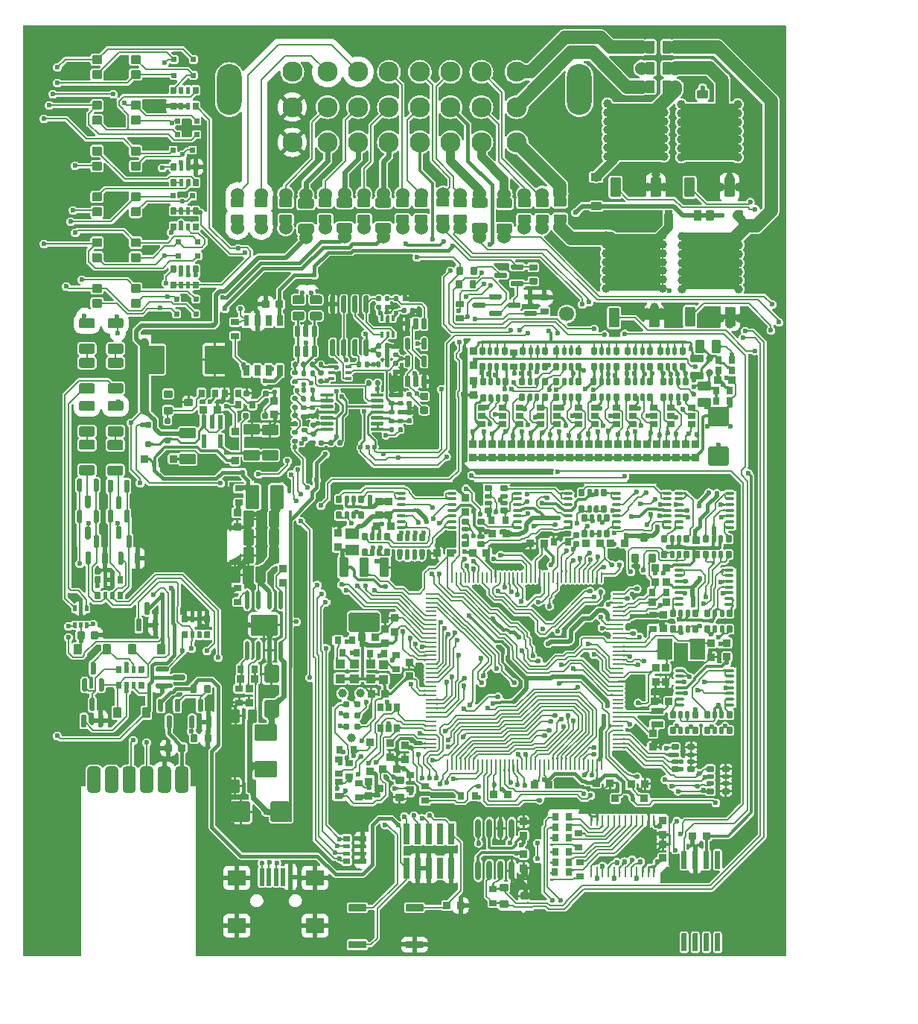
<source format=gtl>
G75*
G70*
%OFA0B0*%
%FSLAX25Y25*%
%IPPOS*%
%LPD*%
%AMOC8*
5,1,8,0,0,1.08239X$1,22.5*
%
%AMM110*
21,1,0.033470,0.026770,-0.000000,0.000000,270.000000*
21,1,0.026770,0.033470,-0.000000,0.000000,270.000000*
1,1,0.006690,-0.013390,-0.013390*
1,1,0.006690,-0.013390,0.013390*
1,1,0.006690,0.013390,0.013390*
1,1,0.006690,0.013390,-0.013390*
%
%AMM132*
21,1,0.070870,0.036220,-0.000000,-0.000000,180.000000*
21,1,0.061810,0.045280,-0.000000,-0.000000,180.000000*
1,1,0.009060,-0.030910,0.018110*
1,1,0.009060,0.030910,0.018110*
1,1,0.009060,0.030910,-0.018110*
1,1,0.009060,-0.030910,-0.018110*
%
%AMM133*
21,1,0.033470,0.026770,-0.000000,-0.000000,0.000000*
21,1,0.026770,0.033470,-0.000000,-0.000000,0.000000*
1,1,0.006690,0.013390,-0.013390*
1,1,0.006690,-0.013390,-0.013390*
1,1,0.006690,-0.013390,0.013390*
1,1,0.006690,0.013390,0.013390*
%
%AMM134*
21,1,0.035430,0.030320,-0.000000,-0.000000,270.000000*
21,1,0.028350,0.037400,-0.000000,-0.000000,270.000000*
1,1,0.007090,-0.015160,-0.014170*
1,1,0.007090,-0.015160,0.014170*
1,1,0.007090,0.015160,0.014170*
1,1,0.007090,0.015160,-0.014170*
%
%AMM135*
21,1,0.047240,0.015750,-0.000000,-0.000000,315.000000*
1,1,0.015750,-0.016700,0.016700*
1,1,0.015750,0.016700,-0.016700*
%
%AMM136*
21,1,0.035830,0.026770,-0.000000,-0.000000,270.000000*
21,1,0.029130,0.033470,-0.000000,-0.000000,270.000000*
1,1,0.006690,-0.013390,-0.014570*
1,1,0.006690,-0.013390,0.014570*
1,1,0.006690,0.013390,0.014570*
1,1,0.006690,0.013390,-0.014570*
%
%AMM137*
21,1,0.021650,0.052760,-0.000000,-0.000000,180.000000*
21,1,0.017320,0.057090,-0.000000,-0.000000,180.000000*
1,1,0.004330,-0.008660,0.026380*
1,1,0.004330,0.008660,0.026380*
1,1,0.004330,0.008660,-0.026380*
1,1,0.004330,-0.008660,-0.026380*
%
%AMM138*
21,1,0.023620,0.018900,-0.000000,-0.000000,90.000000*
21,1,0.018900,0.023620,-0.000000,-0.000000,90.000000*
1,1,0.004720,0.009450,0.009450*
1,1,0.004720,0.009450,-0.009450*
1,1,0.004720,-0.009450,-0.009450*
1,1,0.004720,-0.009450,0.009450*
%
%AMM139*
21,1,0.094490,0.111020,-0.000000,-0.000000,0.000000*
21,1,0.075590,0.129920,-0.000000,-0.000000,0.000000*
1,1,0.018900,0.037800,-0.055510*
1,1,0.018900,-0.037800,-0.055510*
1,1,0.018900,-0.037800,0.055510*
1,1,0.018900,0.037800,0.055510*
%
%AMM140*
21,1,0.023620,0.018900,-0.000000,-0.000000,0.000000*
21,1,0.018900,0.023620,-0.000000,-0.000000,0.000000*
1,1,0.004720,0.009450,-0.009450*
1,1,0.004720,-0.009450,-0.009450*
1,1,0.004720,-0.009450,0.009450*
1,1,0.004720,0.009450,0.009450*
%
%AMM141*
21,1,0.035830,0.026770,-0.000000,-0.000000,180.000000*
21,1,0.029130,0.033470,-0.000000,-0.000000,180.000000*
1,1,0.006690,-0.014570,0.013390*
1,1,0.006690,0.014570,0.013390*
1,1,0.006690,0.014570,-0.013390*
1,1,0.006690,-0.014570,-0.013390*
%
%AMM142*
21,1,0.033470,0.026770,-0.000000,-0.000000,270.000000*
21,1,0.026770,0.033470,-0.000000,-0.000000,270.000000*
1,1,0.006690,-0.013390,-0.013390*
1,1,0.006690,-0.013390,0.013390*
1,1,0.006690,0.013390,0.013390*
1,1,0.006690,0.013390,-0.013390*
%
%AMM143*
21,1,0.027560,0.030710,-0.000000,-0.000000,180.000000*
21,1,0.022050,0.036220,-0.000000,-0.000000,180.000000*
1,1,0.005510,-0.011020,0.015350*
1,1,0.005510,0.011020,0.015350*
1,1,0.005510,0.011020,-0.015350*
1,1,0.005510,-0.011020,-0.015350*
%
%AMM155*
21,1,0.039370,0.049210,-0.000000,0.000000,180.000000*
21,1,0.031500,0.057090,-0.000000,0.000000,180.000000*
1,1,0.007870,-0.015750,0.024610*
1,1,0.007870,0.015750,0.024610*
1,1,0.007870,0.015750,-0.024610*
1,1,0.007870,-0.015750,-0.024610*
%
%AMM156*
21,1,0.106300,0.050390,-0.000000,0.000000,90.000000*
21,1,0.093700,0.062990,-0.000000,0.000000,90.000000*
1,1,0.012600,0.025200,0.046850*
1,1,0.012600,0.025200,-0.046850*
1,1,0.012600,-0.025200,-0.046850*
1,1,0.012600,-0.025200,0.046850*
%
%AMM157*
21,1,0.074800,0.083460,-0.000000,0.000000,270.000000*
21,1,0.059840,0.098430,-0.000000,0.000000,270.000000*
1,1,0.014960,-0.041730,-0.029920*
1,1,0.014960,-0.041730,0.029920*
1,1,0.014960,0.041730,0.029920*
1,1,0.014960,0.041730,-0.029920*
%
%AMM158*
21,1,0.027560,0.030710,-0.000000,0.000000,270.000000*
21,1,0.022050,0.036220,-0.000000,0.000000,270.000000*
1,1,0.005510,-0.015350,-0.011020*
1,1,0.005510,-0.015350,0.011020*
1,1,0.005510,0.015350,0.011020*
1,1,0.005510,0.015350,-0.011020*
%
%AMM159*
21,1,0.033470,0.026770,-0.000000,0.000000,0.000000*
21,1,0.026770,0.033470,-0.000000,0.000000,0.000000*
1,1,0.006690,0.013390,-0.013390*
1,1,0.006690,-0.013390,-0.013390*
1,1,0.006690,-0.013390,0.013390*
1,1,0.006690,0.013390,0.013390*
%
%AMM160*
21,1,0.078740,0.053540,-0.000000,0.000000,270.000000*
21,1,0.065350,0.066930,-0.000000,0.000000,270.000000*
1,1,0.013390,-0.026770,-0.032680*
1,1,0.013390,-0.026770,0.032680*
1,1,0.013390,0.026770,0.032680*
1,1,0.013390,0.026770,-0.032680*
%
%AMM161*
21,1,0.122050,0.075590,-0.000000,0.000000,0.000000*
21,1,0.103150,0.094490,-0.000000,0.000000,0.000000*
1,1,0.018900,0.051580,-0.037800*
1,1,0.018900,-0.051580,-0.037800*
1,1,0.018900,-0.051580,0.037800*
1,1,0.018900,0.051580,0.037800*
%
%AMM162*
21,1,0.086610,0.073230,-0.000000,0.000000,180.000000*
21,1,0.069290,0.090550,-0.000000,0.000000,180.000000*
1,1,0.017320,-0.034650,0.036610*
1,1,0.017320,0.034650,0.036610*
1,1,0.017320,0.034650,-0.036610*
1,1,0.017320,-0.034650,-0.036610*
%
%AMM163*
21,1,0.070870,0.036220,-0.000000,0.000000,270.000000*
21,1,0.061810,0.045280,-0.000000,0.000000,270.000000*
1,1,0.009060,-0.018110,-0.030910*
1,1,0.009060,-0.018110,0.030910*
1,1,0.009060,0.018110,0.030910*
1,1,0.009060,0.018110,-0.030910*
%
%AMM164*
21,1,0.027560,0.030710,-0.000000,0.000000,180.000000*
21,1,0.022050,0.036220,-0.000000,0.000000,180.000000*
1,1,0.005510,-0.011020,0.015350*
1,1,0.005510,0.011020,0.015350*
1,1,0.005510,0.011020,-0.015350*
1,1,0.005510,-0.011020,-0.015350*
%
%AMM175*
21,1,0.033470,0.026770,-0.000000,0.000000,90.000000*
21,1,0.026770,0.033470,-0.000000,0.000000,90.000000*
1,1,0.006690,0.013390,0.013390*
1,1,0.006690,0.013390,-0.013390*
1,1,0.006690,-0.013390,-0.013390*
1,1,0.006690,-0.013390,0.013390*
%
%AMM181*
21,1,0.027560,0.030710,-0.000000,-0.000000,90.000000*
21,1,0.022050,0.036220,-0.000000,-0.000000,90.000000*
1,1,0.005510,0.015350,0.011020*
1,1,0.005510,0.015350,-0.011020*
1,1,0.005510,-0.015350,-0.011020*
1,1,0.005510,-0.015350,0.011020*
%
%AMM185*
21,1,0.033470,0.026770,0.000000,-0.000000,270.000000*
21,1,0.026770,0.033470,0.000000,-0.000000,270.000000*
1,1,0.006690,-0.013390,-0.013390*
1,1,0.006690,-0.013390,0.013390*
1,1,0.006690,0.013390,0.013390*
1,1,0.006690,0.013390,-0.013390*
%
%AMM186*
21,1,0.027560,0.030710,0.000000,-0.000000,270.000000*
21,1,0.022050,0.036220,0.000000,-0.000000,270.000000*
1,1,0.005510,-0.015350,-0.011020*
1,1,0.005510,-0.015350,0.011020*
1,1,0.005510,0.015350,0.011020*
1,1,0.005510,0.015350,-0.011020*
%
%AMM187*
21,1,0.027560,0.030710,0.000000,-0.000000,180.000000*
21,1,0.022050,0.036220,0.000000,-0.000000,180.000000*
1,1,0.005510,-0.011020,0.015350*
1,1,0.005510,0.011020,0.015350*
1,1,0.005510,0.011020,-0.015350*
1,1,0.005510,-0.011020,-0.015350*
%
%AMM188*
21,1,0.015750,0.009840,0.000000,-0.000000,315.000000*
1,1,0.009840,-0.005570,0.005570*
1,1,0.009840,0.005570,-0.005570*
%
%AMM215*
21,1,0.035430,0.050000,-0.000000,-0.000000,90.000000*
21,1,0.028350,0.057090,-0.000000,-0.000000,90.000000*
1,1,0.007090,0.025000,0.014170*
1,1,0.007090,0.025000,-0.014170*
1,1,0.007090,-0.025000,-0.014170*
1,1,0.007090,-0.025000,0.014170*
%
%AMM216*
21,1,0.086610,0.073230,-0.000000,-0.000000,90.000000*
21,1,0.069290,0.090550,-0.000000,-0.000000,90.000000*
1,1,0.017320,0.036610,0.034650*
1,1,0.017320,0.036610,-0.034650*
1,1,0.017320,-0.036610,-0.034650*
1,1,0.017320,-0.036610,0.034650*
%
%AMM217*
21,1,0.027560,0.030710,-0.000000,-0.000000,270.000000*
21,1,0.022050,0.036220,-0.000000,-0.000000,270.000000*
1,1,0.005510,-0.015350,-0.011020*
1,1,0.005510,-0.015350,0.011020*
1,1,0.005510,0.015350,0.011020*
1,1,0.005510,0.015350,-0.011020*
%
%AMM218*
21,1,0.007870,0.503940,-0.000000,-0.000000,0.000000*
21,1,0.000000,0.511810,-0.000000,-0.000000,0.000000*
1,1,0.007870,-0.000000,-0.251970*
1,1,0.007870,-0.000000,-0.251970*
1,1,0.007870,-0.000000,0.251970*
1,1,0.007870,-0.000000,0.251970*
%
%AMM219*
21,1,0.025590,0.026380,-0.000000,-0.000000,180.000000*
21,1,0.020470,0.031500,-0.000000,-0.000000,180.000000*
1,1,0.005120,-0.010240,0.013190*
1,1,0.005120,0.010240,0.013190*
1,1,0.005120,0.010240,-0.013190*
1,1,0.005120,-0.010240,-0.013190*
%
%AMM220*
21,1,0.023620,0.030710,-0.000000,-0.000000,270.000000*
21,1,0.018900,0.035430,-0.000000,-0.000000,270.000000*
1,1,0.004720,-0.015350,-0.009450*
1,1,0.004720,-0.015350,0.009450*
1,1,0.004720,0.015350,0.009450*
1,1,0.004720,0.015350,-0.009450*
%
%AMM221*
21,1,0.033470,0.026770,-0.000000,-0.000000,90.000000*
21,1,0.026770,0.033470,-0.000000,-0.000000,90.000000*
1,1,0.006690,0.013390,0.013390*
1,1,0.006690,0.013390,-0.013390*
1,1,0.006690,-0.013390,-0.013390*
1,1,0.006690,-0.013390,0.013390*
%
%AMM222*
21,1,0.017720,0.027950,-0.000000,-0.000000,180.000000*
21,1,0.014170,0.031500,-0.000000,-0.000000,180.000000*
1,1,0.003540,-0.007090,0.013980*
1,1,0.003540,0.007090,0.013980*
1,1,0.003540,0.007090,-0.013980*
1,1,0.003540,-0.007090,-0.013980*
%
%AMM223*
21,1,0.039370,0.049210,-0.000000,-0.000000,270.000000*
21,1,0.031500,0.057090,-0.000000,-0.000000,270.000000*
1,1,0.007870,-0.024610,-0.015750*
1,1,0.007870,-0.024610,0.015750*
1,1,0.007870,0.024610,0.015750*
1,1,0.007870,0.024610,-0.015750*
%
%AMM224*
21,1,0.039370,0.049210,-0.000000,-0.000000,0.000000*
21,1,0.031500,0.057090,-0.000000,-0.000000,0.000000*
1,1,0.007870,0.015750,-0.024610*
1,1,0.007870,-0.015750,-0.024610*
1,1,0.007870,-0.015750,0.024610*
1,1,0.007870,0.015750,0.024610*
%
%AMM225*
21,1,0.007870,0.041340,-0.000000,-0.000000,180.000000*
21,1,0.000000,0.049210,-0.000000,-0.000000,180.000000*
1,1,0.007870,-0.000000,0.020670*
1,1,0.007870,-0.000000,0.020670*
1,1,0.007870,-0.000000,-0.020670*
1,1,0.007870,-0.000000,-0.020670*
%
%AMM226*
21,1,0.009840,0.919290,-0.000000,-0.000000,90.000000*
21,1,0.000000,0.929130,-0.000000,-0.000000,90.000000*
1,1,0.009840,0.459650,-0.000000*
1,1,0.009840,0.459650,-0.000000*
1,1,0.009840,-0.459650,-0.000000*
1,1,0.009840,-0.459650,-0.000000*
%
%AMM244*
21,1,0.035430,0.030320,-0.000000,0.000000,270.000000*
21,1,0.028350,0.037400,-0.000000,0.000000,270.000000*
1,1,0.007090,-0.015160,-0.014170*
1,1,0.007090,-0.015160,0.014170*
1,1,0.007090,0.015160,0.014170*
1,1,0.007090,0.015160,-0.014170*
%
%AMM280*
21,1,0.007870,0.029130,-0.000000,-0.000000,45.000000*
21,1,0.000000,0.037010,-0.000000,-0.000000,45.000000*
1,1,0.007870,0.010300,-0.010300*
1,1,0.007870,0.010300,-0.010300*
1,1,0.007870,-0.010300,0.010300*
1,1,0.007870,-0.010300,0.010300*
%
%AMM281*
21,1,0.007870,0.014960,-0.000000,-0.000000,315.000000*
21,1,0.000000,0.022840,-0.000000,-0.000000,315.000000*
1,1,0.007870,-0.005290,-0.005290*
1,1,0.007870,-0.005290,-0.005290*
1,1,0.007870,0.005290,0.005290*
1,1,0.007870,0.005290,0.005290*
%
%AMM282*
21,1,0.027560,0.030710,-0.000000,-0.000000,0.000000*
21,1,0.022050,0.036220,-0.000000,-0.000000,0.000000*
1,1,0.005510,0.011020,-0.015350*
1,1,0.005510,-0.011020,-0.015350*
1,1,0.005510,-0.011020,0.015350*
1,1,0.005510,0.011020,0.015350*
%
%AMM283*
21,1,0.007870,0.055120,-0.000000,-0.000000,90.000000*
21,1,0.000000,0.062990,-0.000000,-0.000000,90.000000*
1,1,0.007870,0.027560,-0.000000*
1,1,0.007870,0.027560,-0.000000*
1,1,0.007870,-0.027560,-0.000000*
1,1,0.007870,-0.027560,-0.000000*
%
%AMM284*
21,1,0.007870,0.023620,-0.000000,-0.000000,135.000000*
21,1,0.000000,0.031500,-0.000000,-0.000000,135.000000*
1,1,0.007870,0.008350,0.008350*
1,1,0.007870,0.008350,0.008350*
1,1,0.007870,-0.008350,-0.008350*
1,1,0.007870,-0.008350,-0.008350*
%
%AMM285*
21,1,0.035830,0.026770,-0.000000,-0.000000,90.000000*
21,1,0.029130,0.033470,-0.000000,-0.000000,90.000000*
1,1,0.006690,0.013390,0.014570*
1,1,0.006690,0.013390,-0.014570*
1,1,0.006690,-0.013390,-0.014570*
1,1,0.006690,-0.013390,0.014570*
%
%AMM286*
21,1,0.035430,0.030320,-0.000000,-0.000000,0.000000*
21,1,0.028350,0.037400,-0.000000,-0.000000,0.000000*
1,1,0.007090,0.014170,-0.015160*
1,1,0.007090,-0.014170,-0.015160*
1,1,0.007090,-0.014170,0.015160*
1,1,0.007090,0.014170,0.015160*
%
%AMM287*
21,1,0.023620,0.030710,-0.000000,-0.000000,0.000000*
21,1,0.018900,0.035430,-0.000000,-0.000000,0.000000*
1,1,0.004720,0.009450,-0.015350*
1,1,0.004720,-0.009450,-0.015350*
1,1,0.004720,-0.009450,0.015350*
1,1,0.004720,0.009450,0.015350*
%
%AMM288*
21,1,0.035430,0.030320,-0.000000,-0.000000,90.000000*
21,1,0.028350,0.037400,-0.000000,-0.000000,90.000000*
1,1,0.007090,0.015160,0.014170*
1,1,0.007090,0.015160,-0.014170*
1,1,0.007090,-0.015160,-0.014170*
1,1,0.007090,-0.015160,0.014170*
%
%AMM289*
21,1,0.007870,0.039370,-0.000000,-0.000000,225.000000*
21,1,0.000000,0.047240,-0.000000,-0.000000,225.000000*
1,1,0.007870,-0.013920,0.013920*
1,1,0.007870,-0.013920,0.013920*
1,1,0.007870,0.013920,-0.013920*
1,1,0.007870,0.013920,-0.013920*
%
%AMM290*
21,1,0.007870,1.704720,-0.000000,-0.000000,90.000000*
21,1,0.000000,1.712600,-0.000000,-0.000000,90.000000*
1,1,0.007870,0.852360,-0.000000*
1,1,0.007870,0.852360,-0.000000*
1,1,0.007870,-0.852360,-0.000000*
1,1,0.007870,-0.852360,-0.000000*
%
%AMM291*
21,1,0.039370,0.035430,-0.000000,-0.000000,90.000000*
21,1,0.031500,0.043310,-0.000000,-0.000000,90.000000*
1,1,0.007870,0.017720,0.015750*
1,1,0.007870,0.017720,-0.015750*
1,1,0.007870,-0.017720,-0.015750*
1,1,0.007870,-0.017720,0.015750*
%
%AMM292*
21,1,0.043310,0.075990,-0.000000,-0.000000,180.000000*
21,1,0.034650,0.084650,-0.000000,-0.000000,180.000000*
1,1,0.008660,-0.017320,0.037990*
1,1,0.008660,0.017320,0.037990*
1,1,0.008660,0.017320,-0.037990*
1,1,0.008660,-0.017320,-0.037990*
%
%AMM293*
21,1,0.007870,1.405510,-0.000000,-0.000000,0.000000*
21,1,0.000000,1.413390,-0.000000,-0.000000,0.000000*
1,1,0.007870,-0.000000,-0.702760*
1,1,0.007870,-0.000000,-0.702760*
1,1,0.007870,-0.000000,0.702760*
1,1,0.007870,-0.000000,0.702760*
%
%AMM294*
21,1,0.027560,0.018900,-0.000000,-0.000000,0.000000*
21,1,0.022840,0.023620,-0.000000,-0.000000,0.000000*
1,1,0.004720,0.011420,-0.009450*
1,1,0.004720,-0.011420,-0.009450*
1,1,0.004720,-0.011420,0.009450*
1,1,0.004720,0.011420,0.009450*
%
%AMM295*
21,1,0.043310,0.075980,-0.000000,-0.000000,180.000000*
21,1,0.034650,0.084650,-0.000000,-0.000000,180.000000*
1,1,0.008660,-0.017320,0.037990*
1,1,0.008660,0.017320,0.037990*
1,1,0.008660,0.017320,-0.037990*
1,1,0.008660,-0.017320,-0.037990*
%
%AMM296*
21,1,0.137800,0.067720,-0.000000,-0.000000,180.000000*
21,1,0.120870,0.084650,-0.000000,-0.000000,180.000000*
1,1,0.016930,-0.060430,0.033860*
1,1,0.016930,0.060430,0.033860*
1,1,0.016930,0.060430,-0.033860*
1,1,0.016930,-0.060430,-0.033860*
%
%AMM297*
21,1,0.035830,0.026770,-0.000000,-0.000000,0.000000*
21,1,0.029130,0.033470,-0.000000,-0.000000,0.000000*
1,1,0.006690,0.014570,-0.013390*
1,1,0.006690,-0.014570,-0.013390*
1,1,0.006690,-0.014570,0.013390*
1,1,0.006690,0.014570,0.013390*
%
%AMM298*
21,1,0.027560,0.049610,-0.000000,-0.000000,90.000000*
21,1,0.022050,0.055120,-0.000000,-0.000000,90.000000*
1,1,0.005510,0.024800,0.011020*
1,1,0.005510,0.024800,-0.011020*
1,1,0.005510,-0.024800,-0.011020*
1,1,0.005510,-0.024800,0.011020*
%
%AMM299*
21,1,0.017720,0.027950,-0.000000,-0.000000,90.000000*
21,1,0.014170,0.031500,-0.000000,-0.000000,90.000000*
1,1,0.003540,0.013980,0.007090*
1,1,0.003540,0.013980,-0.007090*
1,1,0.003540,-0.013980,-0.007090*
1,1,0.003540,-0.013980,0.007090*
%
%AMM300*
21,1,0.025590,0.026380,-0.000000,-0.000000,90.000000*
21,1,0.020470,0.031500,-0.000000,-0.000000,90.000000*
1,1,0.005120,0.013190,0.010240*
1,1,0.005120,0.013190,-0.010240*
1,1,0.005120,-0.013190,-0.010240*
1,1,0.005120,-0.013190,0.010240*
%
%AMM301*
21,1,0.009840,0.017720,-0.000000,-0.000000,0.000000*
21,1,0.000000,0.027560,-0.000000,-0.000000,0.000000*
1,1,0.009840,-0.000000,-0.008860*
1,1,0.009840,-0.000000,-0.008860*
1,1,0.009840,-0.000000,0.008860*
1,1,0.009840,-0.000000,0.008860*
%
%AMM302*
21,1,0.007870,1.416930,-0.000000,-0.000000,0.000000*
21,1,0.000000,1.424800,-0.000000,-0.000000,0.000000*
1,1,0.007870,-0.000000,-0.708470*
1,1,0.007870,-0.000000,-0.708470*
1,1,0.007870,-0.000000,0.708470*
1,1,0.007870,-0.000000,0.708470*
%
%AMM303*
21,1,0.007870,1.787400,-0.000000,-0.000000,90.000000*
21,1,0.000000,1.795280,-0.000000,-0.000000,90.000000*
1,1,0.007870,0.893700,-0.000000*
1,1,0.007870,0.893700,-0.000000*
1,1,0.007870,-0.893700,-0.000000*
1,1,0.007870,-0.893700,-0.000000*
%
%AMM304*
21,1,0.007870,0.013780,-0.000000,-0.000000,225.000000*
21,1,0.000000,0.021650,-0.000000,-0.000000,225.000000*
1,1,0.007870,-0.004870,0.004870*
1,1,0.007870,-0.004870,0.004870*
1,1,0.007870,0.004870,-0.004870*
1,1,0.007870,0.004870,-0.004870*
%
%ADD10C,0.01969*%
%ADD107C,0.02362*%
%ADD11O,0.12205X0.00787*%
%ADD113R,0.01969X0.07874*%
%ADD118C,0.00800*%
%ADD12O,0.05118X0.00866*%
%ADD121C,0.03937*%
%ADD123O,0.01968X0.00984*%
%ADD128O,0.01575X1.39370*%
%ADD149O,0.00984X0.01968*%
%ADD15C,0.03100*%
%ADD157O,0.00984X0.01969*%
%ADD161O,0.01968X0.03937*%
%ADD166O,0.00787X0.36221*%
%ADD167C,0.03150*%
%ADD168C,0.05906*%
%ADD17R,0.01378X0.00984*%
%ADD178O,0.28346X0.01575*%
%ADD179R,0.22835X0.25197*%
%ADD182R,0.02559X0.01575*%
%ADD185R,0.06693X0.09449*%
%ADD189O,0.00787X0.43701*%
%ADD191C,0.00984*%
%ADD193C,0.06000*%
%ADD194R,0.25591X0.00984*%
%ADD195O,0.25591X0.00787*%
%ADD196O,0.01575X1.18110*%
%ADD197O,0.00787X0.36220*%
%ADD199O,0.26772X0.00787*%
%ADD202R,0.05906X0.05217*%
%ADD204O,0.03937X0.34429*%
%ADD206O,0.54331X0.00787*%
%ADD21O,0.01575X0.21260*%
%ADD211R,0.07874X0.06693*%
%ADD220R,0.02559X0.05157*%
%ADD222C,0.01968*%
%ADD226R,0.02913X0.09449*%
%ADD229O,0.03937X0.01968*%
%ADD23C,0.01575*%
%ADD231O,0.03937X0.34428*%
%ADD232O,0.00866X0.05118*%
%ADD236C,0.00787*%
%ADD238O,0.35433X0.01575*%
%ADD240O,0.40157X0.00984*%
%ADD242O,0.01575X0.00787*%
%ADD244C,0.03900*%
%ADD246M110*%
%ADD276M132*%
%ADD277M133*%
%ADD278M134*%
%ADD279M135*%
%ADD28O,0.00984X0.22835*%
%ADD280M136*%
%ADD281M137*%
%ADD282M138*%
%ADD283M139*%
%ADD284M140*%
%ADD285M141*%
%ADD286M142*%
%ADD287M143*%
%ADD29O,0.03937X0.01969*%
%ADD299M155*%
%ADD300M156*%
%ADD301M157*%
%ADD302M158*%
%ADD303O,0.01968X0.08661*%
%ADD304M159*%
%ADD305M160*%
%ADD306M161*%
%ADD307M162*%
%ADD308M163*%
%ADD309M164*%
%ADD310O,0.28347X0.01575*%
%ADD311O,0.11811X0.01968*%
%ADD323O,0.00984X0.04961*%
%ADD324M175*%
%ADD327O,0.40158X0.00984*%
%ADD333M181*%
%ADD337M185*%
%ADD338M186*%
%ADD339M187*%
%ADD340M188*%
%ADD35C,0.06693*%
%ADD36O,0.04331X0.01181*%
%ADD367M215*%
%ADD368M216*%
%ADD369M217*%
%ADD370M218*%
%ADD371M219*%
%ADD372M220*%
%ADD373M221*%
%ADD374M222*%
%ADD375M223*%
%ADD376M224*%
%ADD377M225*%
%ADD378M226*%
%ADD39R,0.02362X0.05157*%
%ADD396M244*%
%ADD438M280*%
%ADD439M281*%
%ADD440M282*%
%ADD441M283*%
%ADD442M284*%
%ADD443M285*%
%ADD444M286*%
%ADD445M287*%
%ADD446M288*%
%ADD447M289*%
%ADD448M290*%
%ADD449M291*%
%ADD450M292*%
%ADD451M293*%
%ADD452M294*%
%ADD453M295*%
%ADD454M296*%
%ADD455M297*%
%ADD456M298*%
%ADD457M299*%
%ADD458M300*%
%ADD459M301*%
%ADD460M302*%
%ADD461M303*%
%ADD462M304*%
%ADD47C,0.09055*%
%ADD478O,0.02362X0.08661*%
%ADD55C,0.01181*%
%ADD57O,0.00787X0.01968*%
%ADD59O,0.01969X0.03937*%
%ADD61R,0.00984X0.71654*%
%ADD68O,0.22323X0.00787*%
%ADD70O,0.11024X0.22835*%
%ADD73O,0.01575X0.19685*%
%ADD75O,0.01575X0.38583*%
%ADD77R,0.01575X0.02559*%
%ADD79R,0.53740X0.00984*%
%ADD82O,0.00787X0.01969*%
%ADD83R,0.01968X0.01968*%
%ADD87O,0.01969X0.00984*%
%ADD91R,0.25394X0.00984*%
%ADD95O,0.11811X0.01969*%
%ADD97R,0.05906X0.05118*%
%ADD99R,0.04921X0.00984*%
X0000000Y0000000D02*
%LPD*%
G01*
D28*
X0289914Y0052392D03*
G36*
G01*
X0288419Y0064960D02*
X0288419Y0064960D01*
G75*
G02*
X0289115Y0064960I0000348J-000348D01*
G01*
X0290228Y0063847D01*
G75*
G02*
X0290228Y0063151I-000348J-000348D01*
G01*
X0290228Y0063151D01*
G75*
G02*
X0289532Y0063151I-000348J0000348D01*
G01*
X0288419Y0064264D01*
G75*
G02*
X0288419Y0064960I0000348J0000348D01*
G01*
G37*
D240*
X0269245Y0064646D03*
D242*
X0237258Y0034627D03*
X0237258Y0037619D03*
X0237258Y0042245D03*
X0237258Y0046871D03*
X0237258Y0050177D03*
X0237258Y0053130D03*
X0237258Y0057756D03*
X0237258Y0062382D03*
D107*
X0277020Y0042540D03*
X0275347Y0035315D03*
X0273182Y0043386D03*
X0269737Y0042540D03*
X0266390Y0042245D03*
X0265111Y0035315D03*
X0259993Y0040473D03*
X0257434Y0035315D03*
X0285682Y0058642D03*
X0284501Y0042599D03*
G36*
G01*
X0198667Y0328156D02*
X0193746Y0328156D01*
G75*
G02*
X0193352Y0328550I0000000J0000394D01*
G01*
X0193352Y0331699D01*
G75*
G02*
X0193746Y0332093I0000394J0000000D01*
G01*
X0198667Y0332093D01*
G75*
G02*
X0199061Y0331699I0000000J-000394D01*
G01*
X0199061Y0328550D01*
G75*
G02*
X0198667Y0328156I-000394J0000000D01*
G01*
G37*
D193*
X0196206Y0326364D03*
X0196206Y0341364D03*
G36*
G01*
X0198667Y0335636D02*
X0193746Y0335636D01*
G75*
G02*
X0193352Y0336030I0000000J0000394D01*
G01*
X0193352Y0339180D01*
G75*
G02*
X0193746Y0339573I0000394J0000000D01*
G01*
X0198667Y0339573D01*
G75*
G02*
X0199061Y0339180I0000000J-000394D01*
G01*
X0199061Y0336030D01*
G75*
G02*
X0198667Y0335636I-000394J0000000D01*
G01*
G37*
G36*
G01*
X0194528Y0293504D02*
X0197598Y0293504D01*
G75*
G02*
X0197874Y0293228I0000000J-000276D01*
G01*
X0197874Y0291024D01*
G75*
G02*
X0197598Y0290748I-000276J0000000D01*
G01*
X0194528Y0290748D01*
G75*
G02*
X0194252Y0291024I0000000J0000276D01*
G01*
X0194252Y0293228D01*
G75*
G02*
X0194528Y0293504I0000276J0000000D01*
G01*
G37*
G36*
G01*
X0194528Y0287205D02*
X0197598Y0287205D01*
G75*
G02*
X0197874Y0286929I0000000J-000276D01*
G01*
X0197874Y0284724D01*
G75*
G02*
X0197598Y0284449I-000276J0000000D01*
G01*
X0194528Y0284449D01*
G75*
G02*
X0194252Y0284724I0000000J0000276D01*
G01*
X0194252Y0286929D01*
G75*
G02*
X0194528Y0287205I0000276J0000000D01*
G01*
G37*
G36*
G01*
X0066535Y0299469D02*
X0066535Y0302106D01*
G75*
G02*
X0066791Y0302362I0000256J0000000D01*
G01*
X0068839Y0302362D01*
G75*
G02*
X0069094Y0302106I0000000J-000256D01*
G01*
X0069094Y0299469D01*
G75*
G02*
X0068839Y0299213I-000256J0000000D01*
G01*
X0066791Y0299213D01*
G75*
G02*
X0066535Y0299469I0000000J0000256D01*
G01*
G37*
G36*
G01*
X0070374Y0299390D02*
X0070374Y0302185D01*
G75*
G02*
X0070551Y0302362I0000177J0000000D01*
G01*
X0071969Y0302362D01*
G75*
G02*
X0072146Y0302185I0000000J-000177D01*
G01*
X0072146Y0299390D01*
G75*
G02*
X0071969Y0299213I-000177J0000000D01*
G01*
X0070551Y0299213D01*
G75*
G02*
X0070374Y0299390I0000000J0000177D01*
G01*
G37*
G36*
G01*
X0073524Y0299390D02*
X0073524Y0302185D01*
G75*
G02*
X0073701Y0302362I0000177J0000000D01*
G01*
X0075118Y0302362D01*
G75*
G02*
X0075295Y0302185I0000000J-000177D01*
G01*
X0075295Y0299390D01*
G75*
G02*
X0075118Y0299213I-000177J0000000D01*
G01*
X0073701Y0299213D01*
G75*
G02*
X0073524Y0299390I0000000J0000177D01*
G01*
G37*
G36*
G01*
X0076575Y0299469D02*
X0076575Y0302106D01*
G75*
G02*
X0076831Y0302362I0000256J0000000D01*
G01*
X0078878Y0302362D01*
G75*
G02*
X0079134Y0302106I0000000J-000256D01*
G01*
X0079134Y0299469D01*
G75*
G02*
X0078878Y0299213I-000256J0000000D01*
G01*
X0076831Y0299213D01*
G75*
G02*
X0076575Y0299469I0000000J0000256D01*
G01*
G37*
G36*
G01*
X0076575Y0306555D02*
X0076575Y0309193D01*
G75*
G02*
X0076831Y0309449I0000256J0000000D01*
G01*
X0078878Y0309449D01*
G75*
G02*
X0079134Y0309193I0000000J-000256D01*
G01*
X0079134Y0306555D01*
G75*
G02*
X0078878Y0306299I-000256J0000000D01*
G01*
X0076831Y0306299D01*
G75*
G02*
X0076575Y0306555I0000000J0000256D01*
G01*
G37*
G36*
G01*
X0073524Y0306476D02*
X0073524Y0309272D01*
G75*
G02*
X0073701Y0309449I0000177J0000000D01*
G01*
X0075118Y0309449D01*
G75*
G02*
X0075295Y0309272I0000000J-000177D01*
G01*
X0075295Y0306476D01*
G75*
G02*
X0075118Y0306299I-000177J0000000D01*
G01*
X0073701Y0306299D01*
G75*
G02*
X0073524Y0306476I0000000J0000177D01*
G01*
G37*
G36*
G01*
X0070374Y0306476D02*
X0070374Y0309272D01*
G75*
G02*
X0070551Y0309449I0000177J0000000D01*
G01*
X0071969Y0309449D01*
G75*
G02*
X0072146Y0309272I0000000J-000177D01*
G01*
X0072146Y0306476D01*
G75*
G02*
X0071969Y0306299I-000177J0000000D01*
G01*
X0070551Y0306299D01*
G75*
G02*
X0070374Y0306476I0000000J0000177D01*
G01*
G37*
G36*
G01*
X0066535Y0306555D02*
X0066535Y0309193D01*
G75*
G02*
X0066791Y0309449I0000256J0000000D01*
G01*
X0068839Y0309449D01*
G75*
G02*
X0069094Y0309193I0000000J-000256D01*
G01*
X0069094Y0306555D01*
G75*
G02*
X0068839Y0306299I-000256J0000000D01*
G01*
X0066791Y0306299D01*
G75*
G02*
X0066535Y0306555I0000000J0000256D01*
G01*
G37*
G36*
G01*
X0079228Y0354909D02*
X0079228Y0352272D01*
G75*
G02*
X0078972Y0352016I-000256J0000000D01*
G01*
X0076925Y0352016D01*
G75*
G02*
X0076669Y0352272I0000000J0000256D01*
G01*
X0076669Y0354909D01*
G75*
G02*
X0076925Y0355165I0000256J0000000D01*
G01*
X0078972Y0355165D01*
G75*
G02*
X0079228Y0354909I0000000J-000256D01*
G01*
G37*
G36*
G01*
X0075390Y0354988D02*
X0075390Y0352193D01*
G75*
G02*
X0075213Y0352016I-000177J0000000D01*
G01*
X0073795Y0352016D01*
G75*
G02*
X0073618Y0352193I0000000J0000177D01*
G01*
X0073618Y0354988D01*
G75*
G02*
X0073795Y0355165I0000177J0000000D01*
G01*
X0075213Y0355165D01*
G75*
G02*
X0075390Y0354988I0000000J-000177D01*
G01*
G37*
G36*
G01*
X0072240Y0354988D02*
X0072240Y0352193D01*
G75*
G02*
X0072063Y0352016I-000177J0000000D01*
G01*
X0070646Y0352016D01*
G75*
G02*
X0070469Y0352193I0000000J0000177D01*
G01*
X0070469Y0354988D01*
G75*
G02*
X0070646Y0355165I0000177J0000000D01*
G01*
X0072063Y0355165D01*
G75*
G02*
X0072240Y0354988I0000000J-000177D01*
G01*
G37*
G36*
G01*
X0069189Y0354909D02*
X0069189Y0352272D01*
G75*
G02*
X0068933Y0352016I-000256J0000000D01*
G01*
X0066886Y0352016D01*
G75*
G02*
X0066630Y0352272I0000000J0000256D01*
G01*
X0066630Y0354909D01*
G75*
G02*
X0066886Y0355165I0000256J0000000D01*
G01*
X0068933Y0355165D01*
G75*
G02*
X0069189Y0354909I0000000J-000256D01*
G01*
G37*
G36*
G01*
X0069189Y0347823D02*
X0069189Y0345185D01*
G75*
G02*
X0068933Y0344929I-000256J0000000D01*
G01*
X0066886Y0344929D01*
G75*
G02*
X0066630Y0345185I0000000J0000256D01*
G01*
X0066630Y0347823D01*
G75*
G02*
X0066886Y0348079I0000256J0000000D01*
G01*
X0068933Y0348079D01*
G75*
G02*
X0069189Y0347823I0000000J-000256D01*
G01*
G37*
G36*
G01*
X0072240Y0347902D02*
X0072240Y0345106D01*
G75*
G02*
X0072063Y0344929I-000177J0000000D01*
G01*
X0070646Y0344929D01*
G75*
G02*
X0070469Y0345106I0000000J0000177D01*
G01*
X0070469Y0347902D01*
G75*
G02*
X0070646Y0348079I0000177J0000000D01*
G01*
X0072063Y0348079D01*
G75*
G02*
X0072240Y0347902I0000000J-000177D01*
G01*
G37*
G36*
G01*
X0075390Y0347902D02*
X0075390Y0345106D01*
G75*
G02*
X0075213Y0344929I-000177J0000000D01*
G01*
X0073795Y0344929D01*
G75*
G02*
X0073618Y0345106I0000000J0000177D01*
G01*
X0073618Y0347902D01*
G75*
G02*
X0073795Y0348079I0000177J0000000D01*
G01*
X0075213Y0348079D01*
G75*
G02*
X0075390Y0347902I0000000J-000177D01*
G01*
G37*
G36*
G01*
X0079228Y0347823D02*
X0079228Y0345185D01*
G75*
G02*
X0078972Y0344929I-000256J0000000D01*
G01*
X0076925Y0344929D01*
G75*
G02*
X0076669Y0345185I0000000J0000256D01*
G01*
X0076669Y0347823D01*
G75*
G02*
X0076925Y0348079I0000256J0000000D01*
G01*
X0078972Y0348079D01*
G75*
G02*
X0079228Y0347823I0000000J-000256D01*
G01*
G37*
G36*
G01*
X0063760Y0092362D02*
X0063760Y0095039D01*
G75*
G02*
X0064094Y0095374I0000335J0000000D01*
G01*
X0066772Y0095374D01*
G75*
G02*
X0067106Y0095039I0000000J-000335D01*
G01*
X0067106Y0092362D01*
G75*
G02*
X0066772Y0092028I-000335J0000000D01*
G01*
X0064094Y0092028D01*
G75*
G02*
X0063760Y0092362I0000000J0000335D01*
G01*
G37*
G36*
G01*
X0069980Y0092362D02*
X0069980Y0095039D01*
G75*
G02*
X0070315Y0095374I0000335J0000000D01*
G01*
X0072992Y0095374D01*
G75*
G02*
X0073327Y0095039I0000000J-000335D01*
G01*
X0073327Y0092362D01*
G75*
G02*
X0072992Y0092028I-000335J0000000D01*
G01*
X0070315Y0092028D01*
G75*
G02*
X0069980Y0092362I0000000J0000335D01*
G01*
G37*
X0188514Y0326449D03*
G36*
G01*
X0190975Y0328240D02*
X0186053Y0328240D01*
G75*
G02*
X0185660Y0328634I0000000J0000394D01*
G01*
X0185660Y0331784D01*
G75*
G02*
X0186053Y0332177I0000394J0000000D01*
G01*
X0190975Y0332177D01*
G75*
G02*
X0191368Y0331784I0000000J-000394D01*
G01*
X0191368Y0328634D01*
G75*
G02*
X0190975Y0328240I-000394J0000000D01*
G01*
G37*
G36*
G01*
X0190975Y0335721D02*
X0186053Y0335721D01*
G75*
G02*
X0185660Y0336114I0000000J0000394D01*
G01*
X0185660Y0339264D01*
G75*
G02*
X0186053Y0339658I0000394J0000000D01*
G01*
X0190975Y0339658D01*
G75*
G02*
X0191368Y0339264I0000000J-000394D01*
G01*
X0191368Y0336114D01*
G75*
G02*
X0190975Y0335721I-000394J0000000D01*
G01*
G37*
X0188514Y0341449D03*
G36*
G01*
X0032677Y0236594D02*
X0032677Y0233878D01*
G75*
G02*
X0031772Y0232972I-000906J0000000D01*
G01*
X0026496Y0232972D01*
G75*
G02*
X0025591Y0233878I0000000J0000906D01*
G01*
X0025591Y0236594D01*
G75*
G02*
X0026496Y0237500I0000906J0000000D01*
G01*
X0031772Y0237500D01*
G75*
G02*
X0032677Y0236594I0000000J-000906D01*
G01*
G37*
G36*
G01*
X0032677Y0248012D02*
X0032677Y0245295D01*
G75*
G02*
X0031772Y0244390I-000906J0000000D01*
G01*
X0026496Y0244390D01*
G75*
G02*
X0025591Y0245295I0000000J0000906D01*
G01*
X0025591Y0248012D01*
G75*
G02*
X0026496Y0248917I0000906J0000000D01*
G01*
X0031772Y0248917D01*
G75*
G02*
X0032677Y0248012I0000000J-000906D01*
G01*
G37*
X0144488Y0341535D03*
G36*
G01*
X0140945Y0336240D02*
X0140945Y0338957D01*
G75*
G02*
X0141850Y0339862I0000906J0000000D01*
G01*
X0147126Y0339862D01*
G75*
G02*
X0148031Y0338957I0000000J-000906D01*
G01*
X0148031Y0336240D01*
G75*
G02*
X0147126Y0335335I-000906J0000000D01*
G01*
X0141850Y0335335D01*
G75*
G02*
X0140945Y0336240I0000000J0000906D01*
G01*
G37*
X0144488Y0322244D03*
G36*
G01*
X0140945Y0324823D02*
X0140945Y0327539D01*
G75*
G02*
X0141850Y0328445I0000906J0000000D01*
G01*
X0147126Y0328445D01*
G75*
G02*
X0148031Y0327539I0000000J-000906D01*
G01*
X0148031Y0324823D01*
G75*
G02*
X0147126Y0323917I-000906J0000000D01*
G01*
X0141850Y0323917D01*
G75*
G02*
X0140945Y0324823I0000000J0000906D01*
G01*
G37*
G36*
G01*
X0224705Y0301969D02*
X0224705Y0300787D01*
G75*
G02*
X0224114Y0300197I-000591J0000000D01*
G01*
X0219488Y0300197D01*
G75*
G02*
X0218898Y0300787I0000000J0000591D01*
G01*
X0218898Y0301969D01*
G75*
G02*
X0219488Y0302559I0000591J0000000D01*
G01*
X0224114Y0302559D01*
G75*
G02*
X0224705Y0301969I0000000J-000591D01*
G01*
G37*
G36*
G01*
X0217323Y0305709D02*
X0217323Y0304528D01*
G75*
G02*
X0216732Y0303937I-000591J0000000D01*
G01*
X0212106Y0303937D01*
G75*
G02*
X0211516Y0304528I0000000J0000591D01*
G01*
X0211516Y0305709D01*
G75*
G02*
X0212106Y0306299I0000591J0000000D01*
G01*
X0216732Y0306299D01*
G75*
G02*
X0217323Y0305709I0000000J-000591D01*
G01*
G37*
G36*
G01*
X0224705Y0309449D02*
X0224705Y0308268D01*
G75*
G02*
X0224114Y0307677I-000591J0000000D01*
G01*
X0219488Y0307677D01*
G75*
G02*
X0218898Y0308268I0000000J0000591D01*
G01*
X0218898Y0309449D01*
G75*
G02*
X0219488Y0310039I0000591J0000000D01*
G01*
X0224114Y0310039D01*
G75*
G02*
X0224705Y0309449I0000000J-000591D01*
G01*
G37*
G36*
G01*
X0198720Y0221987D02*
X0198720Y0272381D01*
G75*
G02*
X0199114Y0272774I0000394J0000000D01*
G01*
X0199114Y0272774D01*
G75*
G02*
X0199508Y0272381I0000000J-000394D01*
G01*
X0199508Y0221987D01*
G75*
G02*
X0199114Y0221593I-000394J0000000D01*
G01*
X0199114Y0221593D01*
G75*
G02*
X0198720Y0221987I0000000J0000394D01*
G01*
G37*
G36*
G01*
X0205728Y0268227D02*
X0297657Y0268227D01*
G75*
G02*
X0298150Y0267735I0000000J-000492D01*
G01*
X0298150Y0267735D01*
G75*
G02*
X0297657Y0267243I-000492J0000000D01*
G01*
X0205728Y0267243D01*
G75*
G02*
X0205236Y0267735I0000000J0000492D01*
G01*
X0205236Y0267735D01*
G75*
G02*
X0205728Y0268227I0000492J0000000D01*
G01*
G37*
G36*
G01*
X0297559Y0274821D02*
X0205630Y0274821D01*
G75*
G02*
X0205138Y0275314I0000000J0000492D01*
G01*
X0205138Y0275314D01*
G75*
G02*
X0205630Y0275806I0000492J0000000D01*
G01*
X0297559Y0275806D01*
G75*
G02*
X0298051Y0275314I0000000J-000492D01*
G01*
X0298051Y0275314D01*
G75*
G02*
X0297559Y0274821I-000492J0000000D01*
G01*
G37*
G36*
G01*
X0296181Y0273640D02*
X0296181Y0269507D01*
G75*
G02*
X0295787Y0269113I-000394J0000000D01*
G01*
X0295787Y0269113D01*
G75*
G02*
X0295394Y0269507I0000000J0000394D01*
G01*
X0295394Y0273640D01*
G75*
G02*
X0295787Y0274034I0000394J0000000D01*
G01*
X0295787Y0274034D01*
G75*
G02*
X0296181Y0273640I0000000J-000394D01*
G01*
G37*
G36*
G01*
X0292736Y0273640D02*
X0292736Y0269507D01*
G75*
G02*
X0292342Y0269113I-000394J0000000D01*
G01*
X0292342Y0269113D01*
G75*
G02*
X0291949Y0269507I0000000J0000394D01*
G01*
X0291949Y0273640D01*
G75*
G02*
X0292342Y0274034I0000394J0000000D01*
G01*
X0292342Y0274034D01*
G75*
G02*
X0292736Y0273640I0000000J-000394D01*
G01*
G37*
G36*
G01*
X0289586Y0273640D02*
X0289586Y0269507D01*
G75*
G02*
X0289193Y0269113I-000394J0000000D01*
G01*
X0289193Y0269113D01*
G75*
G02*
X0288799Y0269507I0000000J0000394D01*
G01*
X0288799Y0273640D01*
G75*
G02*
X0289193Y0274034I0000394J0000000D01*
G01*
X0289193Y0274034D01*
G75*
G02*
X0289586Y0273640I0000000J-000394D01*
G01*
G37*
G36*
G01*
X0286142Y0273640D02*
X0286142Y0269507D01*
G75*
G02*
X0285748Y0269113I-000394J0000000D01*
G01*
X0285748Y0269113D01*
G75*
G02*
X0285354Y0269507I0000000J0000394D01*
G01*
X0285354Y0273640D01*
G75*
G02*
X0285748Y0274034I0000394J0000000D01*
G01*
X0285748Y0274034D01*
G75*
G02*
X0286142Y0273640I0000000J-000394D01*
G01*
G37*
G36*
G01*
X0281713Y0273640D02*
X0281713Y0269507D01*
G75*
G02*
X0281319Y0269113I-000394J0000000D01*
G01*
X0281319Y0269113D01*
G75*
G02*
X0280925Y0269507I0000000J0000394D01*
G01*
X0280925Y0273640D01*
G75*
G02*
X0281319Y0274034I0000394J0000000D01*
G01*
X0281319Y0274034D01*
G75*
G02*
X0281713Y0273640I0000000J-000394D01*
G01*
G37*
G36*
G01*
X0278268Y0273640D02*
X0278268Y0269507D01*
G75*
G02*
X0277874Y0269113I-000394J0000000D01*
G01*
X0277874Y0269113D01*
G75*
G02*
X0277480Y0269507I0000000J0000394D01*
G01*
X0277480Y0273640D01*
G75*
G02*
X0277874Y0274034I0000394J0000000D01*
G01*
X0277874Y0274034D01*
G75*
G02*
X0278268Y0273640I0000000J-000394D01*
G01*
G37*
G36*
G01*
X0275118Y0273640D02*
X0275118Y0269507D01*
G75*
G02*
X0274724Y0269113I-000394J0000000D01*
G01*
X0274724Y0269113D01*
G75*
G02*
X0274331Y0269507I0000000J0000394D01*
G01*
X0274331Y0273640D01*
G75*
G02*
X0274724Y0274034I0000394J0000000D01*
G01*
X0274724Y0274034D01*
G75*
G02*
X0275118Y0273640I0000000J-000394D01*
G01*
G37*
G36*
G01*
X0271673Y0273640D02*
X0271673Y0269507D01*
G75*
G02*
X0271280Y0269113I-000394J0000000D01*
G01*
X0271280Y0269113D01*
G75*
G02*
X0270886Y0269507I0000000J0000394D01*
G01*
X0270886Y0273640D01*
G75*
G02*
X0271280Y0274034I0000394J0000000D01*
G01*
X0271280Y0274034D01*
G75*
G02*
X0271673Y0273640I0000000J-000394D01*
G01*
G37*
G36*
G01*
X0266654Y0273640D02*
X0266654Y0269507D01*
G75*
G02*
X0266260Y0269113I-000394J0000000D01*
G01*
X0266260Y0269113D01*
G75*
G02*
X0265866Y0269507I0000000J0000394D01*
G01*
X0265866Y0273640D01*
G75*
G02*
X0266260Y0274034I0000394J0000000D01*
G01*
X0266260Y0274034D01*
G75*
G02*
X0266654Y0273640I0000000J-000394D01*
G01*
G37*
G36*
G01*
X0263209Y0273640D02*
X0263209Y0269507D01*
G75*
G02*
X0262815Y0269113I-000394J0000000D01*
G01*
X0262815Y0269113D01*
G75*
G02*
X0262421Y0269507I0000000J0000394D01*
G01*
X0262421Y0273640D01*
G75*
G02*
X0262815Y0274034I0000394J0000000D01*
G01*
X0262815Y0274034D01*
G75*
G02*
X0263209Y0273640I0000000J-000394D01*
G01*
G37*
G36*
G01*
X0260059Y0273640D02*
X0260059Y0269507D01*
G75*
G02*
X0259665Y0269113I-000394J0000000D01*
G01*
X0259665Y0269113D01*
G75*
G02*
X0259272Y0269507I0000000J0000394D01*
G01*
X0259272Y0273640D01*
G75*
G02*
X0259665Y0274034I0000394J0000000D01*
G01*
X0259665Y0274034D01*
G75*
G02*
X0260059Y0273640I0000000J-000394D01*
G01*
G37*
G36*
G01*
X0256614Y0273640D02*
X0256614Y0269507D01*
G75*
G02*
X0256220Y0269113I-000394J0000000D01*
G01*
X0256220Y0269113D01*
G75*
G02*
X0255827Y0269507I0000000J0000394D01*
G01*
X0255827Y0273640D01*
G75*
G02*
X0256220Y0274034I0000394J0000000D01*
G01*
X0256220Y0274034D01*
G75*
G02*
X0256614Y0273640I0000000J-000394D01*
G01*
G37*
G36*
G01*
X0249823Y0273640D02*
X0249823Y0269507D01*
G75*
G02*
X0249429Y0269113I-000394J0000000D01*
G01*
X0249429Y0269113D01*
G75*
G02*
X0249035Y0269507I0000000J0000394D01*
G01*
X0249035Y0273640D01*
G75*
G02*
X0249429Y0274034I0000394J0000000D01*
G01*
X0249429Y0274034D01*
G75*
G02*
X0249823Y0273640I0000000J-000394D01*
G01*
G37*
G36*
G01*
X0246378Y0273640D02*
X0246378Y0269507D01*
G75*
G02*
X0245984Y0269113I-000394J0000000D01*
G01*
X0245984Y0269113D01*
G75*
G02*
X0245591Y0269507I0000000J0000394D01*
G01*
X0245591Y0273640D01*
G75*
G02*
X0245984Y0274034I0000394J0000000D01*
G01*
X0245984Y0274034D01*
G75*
G02*
X0246378Y0273640I0000000J-000394D01*
G01*
G37*
G36*
G01*
X0243228Y0273640D02*
X0243228Y0269507D01*
G75*
G02*
X0242835Y0269113I-000394J0000000D01*
G01*
X0242835Y0269113D01*
G75*
G02*
X0242441Y0269507I0000000J0000394D01*
G01*
X0242441Y0273640D01*
G75*
G02*
X0242835Y0274034I0000394J0000000D01*
G01*
X0242835Y0274034D01*
G75*
G02*
X0243228Y0273640I0000000J-000394D01*
G01*
G37*
G36*
G01*
X0239783Y0273640D02*
X0239783Y0269507D01*
G75*
G02*
X0239390Y0269113I-000394J0000000D01*
G01*
X0239390Y0269113D01*
G75*
G02*
X0238996Y0269507I0000000J0000394D01*
G01*
X0238996Y0273640D01*
G75*
G02*
X0239390Y0274034I0000394J0000000D01*
G01*
X0239390Y0274034D01*
G75*
G02*
X0239783Y0273640I0000000J-000394D01*
G01*
G37*
G36*
G01*
X0234862Y0273640D02*
X0234862Y0269507D01*
G75*
G02*
X0234469Y0269113I-000394J0000000D01*
G01*
X0234469Y0269113D01*
G75*
G02*
X0234075Y0269507I0000000J0000394D01*
G01*
X0234075Y0273640D01*
G75*
G02*
X0234469Y0274034I0000394J0000000D01*
G01*
X0234469Y0274034D01*
G75*
G02*
X0234862Y0273640I0000000J-000394D01*
G01*
G37*
G36*
G01*
X0231417Y0273640D02*
X0231417Y0269507D01*
G75*
G02*
X0231024Y0269113I-000394J0000000D01*
G01*
X0231024Y0269113D01*
G75*
G02*
X0230630Y0269507I0000000J0000394D01*
G01*
X0230630Y0273640D01*
G75*
G02*
X0231024Y0274034I0000394J0000000D01*
G01*
X0231024Y0274034D01*
G75*
G02*
X0231417Y0273640I0000000J-000394D01*
G01*
G37*
G36*
G01*
X0228268Y0273640D02*
X0228268Y0269507D01*
G75*
G02*
X0227874Y0269113I-000394J0000000D01*
G01*
X0227874Y0269113D01*
G75*
G02*
X0227480Y0269507I0000000J0000394D01*
G01*
X0227480Y0273640D01*
G75*
G02*
X0227874Y0274034I0000394J0000000D01*
G01*
X0227874Y0274034D01*
G75*
G02*
X0228268Y0273640I0000000J-000394D01*
G01*
G37*
G36*
G01*
X0224823Y0273640D02*
X0224823Y0269507D01*
G75*
G02*
X0224429Y0269113I-000394J0000000D01*
G01*
X0224429Y0269113D01*
G75*
G02*
X0224035Y0269507I0000000J0000394D01*
G01*
X0224035Y0273640D01*
G75*
G02*
X0224429Y0274034I0000394J0000000D01*
G01*
X0224429Y0274034D01*
G75*
G02*
X0224823Y0273640I0000000J-000394D01*
G01*
G37*
G36*
G01*
X0216634Y0273640D02*
X0216634Y0269507D01*
G75*
G02*
X0216240Y0269113I-000394J0000000D01*
G01*
X0216240Y0269113D01*
G75*
G02*
X0215846Y0269507I0000000J0000394D01*
G01*
X0215846Y0273640D01*
G75*
G02*
X0216240Y0274034I0000394J0000000D01*
G01*
X0216240Y0274034D01*
G75*
G02*
X0216634Y0273640I0000000J-000394D01*
G01*
G37*
G36*
G01*
X0213189Y0273640D02*
X0213189Y0269507D01*
G75*
G02*
X0212795Y0269113I-000394J0000000D01*
G01*
X0212795Y0269113D01*
G75*
G02*
X0212402Y0269507I0000000J0000394D01*
G01*
X0212402Y0273640D01*
G75*
G02*
X0212795Y0274034I0000394J0000000D01*
G01*
X0212795Y0274034D01*
G75*
G02*
X0213189Y0273640I0000000J-000394D01*
G01*
G37*
G36*
G01*
X0210039Y0273640D02*
X0210039Y0269507D01*
G75*
G02*
X0209646Y0269113I-000394J0000000D01*
G01*
X0209646Y0269113D01*
G75*
G02*
X0209252Y0269507I0000000J0000394D01*
G01*
X0209252Y0273640D01*
G75*
G02*
X0209646Y0274034I0000394J0000000D01*
G01*
X0209646Y0274034D01*
G75*
G02*
X0210039Y0273640I0000000J-000394D01*
G01*
G37*
G36*
G01*
X0206594Y0273640D02*
X0206594Y0269507D01*
G75*
G02*
X0206201Y0269113I-000394J0000000D01*
G01*
X0206201Y0269113D01*
G75*
G02*
X0205807Y0269507I0000000J0000394D01*
G01*
X0205807Y0273640D01*
G75*
G02*
X0206201Y0274034I0000394J0000000D01*
G01*
X0206201Y0274034D01*
G75*
G02*
X0206594Y0273640I0000000J-000394D01*
G01*
G37*
G36*
G01*
X0069140Y0314961D02*
X0071030Y0314961D01*
G75*
G02*
X0071266Y0314724I0000000J-000236D01*
G01*
X0071266Y0312835D01*
G75*
G02*
X0071030Y0312598I-000236J0000000D01*
G01*
X0069140Y0312598D01*
G75*
G02*
X0068904Y0312835I0000000J0000236D01*
G01*
X0068904Y0314724D01*
G75*
G02*
X0069140Y0314961I0000236J0000000D01*
G01*
G37*
G36*
G01*
X0077801Y0314961D02*
X0079691Y0314961D01*
G75*
G02*
X0079927Y0314724I0000000J-000236D01*
G01*
X0079927Y0312835D01*
G75*
G02*
X0079691Y0312598I-000236J0000000D01*
G01*
X0077801Y0312598D01*
G75*
G02*
X0077565Y0312835I0000000J0000236D01*
G01*
X0077565Y0314724D01*
G75*
G02*
X0077801Y0314961I0000236J0000000D01*
G01*
G37*
G36*
G01*
X0052756Y0331496D02*
X0049213Y0331496D01*
G75*
G02*
X0048819Y0331890I0000000J0000394D01*
G01*
X0048819Y0335039D01*
G75*
G02*
X0049213Y0335433I0000394J0000000D01*
G01*
X0052756Y0335433D01*
G75*
G02*
X0053150Y0335039I0000000J-000394D01*
G01*
X0053150Y0331890D01*
G75*
G02*
X0052756Y0331496I-000394J0000000D01*
G01*
G37*
G36*
G01*
X0052756Y0338189D02*
X0049213Y0338189D01*
G75*
G02*
X0048819Y0338583I0000000J0000394D01*
G01*
X0048819Y0341732D01*
G75*
G02*
X0049213Y0342126I0000394J0000000D01*
G01*
X0052756Y0342126D01*
G75*
G02*
X0053150Y0341732I0000000J-000394D01*
G01*
X0053150Y0338583D01*
G75*
G02*
X0052756Y0338189I-000394J0000000D01*
G01*
G37*
G36*
G01*
X0107421Y0290787D02*
X0107421Y0293465D01*
G75*
G02*
X0107756Y0293799I0000335J0000000D01*
G01*
X0110433Y0293799D01*
G75*
G02*
X0110768Y0293465I0000000J-000335D01*
G01*
X0110768Y0290787D01*
G75*
G02*
X0110433Y0290453I-000335J0000000D01*
G01*
X0107756Y0290453D01*
G75*
G02*
X0107421Y0290787I0000000J0000335D01*
G01*
G37*
G36*
G01*
X0113642Y0290787D02*
X0113642Y0293465D01*
G75*
G02*
X0113976Y0293799I0000335J0000000D01*
G01*
X0116654Y0293799D01*
G75*
G02*
X0116988Y0293465I0000000J-000335D01*
G01*
X0116988Y0290787D01*
G75*
G02*
X0116654Y0290453I-000335J0000000D01*
G01*
X0113976Y0290453D01*
G75*
G02*
X0113642Y0290787I0000000J0000335D01*
G01*
G37*
G36*
G01*
X0172165Y0023819D02*
X0179409Y0023819D01*
G75*
G02*
X0179724Y0023504I0000000J-000315D01*
G01*
X0179724Y0020984D01*
G75*
G02*
X0179409Y0020669I-000315J0000000D01*
G01*
X0172165Y0020669D01*
G75*
G02*
X0171850Y0020984I0000000J0000315D01*
G01*
X0171850Y0023504D01*
G75*
G02*
X0172165Y0023819I0000315J0000000D01*
G01*
G37*
G36*
G01*
X0172165Y0007283D02*
X0179409Y0007283D01*
G75*
G02*
X0179724Y0006969I0000000J-000315D01*
G01*
X0179724Y0004449D01*
G75*
G02*
X0179409Y0004134I-000315J0000000D01*
G01*
X0172165Y0004134D01*
G75*
G02*
X0171850Y0004449I0000000J0000315D01*
G01*
X0171850Y0006969D01*
G75*
G02*
X0172165Y0007283I0000315J0000000D01*
G01*
G37*
G36*
G01*
X0067159Y0402805D02*
X0069049Y0402805D01*
G75*
G02*
X0069285Y0402569I0000000J-000236D01*
G01*
X0069285Y0400679D01*
G75*
G02*
X0069049Y0400443I-000236J0000000D01*
G01*
X0067159Y0400443D01*
G75*
G02*
X0066923Y0400679I0000000J0000236D01*
G01*
X0066923Y0402569D01*
G75*
G02*
X0067159Y0402805I0000236J0000000D01*
G01*
G37*
G36*
G01*
X0075821Y0402805D02*
X0077711Y0402805D01*
G75*
G02*
X0077947Y0402569I0000000J-000236D01*
G01*
X0077947Y0400679D01*
G75*
G02*
X0077711Y0400443I-000236J0000000D01*
G01*
X0075821Y0400443D01*
G75*
G02*
X0075585Y0400679I0000000J0000236D01*
G01*
X0075585Y0402569D01*
G75*
G02*
X0075821Y0402805I0000236J0000000D01*
G01*
G37*
G36*
G01*
X0198091Y0024567D02*
X0198091Y0021890D01*
G75*
G02*
X0197756Y0021555I-000335J0000000D01*
G01*
X0195079Y0021555D01*
G75*
G02*
X0194744Y0021890I0000000J0000335D01*
G01*
X0194744Y0024567D01*
G75*
G02*
X0195079Y0024902I0000335J0000000D01*
G01*
X0197756Y0024902D01*
G75*
G02*
X0198091Y0024567I0000000J-000335D01*
G01*
G37*
G36*
G01*
X0191870Y0024567D02*
X0191870Y0021890D01*
G75*
G02*
X0191535Y0021555I-000335J0000000D01*
G01*
X0188858Y0021555D01*
G75*
G02*
X0188524Y0021890I0000000J0000335D01*
G01*
X0188524Y0024567D01*
G75*
G02*
X0188858Y0024902I0000335J0000000D01*
G01*
X0191535Y0024902D01*
G75*
G02*
X0191870Y0024567I0000000J-000335D01*
G01*
G37*
G36*
G01*
X0028346Y0102854D02*
X0027165Y0102854D01*
G75*
G02*
X0026575Y0103445I0000000J0000591D01*
G01*
X0026575Y0108071D01*
G75*
G02*
X0027165Y0108661I0000591J0000000D01*
G01*
X0028346Y0108661D01*
G75*
G02*
X0028937Y0108071I0000000J-000591D01*
G01*
X0028937Y0103445D01*
G75*
G02*
X0028346Y0102854I-000591J0000000D01*
G01*
G37*
G36*
G01*
X0032087Y0110236D02*
X0030906Y0110236D01*
G75*
G02*
X0030315Y0110827I0000000J0000591D01*
G01*
X0030315Y0115453D01*
G75*
G02*
X0030906Y0116043I0000591J0000000D01*
G01*
X0032087Y0116043D01*
G75*
G02*
X0032677Y0115453I0000000J-000591D01*
G01*
X0032677Y0110827D01*
G75*
G02*
X0032087Y0110236I-000591J0000000D01*
G01*
G37*
G36*
G01*
X0035827Y0102854D02*
X0034646Y0102854D01*
G75*
G02*
X0034055Y0103445I0000000J0000591D01*
G01*
X0034055Y0108071D01*
G75*
G02*
X0034646Y0108661I0000591J0000000D01*
G01*
X0035827Y0108661D01*
G75*
G02*
X0036417Y0108071I0000000J-000591D01*
G01*
X0036417Y0103445D01*
G75*
G02*
X0035827Y0102854I-000591J0000000D01*
G01*
G37*
G36*
G01*
X0032677Y0255886D02*
X0032677Y0253169D01*
G75*
G02*
X0031772Y0252264I-000906J0000000D01*
G01*
X0026496Y0252264D01*
G75*
G02*
X0025591Y0253169I0000000J0000906D01*
G01*
X0025591Y0255886D01*
G75*
G02*
X0026496Y0256791I0000906J0000000D01*
G01*
X0031772Y0256791D01*
G75*
G02*
X0032677Y0255886I0000000J-000906D01*
G01*
G37*
G36*
G01*
X0032677Y0267303D02*
X0032677Y0264587D01*
G75*
G02*
X0031772Y0263681I-000906J0000000D01*
G01*
X0026496Y0263681D01*
G75*
G02*
X0025591Y0264587I0000000J0000906D01*
G01*
X0025591Y0267303D01*
G75*
G02*
X0026496Y0268209I0000906J0000000D01*
G01*
X0031772Y0268209D01*
G75*
G02*
X0032677Y0267303I0000000J-000906D01*
G01*
G37*
G36*
G01*
X0039764Y0139803D02*
X0039764Y0135787D01*
G75*
G02*
X0039409Y0135433I-000354J0000000D01*
G01*
X0036575Y0135433D01*
G75*
G02*
X0036220Y0135787I0000000J0000354D01*
G01*
X0036220Y0139803D01*
G75*
G02*
X0036575Y0140157I0000354J0000000D01*
G01*
X0039409Y0140157D01*
G75*
G02*
X0039764Y0139803I0000000J-000354D01*
G01*
G37*
G36*
G01*
X0026772Y0139803D02*
X0026772Y0135787D01*
G75*
G02*
X0026417Y0135433I-000354J0000000D01*
G01*
X0023583Y0135433D01*
G75*
G02*
X0023228Y0135787I0000000J0000354D01*
G01*
X0023228Y0139803D01*
G75*
G02*
X0023583Y0140157I0000354J0000000D01*
G01*
X0026417Y0140157D01*
G75*
G02*
X0026772Y0139803I0000000J-000354D01*
G01*
G37*
G36*
G01*
X0052756Y0311024D02*
X0049213Y0311024D01*
G75*
G02*
X0048819Y0311417I0000000J0000394D01*
G01*
X0048819Y0314567D01*
G75*
G02*
X0049213Y0314961I0000394J0000000D01*
G01*
X0052756Y0314961D01*
G75*
G02*
X0053150Y0314567I0000000J-000394D01*
G01*
X0053150Y0311417D01*
G75*
G02*
X0052756Y0311024I-000394J0000000D01*
G01*
G37*
G36*
G01*
X0052756Y0317717D02*
X0049213Y0317717D01*
G75*
G02*
X0048819Y0318110I0000000J0000394D01*
G01*
X0048819Y0321260D01*
G75*
G02*
X0049213Y0321654I0000394J0000000D01*
G01*
X0052756Y0321654D01*
G75*
G02*
X0053150Y0321260I0000000J-000394D01*
G01*
X0053150Y0318110D01*
G75*
G02*
X0052756Y0317717I-000394J0000000D01*
G01*
G37*
D35*
X0243929Y0287795D03*
G36*
G01*
X0075654Y0096512D02*
X0075654Y0099583D01*
G75*
G02*
X0075929Y0099858I0000276J0000000D01*
G01*
X0078134Y0099858D01*
G75*
G02*
X0078409Y0099583I0000000J-000276D01*
G01*
X0078409Y0096512D01*
G75*
G02*
X0078134Y0096236I-000276J0000000D01*
G01*
X0075929Y0096236D01*
G75*
G02*
X0075654Y0096512I0000000J0000276D01*
G01*
G37*
G36*
G01*
X0081953Y0096512D02*
X0081953Y0099583D01*
G75*
G02*
X0082228Y0099858I0000276J0000000D01*
G01*
X0084433Y0099858D01*
G75*
G02*
X0084709Y0099583I0000000J-000276D01*
G01*
X0084709Y0096512D01*
G75*
G02*
X0084433Y0096236I-000276J0000000D01*
G01*
X0082228Y0096236D01*
G75*
G02*
X0081953Y0096512I0000000J0000276D01*
G01*
G37*
G36*
G01*
X0067165Y0395669D02*
X0069055Y0395669D01*
G75*
G02*
X0069291Y0395433I0000000J-000236D01*
G01*
X0069291Y0393543D01*
G75*
G02*
X0069055Y0393307I-000236J0000000D01*
G01*
X0067165Y0393307D01*
G75*
G02*
X0066929Y0393543I0000000J0000236D01*
G01*
X0066929Y0395433D01*
G75*
G02*
X0067165Y0395669I0000236J0000000D01*
G01*
G37*
G36*
G01*
X0075827Y0395669D02*
X0077717Y0395669D01*
G75*
G02*
X0077953Y0395433I0000000J-000236D01*
G01*
X0077953Y0393543D01*
G75*
G02*
X0077717Y0393307I-000236J0000000D01*
G01*
X0075827Y0393307D01*
G75*
G02*
X0075591Y0393543I0000000J0000236D01*
G01*
X0075591Y0395433D01*
G75*
G02*
X0075827Y0395669I0000236J0000000D01*
G01*
G37*
G36*
G01*
X0203346Y0302583D02*
X0203346Y0299512D01*
G75*
G02*
X0203071Y0299236I-000276J0000000D01*
G01*
X0200866Y0299236D01*
G75*
G02*
X0200591Y0299512I0000000J0000276D01*
G01*
X0200591Y0302583D01*
G75*
G02*
X0200866Y0302858I0000276J0000000D01*
G01*
X0203071Y0302858D01*
G75*
G02*
X0203346Y0302583I0000000J-000276D01*
G01*
G37*
G36*
G01*
X0197047Y0302583D02*
X0197047Y0299512D01*
G75*
G02*
X0196772Y0299236I-000276J0000000D01*
G01*
X0194567Y0299236D01*
G75*
G02*
X0194291Y0299512I0000000J0000276D01*
G01*
X0194291Y0302583D01*
G75*
G02*
X0194567Y0302858I0000276J0000000D01*
G01*
X0196772Y0302858D01*
G75*
G02*
X0197047Y0302583I0000000J-000276D01*
G01*
G37*
G36*
G01*
X0052756Y0372441D02*
X0049213Y0372441D01*
G75*
G02*
X0048819Y0372835I0000000J0000394D01*
G01*
X0048819Y0375984D01*
G75*
G02*
X0049213Y0376378I0000394J0000000D01*
G01*
X0052756Y0376378D01*
G75*
G02*
X0053150Y0375984I0000000J-000394D01*
G01*
X0053150Y0372835D01*
G75*
G02*
X0052756Y0372441I-000394J0000000D01*
G01*
G37*
G36*
G01*
X0052756Y0379134D02*
X0049213Y0379134D01*
G75*
G02*
X0048819Y0379528I0000000J0000394D01*
G01*
X0048819Y0382677D01*
G75*
G02*
X0049213Y0383071I0000394J0000000D01*
G01*
X0052756Y0383071D01*
G75*
G02*
X0053150Y0382677I0000000J-000394D01*
G01*
X0053150Y0379528D01*
G75*
G02*
X0052756Y0379134I-000394J0000000D01*
G01*
G37*
D193*
X0096457Y0326358D03*
G36*
G01*
X0098917Y0328150D02*
X0093996Y0328150D01*
G75*
G02*
X0093602Y0328543I0000000J0000394D01*
G01*
X0093602Y0331693D01*
G75*
G02*
X0093996Y0332087I0000394J0000000D01*
G01*
X0098917Y0332087D01*
G75*
G02*
X0099311Y0331693I0000000J-000394D01*
G01*
X0099311Y0328543D01*
G75*
G02*
X0098917Y0328150I-000394J0000000D01*
G01*
G37*
G36*
G01*
X0098917Y0335630D02*
X0093996Y0335630D01*
G75*
G02*
X0093602Y0336024I0000000J0000394D01*
G01*
X0093602Y0339173D01*
G75*
G02*
X0093996Y0339567I0000394J0000000D01*
G01*
X0098917Y0339567D01*
G75*
G02*
X0099311Y0339173I0000000J-000394D01*
G01*
X0099311Y0336024D01*
G75*
G02*
X0098917Y0335630I-000394J0000000D01*
G01*
G37*
X0096457Y0341358D03*
X0292539Y0407087D03*
G36*
G01*
X0290748Y0409547D02*
X0290748Y0404626D01*
G75*
G02*
X0290354Y0404232I-000394J0000000D01*
G01*
X0287205Y0404232D01*
G75*
G02*
X0286811Y0404626I0000000J0000394D01*
G01*
X0286811Y0409547D01*
G75*
G02*
X0287205Y0409941I0000394J0000000D01*
G01*
X0290354Y0409941D01*
G75*
G02*
X0290748Y0409547I0000000J-000394D01*
G01*
G37*
G36*
G01*
X0283268Y0409547D02*
X0283268Y0404626D01*
G75*
G02*
X0282874Y0404232I-000394J0000000D01*
G01*
X0279724Y0404232D01*
G75*
G02*
X0279331Y0404626I0000000J0000394D01*
G01*
X0279331Y0409547D01*
G75*
G02*
X0279724Y0409941I0000394J0000000D01*
G01*
X0282874Y0409941D01*
G75*
G02*
X0283268Y0409547I0000000J-000394D01*
G01*
G37*
X0277539Y0407087D03*
D113*
X0107480Y0036024D03*
X0110630Y0036024D03*
X0113780Y0036024D03*
X0116929Y0036024D03*
X0120079Y0036024D03*
D211*
X0096260Y0014173D03*
X0131299Y0014173D03*
X0096260Y0035630D03*
X0131299Y0035630D03*
G36*
G01*
X0045362Y0219114D02*
X0045362Y0216398D01*
G75*
G02*
X0044457Y0215492I-000906J0000000D01*
G01*
X0039181Y0215492D01*
G75*
G02*
X0038276Y0216398I0000000J0000906D01*
G01*
X0038276Y0219114D01*
G75*
G02*
X0039181Y0220020I0000906J0000000D01*
G01*
X0044457Y0220020D01*
G75*
G02*
X0045362Y0219114I0000000J-000906D01*
G01*
G37*
G36*
G01*
X0045362Y0230531D02*
X0045362Y0227815D01*
G75*
G02*
X0044457Y0226909I-000906J0000000D01*
G01*
X0039181Y0226909D01*
G75*
G02*
X0038276Y0227815I0000000J0000906D01*
G01*
X0038276Y0230531D01*
G75*
G02*
X0039181Y0231437I0000906J0000000D01*
G01*
X0044457Y0231437D01*
G75*
G02*
X0045362Y0230531I0000000J-000906D01*
G01*
G37*
G36*
G01*
X0300787Y0340157D02*
X0297008Y0340157D01*
G75*
G02*
X0296535Y0340630I0000000J0000472D01*
G01*
X0296535Y0348346D01*
G75*
G02*
X0297008Y0348819I0000472J0000000D01*
G01*
X0300787Y0348819D01*
G75*
G02*
X0301260Y0348346I0000000J-000472D01*
G01*
X0301260Y0340630D01*
G75*
G02*
X0300787Y0340157I-000472J0000000D01*
G01*
G37*
D179*
X0307874Y0369291D03*
G36*
G01*
X0318740Y0340157D02*
X0314961Y0340157D01*
G75*
G02*
X0314488Y0340630I0000000J0000472D01*
G01*
X0314488Y0348346D01*
G75*
G02*
X0314961Y0348819I0000472J0000000D01*
G01*
X0318740Y0348819D01*
G75*
G02*
X0319213Y0348346I0000000J-000472D01*
G01*
X0319213Y0340630D01*
G75*
G02*
X0318740Y0340157I-000472J0000000D01*
G01*
G37*
G36*
G01*
X0032677Y0200098D02*
X0033858Y0200098D01*
G75*
G02*
X0034449Y0199508I0000000J-000591D01*
G01*
X0034449Y0194882D01*
G75*
G02*
X0033858Y0194291I-000591J0000000D01*
G01*
X0032677Y0194291D01*
G75*
G02*
X0032087Y0194882I0000000J0000591D01*
G01*
X0032087Y0199508D01*
G75*
G02*
X0032677Y0200098I0000591J0000000D01*
G01*
G37*
G36*
G01*
X0028937Y0192717D02*
X0030118Y0192717D01*
G75*
G02*
X0030709Y0192126I0000000J-000591D01*
G01*
X0030709Y0187500D01*
G75*
G02*
X0030118Y0186909I-000591J0000000D01*
G01*
X0028937Y0186909D01*
G75*
G02*
X0028346Y0187500I0000000J0000591D01*
G01*
X0028346Y0192126D01*
G75*
G02*
X0028937Y0192717I0000591J0000000D01*
G01*
G37*
G36*
G01*
X0025197Y0200098D02*
X0026378Y0200098D01*
G75*
G02*
X0026969Y0199508I0000000J-000591D01*
G01*
X0026969Y0194882D01*
G75*
G02*
X0026378Y0194291I-000591J0000000D01*
G01*
X0025197Y0194291D01*
G75*
G02*
X0024606Y0194882I0000000J0000591D01*
G01*
X0024606Y0199508D01*
G75*
G02*
X0025197Y0200098I0000591J0000000D01*
G01*
G37*
G36*
G01*
X0028740Y0118996D02*
X0027559Y0118996D01*
G75*
G02*
X0026969Y0119587I0000000J0000591D01*
G01*
X0026969Y0124213D01*
G75*
G02*
X0027559Y0124803I0000591J0000000D01*
G01*
X0028740Y0124803D01*
G75*
G02*
X0029331Y0124213I0000000J-000591D01*
G01*
X0029331Y0119587D01*
G75*
G02*
X0028740Y0118996I-000591J0000000D01*
G01*
G37*
G36*
G01*
X0032480Y0126378D02*
X0031299Y0126378D01*
G75*
G02*
X0030709Y0126969I0000000J0000591D01*
G01*
X0030709Y0131594D01*
G75*
G02*
X0031299Y0132185I0000591J0000000D01*
G01*
X0032480Y0132185D01*
G75*
G02*
X0033071Y0131594I0000000J-000591D01*
G01*
X0033071Y0126969D01*
G75*
G02*
X0032480Y0126378I-000591J0000000D01*
G01*
G37*
G36*
G01*
X0036220Y0118996D02*
X0035039Y0118996D01*
G75*
G02*
X0034449Y0119587I0000000J0000591D01*
G01*
X0034449Y0124213D01*
G75*
G02*
X0035039Y0124803I0000591J0000000D01*
G01*
X0036220Y0124803D01*
G75*
G02*
X0036811Y0124213I0000000J-000591D01*
G01*
X0036811Y0119587D01*
G75*
G02*
X0036220Y0118996I-000591J0000000D01*
G01*
G37*
G36*
G01*
X0235465Y0287598D02*
X0232394Y0287598D01*
G75*
G02*
X0232118Y0287874I0000000J0000276D01*
G01*
X0232118Y0290079D01*
G75*
G02*
X0232394Y0290354I0000276J0000000D01*
G01*
X0235465Y0290354D01*
G75*
G02*
X0235740Y0290079I0000000J-000276D01*
G01*
X0235740Y0287874D01*
G75*
G02*
X0235465Y0287598I-000276J0000000D01*
G01*
G37*
G36*
G01*
X0235465Y0293898D02*
X0232394Y0293898D01*
G75*
G02*
X0232118Y0294173I0000000J0000276D01*
G01*
X0232118Y0296378D01*
G75*
G02*
X0232394Y0296654I0000276J0000000D01*
G01*
X0235465Y0296654D01*
G75*
G02*
X0235740Y0296378I0000000J-000276D01*
G01*
X0235740Y0294173D01*
G75*
G02*
X0235465Y0293898I-000276J0000000D01*
G01*
G37*
G36*
G01*
X0028307Y0157382D02*
X0029567Y0157382D01*
G75*
G02*
X0029724Y0157224I0000000J-000157D01*
G01*
X0029724Y0154980D01*
G75*
G02*
X0029567Y0154823I-000157J0000000D01*
G01*
X0028307Y0154823D01*
G75*
G02*
X0028150Y0154980I0000000J0000157D01*
G01*
X0028150Y0157224D01*
G75*
G02*
X0028307Y0157382I0000157J0000000D01*
G01*
G37*
G36*
G01*
X0025748Y0157382D02*
X0027008Y0157382D01*
G75*
G02*
X0027165Y0157224I0000000J-000157D01*
G01*
X0027165Y0154980D01*
G75*
G02*
X0027008Y0154823I-000157J0000000D01*
G01*
X0025748Y0154823D01*
G75*
G02*
X0025591Y0154980I0000000J0000157D01*
G01*
X0025591Y0157224D01*
G75*
G02*
X0025748Y0157382I0000157J0000000D01*
G01*
G37*
G36*
G01*
X0023189Y0157382D02*
X0024449Y0157382D01*
G75*
G02*
X0024606Y0157224I0000000J-000157D01*
G01*
X0024606Y0154980D01*
G75*
G02*
X0024449Y0154823I-000157J0000000D01*
G01*
X0023189Y0154823D01*
G75*
G02*
X0023031Y0154980I0000000J0000157D01*
G01*
X0023031Y0157224D01*
G75*
G02*
X0023189Y0157382I0000157J0000000D01*
G01*
G37*
G36*
G01*
X0023189Y0149902D02*
X0024449Y0149902D01*
G75*
G02*
X0024606Y0149744I0000000J-000157D01*
G01*
X0024606Y0147500D01*
G75*
G02*
X0024449Y0147343I-000157J0000000D01*
G01*
X0023189Y0147343D01*
G75*
G02*
X0023031Y0147500I0000000J0000157D01*
G01*
X0023031Y0149744D01*
G75*
G02*
X0023189Y0149902I0000157J0000000D01*
G01*
G37*
G36*
G01*
X0025748Y0149902D02*
X0027008Y0149902D01*
G75*
G02*
X0027165Y0149744I0000000J-000157D01*
G01*
X0027165Y0147500D01*
G75*
G02*
X0027008Y0147343I-000157J0000000D01*
G01*
X0025748Y0147343D01*
G75*
G02*
X0025591Y0147500I0000000J0000157D01*
G01*
X0025591Y0149744D01*
G75*
G02*
X0025748Y0149902I0000157J0000000D01*
G01*
G37*
G36*
G01*
X0028307Y0149902D02*
X0029567Y0149902D01*
G75*
G02*
X0029724Y0149744I0000000J-000157D01*
G01*
X0029724Y0147500D01*
G75*
G02*
X0029567Y0147343I-000157J0000000D01*
G01*
X0028307Y0147343D01*
G75*
G02*
X0028150Y0147500I0000000J0000157D01*
G01*
X0028150Y0149744D01*
G75*
G02*
X0028307Y0149902I0000157J0000000D01*
G01*
G37*
G36*
G01*
X0044882Y0175689D02*
X0043701Y0175689D01*
G75*
G02*
X0043110Y0176280I0000000J0000591D01*
G01*
X0043110Y0180906D01*
G75*
G02*
X0043701Y0181496I0000591J0000000D01*
G01*
X0044882Y0181496D01*
G75*
G02*
X0045472Y0180906I0000000J-000591D01*
G01*
X0045472Y0176280D01*
G75*
G02*
X0044882Y0175689I-000591J0000000D01*
G01*
G37*
G36*
G01*
X0048622Y0183071D02*
X0047441Y0183071D01*
G75*
G02*
X0046850Y0183661I0000000J0000591D01*
G01*
X0046850Y0188287D01*
G75*
G02*
X0047441Y0188878I0000591J0000000D01*
G01*
X0048622Y0188878D01*
G75*
G02*
X0049213Y0188287I0000000J-000591D01*
G01*
X0049213Y0183661D01*
G75*
G02*
X0048622Y0183071I-000591J0000000D01*
G01*
G37*
G36*
G01*
X0052362Y0175689D02*
X0051181Y0175689D01*
G75*
G02*
X0050591Y0176280I0000000J0000591D01*
G01*
X0050591Y0180906D01*
G75*
G02*
X0051181Y0181496I0000591J0000000D01*
G01*
X0052362Y0181496D01*
G75*
G02*
X0052953Y0180906I0000000J-000591D01*
G01*
X0052953Y0176280D01*
G75*
G02*
X0052362Y0175689I-000591J0000000D01*
G01*
G37*
G36*
G01*
X0155610Y0328150D02*
X0150689Y0328150D01*
G75*
G02*
X0150295Y0328543I0000000J0000394D01*
G01*
X0150295Y0331693D01*
G75*
G02*
X0150689Y0332087I0000394J0000000D01*
G01*
X0155610Y0332087D01*
G75*
G02*
X0156004Y0331693I0000000J-000394D01*
G01*
X0156004Y0328543D01*
G75*
G02*
X0155610Y0328150I-000394J0000000D01*
G01*
G37*
D193*
X0153150Y0326358D03*
X0153150Y0341358D03*
G36*
G01*
X0155610Y0335630D02*
X0150689Y0335630D01*
G75*
G02*
X0150295Y0336024I0000000J0000394D01*
G01*
X0150295Y0339173D01*
G75*
G02*
X0150689Y0339567I0000394J0000000D01*
G01*
X0155610Y0339567D01*
G75*
G02*
X0156004Y0339173I0000000J-000394D01*
G01*
X0156004Y0336024D01*
G75*
G02*
X0155610Y0335630I-000394J0000000D01*
G01*
G37*
G36*
G01*
X0203740Y0308583D02*
X0203740Y0305512D01*
G75*
G02*
X0203465Y0305236I-000276J0000000D01*
G01*
X0201260Y0305236D01*
G75*
G02*
X0200984Y0305512I0000000J0000276D01*
G01*
X0200984Y0308583D01*
G75*
G02*
X0201260Y0308858I0000276J0000000D01*
G01*
X0203465Y0308858D01*
G75*
G02*
X0203740Y0308583I0000000J-000276D01*
G01*
G37*
G36*
G01*
X0197441Y0308583D02*
X0197441Y0305512D01*
G75*
G02*
X0197165Y0305236I-000276J0000000D01*
G01*
X0194961Y0305236D01*
G75*
G02*
X0194685Y0305512I0000000J0000276D01*
G01*
X0194685Y0308583D01*
G75*
G02*
X0194961Y0308858I0000276J0000000D01*
G01*
X0197165Y0308858D01*
G75*
G02*
X0197441Y0308583I0000000J-000276D01*
G01*
G37*
G36*
G01*
X0076780Y0102453D02*
X0075598Y0102453D01*
G75*
G02*
X0075008Y0103043I0000000J0000591D01*
G01*
X0075008Y0107669D01*
G75*
G02*
X0075598Y0108260I0000591J0000000D01*
G01*
X0076780Y0108260D01*
G75*
G02*
X0077370Y0107669I0000000J-000591D01*
G01*
X0077370Y0103043D01*
G75*
G02*
X0076780Y0102453I-000591J0000000D01*
G01*
G37*
G36*
G01*
X0080520Y0109835D02*
X0079339Y0109835D01*
G75*
G02*
X0078748Y0110425I0000000J0000591D01*
G01*
X0078748Y0115051D01*
G75*
G02*
X0079339Y0115642I0000591J0000000D01*
G01*
X0080520Y0115642D01*
G75*
G02*
X0081110Y0115051I0000000J-000591D01*
G01*
X0081110Y0110425D01*
G75*
G02*
X0080520Y0109835I-000591J0000000D01*
G01*
G37*
G36*
G01*
X0084260Y0102453D02*
X0083079Y0102453D01*
G75*
G02*
X0082488Y0103043I0000000J0000591D01*
G01*
X0082488Y0107669D01*
G75*
G02*
X0083079Y0108260I0000591J0000000D01*
G01*
X0084260Y0108260D01*
G75*
G02*
X0084850Y0107669I0000000J-000591D01*
G01*
X0084850Y0103043D01*
G75*
G02*
X0084260Y0102453I-000591J0000000D01*
G01*
G37*
G36*
G01*
X0146575Y0023819D02*
X0153819Y0023819D01*
G75*
G02*
X0154134Y0023504I0000000J-000315D01*
G01*
X0154134Y0020984D01*
G75*
G02*
X0153819Y0020669I-000315J0000000D01*
G01*
X0146575Y0020669D01*
G75*
G02*
X0146260Y0020984I0000000J0000315D01*
G01*
X0146260Y0023504D01*
G75*
G02*
X0146575Y0023819I0000315J0000000D01*
G01*
G37*
G36*
G01*
X0146575Y0007283D02*
X0153819Y0007283D01*
G75*
G02*
X0154134Y0006969I0000000J-000315D01*
G01*
X0154134Y0004449D01*
G75*
G02*
X0153819Y0004134I-000315J0000000D01*
G01*
X0146575Y0004134D01*
G75*
G02*
X0146260Y0004449I0000000J0000315D01*
G01*
X0146260Y0006969D01*
G75*
G02*
X0146575Y0007283I0000315J0000000D01*
G01*
G37*
G36*
G01*
X0069079Y0115642D02*
X0070260Y0115642D01*
G75*
G02*
X0070850Y0115051I0000000J-000591D01*
G01*
X0070850Y0110425D01*
G75*
G02*
X0070260Y0109835I-000591J0000000D01*
G01*
X0069079Y0109835D01*
G75*
G02*
X0068488Y0110425I0000000J0000591D01*
G01*
X0068488Y0115051D01*
G75*
G02*
X0069079Y0115642I0000591J0000000D01*
G01*
G37*
G36*
G01*
X0065339Y0108260D02*
X0066520Y0108260D01*
G75*
G02*
X0067110Y0107669I0000000J-000591D01*
G01*
X0067110Y0103043D01*
G75*
G02*
X0066520Y0102453I-000591J0000000D01*
G01*
X0065339Y0102453D01*
G75*
G02*
X0064748Y0103043I0000000J0000591D01*
G01*
X0064748Y0107669D01*
G75*
G02*
X0065339Y0108260I0000591J0000000D01*
G01*
G37*
G36*
G01*
X0061598Y0115642D02*
X0062780Y0115642D01*
G75*
G02*
X0063370Y0115051I0000000J-000591D01*
G01*
X0063370Y0110425D01*
G75*
G02*
X0062780Y0109835I-000591J0000000D01*
G01*
X0061598Y0109835D01*
G75*
G02*
X0061008Y0110425I0000000J0000591D01*
G01*
X0061008Y0115051D01*
G75*
G02*
X0061598Y0115642I0000591J0000000D01*
G01*
G37*
G36*
G01*
X0045472Y0236594D02*
X0045472Y0233878D01*
G75*
G02*
X0044567Y0232972I-000906J0000000D01*
G01*
X0039291Y0232972D01*
G75*
G02*
X0038386Y0233878I0000000J0000906D01*
G01*
X0038386Y0236594D01*
G75*
G02*
X0039291Y0237500I0000906J0000000D01*
G01*
X0044567Y0237500D01*
G75*
G02*
X0045472Y0236594I0000000J-000906D01*
G01*
G37*
G36*
G01*
X0045472Y0248012D02*
X0045472Y0245295D01*
G75*
G02*
X0044567Y0244390I-000906J0000000D01*
G01*
X0039291Y0244390D01*
G75*
G02*
X0038386Y0245295I0000000J0000906D01*
G01*
X0038386Y0248012D01*
G75*
G02*
X0039291Y0248917I0000906J0000000D01*
G01*
X0044567Y0248917D01*
G75*
G02*
X0045472Y0248012I0000000J-000906D01*
G01*
G37*
G36*
G01*
X0304331Y0333898D02*
X0304331Y0329882D01*
G75*
G02*
X0303976Y0329528I-000354J0000000D01*
G01*
X0301142Y0329528D01*
G75*
G02*
X0300787Y0329882I0000000J0000354D01*
G01*
X0300787Y0333898D01*
G75*
G02*
X0301142Y0334252I0000354J0000000D01*
G01*
X0303976Y0334252D01*
G75*
G02*
X0304331Y0333898I0000000J-000354D01*
G01*
G37*
G36*
G01*
X0291339Y0333898D02*
X0291339Y0329882D01*
G75*
G02*
X0290984Y0329528I-000354J0000000D01*
G01*
X0288150Y0329528D01*
G75*
G02*
X0287795Y0329882I0000000J0000354D01*
G01*
X0287795Y0333898D01*
G75*
G02*
X0288150Y0334252I0000354J0000000D01*
G01*
X0290984Y0334252D01*
G75*
G02*
X0291339Y0333898I0000000J-000354D01*
G01*
G37*
G36*
G01*
X0306299Y0329882D02*
X0306299Y0333898D01*
G75*
G02*
X0306654Y0334252I0000354J0000000D01*
G01*
X0309488Y0334252D01*
G75*
G02*
X0309843Y0333898I0000000J-000354D01*
G01*
X0309843Y0329882D01*
G75*
G02*
X0309488Y0329528I-000354J0000000D01*
G01*
X0306654Y0329528D01*
G75*
G02*
X0306299Y0329882I0000000J0000354D01*
G01*
G37*
G36*
G01*
X0319291Y0329882D02*
X0319291Y0333898D01*
G75*
G02*
X0319646Y0334252I0000354J0000000D01*
G01*
X0322480Y0334252D01*
G75*
G02*
X0322835Y0333898I0000000J-000354D01*
G01*
X0322835Y0329882D01*
G75*
G02*
X0322480Y0329528I-000354J0000000D01*
G01*
X0319646Y0329528D01*
G75*
G02*
X0319291Y0329882I0000000J0000354D01*
G01*
G37*
G36*
G01*
X0181201Y0328150D02*
X0176280Y0328150D01*
G75*
G02*
X0175886Y0328543I0000000J0000394D01*
G01*
X0175886Y0331693D01*
G75*
G02*
X0176280Y0332087I0000394J0000000D01*
G01*
X0181201Y0332087D01*
G75*
G02*
X0181594Y0331693I0000000J-000394D01*
G01*
X0181594Y0328543D01*
G75*
G02*
X0181201Y0328150I-000394J0000000D01*
G01*
G37*
X0178740Y0326358D03*
X0178740Y0341358D03*
G36*
G01*
X0181201Y0335630D02*
X0176280Y0335630D01*
G75*
G02*
X0175886Y0336024I0000000J0000394D01*
G01*
X0175886Y0339173D01*
G75*
G02*
X0176280Y0339567I0000394J0000000D01*
G01*
X0181201Y0339567D01*
G75*
G02*
X0181594Y0339173I0000000J-000394D01*
G01*
X0181594Y0336024D01*
G75*
G02*
X0181201Y0335630I-000394J0000000D01*
G01*
G37*
D68*
X0212640Y0020620D03*
D189*
X0201862Y0042175D03*
D157*
X0227846Y0063140D03*
D199*
X0215002Y0063829D03*
D75*
X0227846Y0044931D03*
D87*
X0227650Y0022392D03*
X0227650Y0024360D03*
D107*
X0223516Y0050148D03*
X0221449Y0046703D03*
X0218496Y0051329D03*
X0204520Y0051033D03*
G36*
G01*
X0035433Y0311024D02*
X0031890Y0311024D01*
G75*
G02*
X0031496Y0311417I0000000J0000394D01*
G01*
X0031496Y0314567D01*
G75*
G02*
X0031890Y0314961I0000394J0000000D01*
G01*
X0035433Y0314961D01*
G75*
G02*
X0035827Y0314567I0000000J-000394D01*
G01*
X0035827Y0311417D01*
G75*
G02*
X0035433Y0311024I-000394J0000000D01*
G01*
G37*
G36*
G01*
X0035433Y0317717D02*
X0031890Y0317717D01*
G75*
G02*
X0031496Y0318110I0000000J0000394D01*
G01*
X0031496Y0321260D01*
G75*
G02*
X0031890Y0321654I0000394J0000000D01*
G01*
X0035433Y0321654D01*
G75*
G02*
X0035827Y0321260I0000000J-000394D01*
G01*
X0035827Y0318110D01*
G75*
G02*
X0035433Y0317717I-000394J0000000D01*
G01*
G37*
G36*
G01*
X0077323Y0359866D02*
X0075433Y0359866D01*
G75*
G02*
X0075197Y0360102I0000000J0000236D01*
G01*
X0075197Y0361992D01*
G75*
G02*
X0075433Y0362228I0000236J0000000D01*
G01*
X0077323Y0362228D01*
G75*
G02*
X0077559Y0361992I0000000J-000236D01*
G01*
X0077559Y0360102D01*
G75*
G02*
X0077323Y0359866I-000236J0000000D01*
G01*
G37*
G36*
G01*
X0068661Y0359866D02*
X0066772Y0359866D01*
G75*
G02*
X0066535Y0360102I0000000J0000236D01*
G01*
X0066535Y0361992D01*
G75*
G02*
X0066772Y0362228I0000236J0000000D01*
G01*
X0068661Y0362228D01*
G75*
G02*
X0068898Y0361992I0000000J-000236D01*
G01*
X0068898Y0360102D01*
G75*
G02*
X0068661Y0359866I-000236J0000000D01*
G01*
G37*
G36*
G01*
X0035433Y0392913D02*
X0031890Y0392913D01*
G75*
G02*
X0031496Y0393307I0000000J0000394D01*
G01*
X0031496Y0396457D01*
G75*
G02*
X0031890Y0396850I0000394J0000000D01*
G01*
X0035433Y0396850D01*
G75*
G02*
X0035827Y0396457I0000000J-000394D01*
G01*
X0035827Y0393307D01*
G75*
G02*
X0035433Y0392913I-000394J0000000D01*
G01*
G37*
G36*
G01*
X0035433Y0399606D02*
X0031890Y0399606D01*
G75*
G02*
X0031496Y0400000I0000000J0000394D01*
G01*
X0031496Y0403150D01*
G75*
G02*
X0031890Y0403543I0000394J0000000D01*
G01*
X0035433Y0403543D01*
G75*
G02*
X0035827Y0403150I0000000J-000394D01*
G01*
X0035827Y0400000D01*
G75*
G02*
X0035433Y0399606I-000394J0000000D01*
G01*
G37*
D29*
X0054689Y0238338D03*
D231*
X0055024Y0260002D03*
D238*
X0070732Y0279283D03*
G36*
G01*
X0088320Y0279640D02*
X0091660Y0276299D01*
G75*
G02*
X0091660Y0275186I-000557J-000557D01*
G01*
X0091660Y0275186D01*
G75*
G02*
X0090547Y0275186I-000557J0000557D01*
G01*
X0087206Y0278526D01*
G75*
G02*
X0087206Y0279640I0000557J0000557D01*
G01*
X0087206Y0279640D01*
G75*
G02*
X0088320Y0279640I0000557J-000557D01*
G01*
G37*
D21*
X0091402Y0265602D03*
D195*
X0103409Y0255169D03*
D206*
X0088866Y0219244D03*
D82*
X0115811Y0254283D03*
D197*
X0115811Y0237379D03*
D107*
X0059315Y0220622D03*
X0091697Y0225838D03*
X0091628Y0246439D03*
X0084217Y0248378D03*
X0113154Y0252807D03*
G36*
G01*
X0045472Y0273602D02*
X0045472Y0270886D01*
G75*
G02*
X0044567Y0269980I-000906J0000000D01*
G01*
X0039291Y0269980D01*
G75*
G02*
X0038386Y0270886I0000000J0000906D01*
G01*
X0038386Y0273602D01*
G75*
G02*
X0039291Y0274508I0000906J0000000D01*
G01*
X0044567Y0274508D01*
G75*
G02*
X0045472Y0273602I0000000J-000906D01*
G01*
G37*
G36*
G01*
X0045472Y0285020D02*
X0045472Y0282303D01*
G75*
G02*
X0044567Y0281398I-000906J0000000D01*
G01*
X0039291Y0281398D01*
G75*
G02*
X0038386Y0282303I0000000J0000906D01*
G01*
X0038386Y0285020D01*
G75*
G02*
X0039291Y0285925I0000906J0000000D01*
G01*
X0044567Y0285925D01*
G75*
G02*
X0045472Y0285020I0000000J-000906D01*
G01*
G37*
G36*
G01*
X0214862Y0288583D02*
X0214862Y0287402D01*
G75*
G02*
X0214272Y0286811I-000591J0000000D01*
G01*
X0209646Y0286811D01*
G75*
G02*
X0209055Y0287402I0000000J0000591D01*
G01*
X0209055Y0288583D01*
G75*
G02*
X0209646Y0289173I0000591J0000000D01*
G01*
X0214272Y0289173D01*
G75*
G02*
X0214862Y0288583I0000000J-000591D01*
G01*
G37*
G36*
G01*
X0207480Y0292323D02*
X0207480Y0291142D01*
G75*
G02*
X0206890Y0290551I-000591J0000000D01*
G01*
X0202264Y0290551D01*
G75*
G02*
X0201673Y0291142I0000000J0000591D01*
G01*
X0201673Y0292323D01*
G75*
G02*
X0202264Y0292913I0000591J0000000D01*
G01*
X0206890Y0292913D01*
G75*
G02*
X0207480Y0292323I0000000J-000591D01*
G01*
G37*
G36*
G01*
X0214862Y0296063D02*
X0214862Y0294882D01*
G75*
G02*
X0214272Y0294291I-000591J0000000D01*
G01*
X0209646Y0294291D01*
G75*
G02*
X0209055Y0294882I0000000J0000591D01*
G01*
X0209055Y0296063D01*
G75*
G02*
X0209646Y0296654I0000591J0000000D01*
G01*
X0214272Y0296654D01*
G75*
G02*
X0214862Y0296063I0000000J-000591D01*
G01*
G37*
G36*
G01*
X0040945Y0107441D02*
X0040945Y0111457D01*
G75*
G02*
X0041299Y0111811I0000354J0000000D01*
G01*
X0044134Y0111811D01*
G75*
G02*
X0044488Y0111457I0000000J-000354D01*
G01*
X0044488Y0107441D01*
G75*
G02*
X0044134Y0107087I-000354J0000000D01*
G01*
X0041299Y0107087D01*
G75*
G02*
X0040945Y0107441I0000000J0000354D01*
G01*
G37*
G36*
G01*
X0053937Y0107441D02*
X0053937Y0111457D01*
G75*
G02*
X0054291Y0111811I0000354J0000000D01*
G01*
X0057126Y0111811D01*
G75*
G02*
X0057480Y0111457I0000000J-000354D01*
G01*
X0057480Y0107441D01*
G75*
G02*
X0057126Y0107087I-000354J0000000D01*
G01*
X0054291Y0107087D01*
G75*
G02*
X0053937Y0107441I0000000J0000354D01*
G01*
G37*
G36*
G01*
X0034350Y0145386D02*
X0034350Y0142709D01*
G75*
G02*
X0034016Y0142374I-000335J0000000D01*
G01*
X0031339Y0142374D01*
G75*
G02*
X0031004Y0142709I0000000J0000335D01*
G01*
X0031004Y0145386D01*
G75*
G02*
X0031339Y0145720I0000335J0000000D01*
G01*
X0034016Y0145720D01*
G75*
G02*
X0034350Y0145386I0000000J-000335D01*
G01*
G37*
G36*
G01*
X0028130Y0145386D02*
X0028130Y0142709D01*
G75*
G02*
X0027795Y0142374I-000335J0000000D01*
G01*
X0025118Y0142374D01*
G75*
G02*
X0024783Y0142709I0000000J0000335D01*
G01*
X0024783Y0145386D01*
G75*
G02*
X0025118Y0145720I0000335J0000000D01*
G01*
X0027795Y0145720D01*
G75*
G02*
X0028130Y0145386I0000000J-000335D01*
G01*
G37*
G36*
G01*
X0052756Y0351969D02*
X0049213Y0351969D01*
G75*
G02*
X0048819Y0352362I0000000J0000394D01*
G01*
X0048819Y0355512D01*
G75*
G02*
X0049213Y0355906I0000394J0000000D01*
G01*
X0052756Y0355906D01*
G75*
G02*
X0053150Y0355512I0000000J-000394D01*
G01*
X0053150Y0352362D01*
G75*
G02*
X0052756Y0351969I-000394J0000000D01*
G01*
G37*
G36*
G01*
X0052756Y0358661D02*
X0049213Y0358661D01*
G75*
G02*
X0048819Y0359055I0000000J0000394D01*
G01*
X0048819Y0362205D01*
G75*
G02*
X0049213Y0362598I0000394J0000000D01*
G01*
X0052756Y0362598D01*
G75*
G02*
X0053150Y0362205I0000000J-000394D01*
G01*
X0053150Y0359055D01*
G75*
G02*
X0052756Y0358661I-000394J0000000D01*
G01*
G37*
X0122146Y0228346D03*
X0151673Y0228346D03*
X0154823Y0228346D03*
X0157972Y0228346D03*
D61*
X0119291Y0262894D03*
D194*
X0136909Y0227559D03*
D61*
X0184843Y0262894D03*
D91*
X0172638Y0227559D03*
D99*
X0121260Y0298228D03*
D79*
X0158465Y0298228D03*
D17*
X0119488Y0227559D03*
D107*
X0129626Y0297343D03*
X0125689Y0297343D03*
G36*
G01*
X0096957Y0276520D02*
X0093886Y0276520D01*
G75*
G02*
X0093611Y0276795I0000000J0000276D01*
G01*
X0093611Y0279000D01*
G75*
G02*
X0093886Y0279276I0000276J0000000D01*
G01*
X0096957Y0279276D01*
G75*
G02*
X0097233Y0279000I0000000J-000276D01*
G01*
X0097233Y0276795D01*
G75*
G02*
X0096957Y0276520I-000276J0000000D01*
G01*
G37*
G36*
G01*
X0096957Y0282819D02*
X0093886Y0282819D01*
G75*
G02*
X0093611Y0283094I0000000J0000276D01*
G01*
X0093611Y0285299D01*
G75*
G02*
X0093886Y0285575I0000276J0000000D01*
G01*
X0096957Y0285575D01*
G75*
G02*
X0097233Y0285299I0000000J-000276D01*
G01*
X0097233Y0283094D01*
G75*
G02*
X0096957Y0282819I-000276J0000000D01*
G01*
G37*
G36*
G01*
X0032677Y0219272D02*
X0032677Y0216555D01*
G75*
G02*
X0031772Y0215650I-000906J0000000D01*
G01*
X0026496Y0215650D01*
G75*
G02*
X0025591Y0216555I0000000J0000906D01*
G01*
X0025591Y0219272D01*
G75*
G02*
X0026496Y0220177I0000906J0000000D01*
G01*
X0031772Y0220177D01*
G75*
G02*
X0032677Y0219272I0000000J-000906D01*
G01*
G37*
G36*
G01*
X0032677Y0230689D02*
X0032677Y0227972D01*
G75*
G02*
X0031772Y0227067I-000906J0000000D01*
G01*
X0026496Y0227067D01*
G75*
G02*
X0025591Y0227972I0000000J0000906D01*
G01*
X0025591Y0230689D01*
G75*
G02*
X0026496Y0231595I0000906J0000000D01*
G01*
X0031772Y0231595D01*
G75*
G02*
X0032677Y0230689I0000000J-000906D01*
G01*
G37*
D193*
X0170472Y0326358D03*
G36*
G01*
X0172933Y0328150D02*
X0168012Y0328150D01*
G75*
G02*
X0167618Y0328543I0000000J0000394D01*
G01*
X0167618Y0331693D01*
G75*
G02*
X0168012Y0332087I0000394J0000000D01*
G01*
X0172933Y0332087D01*
G75*
G02*
X0173327Y0331693I0000000J-000394D01*
G01*
X0173327Y0328543D01*
G75*
G02*
X0172933Y0328150I-000394J0000000D01*
G01*
G37*
X0170472Y0341358D03*
G36*
G01*
X0172933Y0335630D02*
X0168012Y0335630D01*
G75*
G02*
X0167618Y0336024I0000000J0000394D01*
G01*
X0167618Y0339173D01*
G75*
G02*
X0168012Y0339567I0000394J0000000D01*
G01*
X0172933Y0339567D01*
G75*
G02*
X0173327Y0339173I0000000J-000394D01*
G01*
X0173327Y0336024D01*
G75*
G02*
X0172933Y0335630I-000394J0000000D01*
G01*
G37*
G36*
G01*
X0035433Y0331496D02*
X0031890Y0331496D01*
G75*
G02*
X0031496Y0331890I0000000J0000394D01*
G01*
X0031496Y0335039D01*
G75*
G02*
X0031890Y0335433I0000394J0000000D01*
G01*
X0035433Y0335433D01*
G75*
G02*
X0035827Y0335039I0000000J-000394D01*
G01*
X0035827Y0331890D01*
G75*
G02*
X0035433Y0331496I-000394J0000000D01*
G01*
G37*
G36*
G01*
X0035433Y0338189D02*
X0031890Y0338189D01*
G75*
G02*
X0031496Y0338583I0000000J0000394D01*
G01*
X0031496Y0341732D01*
G75*
G02*
X0031890Y0342126I0000394J0000000D01*
G01*
X0035433Y0342126D01*
G75*
G02*
X0035827Y0341732I0000000J-000394D01*
G01*
X0035827Y0338583D01*
G75*
G02*
X0035433Y0338189I-000394J0000000D01*
G01*
G37*
G36*
G01*
X0068654Y0369228D02*
X0070543Y0369228D01*
G75*
G02*
X0070780Y0368992I0000000J-000236D01*
G01*
X0070780Y0367102D01*
G75*
G02*
X0070543Y0366866I-000236J0000000D01*
G01*
X0068654Y0366866D01*
G75*
G02*
X0068417Y0367102I0000000J0000236D01*
G01*
X0068417Y0368992D01*
G75*
G02*
X0068654Y0369228I0000236J0000000D01*
G01*
G37*
G36*
G01*
X0077315Y0369228D02*
X0079205Y0369228D01*
G75*
G02*
X0079441Y0368992I0000000J-000236D01*
G01*
X0079441Y0367102D01*
G75*
G02*
X0079205Y0366866I-000236J0000000D01*
G01*
X0077315Y0366866D01*
G75*
G02*
X0077079Y0367102I0000000J0000236D01*
G01*
X0077079Y0368992D01*
G75*
G02*
X0077315Y0369228I0000236J0000000D01*
G01*
G37*
G36*
G01*
X0230512Y0300984D02*
X0227441Y0300984D01*
G75*
G02*
X0227165Y0301260I0000000J0000276D01*
G01*
X0227165Y0303465D01*
G75*
G02*
X0227441Y0303740I0000276J0000000D01*
G01*
X0230512Y0303740D01*
G75*
G02*
X0230787Y0303465I0000000J-000276D01*
G01*
X0230787Y0301260D01*
G75*
G02*
X0230512Y0300984I-000276J0000000D01*
G01*
G37*
G36*
G01*
X0230512Y0307283D02*
X0227441Y0307283D01*
G75*
G02*
X0227165Y0307559I0000000J0000276D01*
G01*
X0227165Y0309764D01*
G75*
G02*
X0227441Y0310039I0000276J0000000D01*
G01*
X0230512Y0310039D01*
G75*
G02*
X0230787Y0309764I0000000J-000276D01*
G01*
X0230787Y0307559D01*
G75*
G02*
X0230512Y0307283I-000276J0000000D01*
G01*
G37*
D220*
X0115429Y0284823D03*
X0110429Y0284823D03*
X0105429Y0284823D03*
D39*
X0100429Y0284823D03*
D220*
X0100429Y0262421D03*
X0105429Y0262421D03*
X0110429Y0262421D03*
X0115429Y0262421D03*
D202*
X0110882Y0271014D03*
X0104976Y0276230D03*
X0110882Y0276230D03*
X0104976Y0271014D03*
G36*
G01*
X0046457Y0213681D02*
X0047638Y0213681D01*
G75*
G02*
X0048228Y0213091I0000000J-000591D01*
G01*
X0048228Y0208465D01*
G75*
G02*
X0047638Y0207874I-000591J0000000D01*
G01*
X0046457Y0207874D01*
G75*
G02*
X0045866Y0208465I0000000J0000591D01*
G01*
X0045866Y0213091D01*
G75*
G02*
X0046457Y0213681I0000591J0000000D01*
G01*
G37*
G36*
G01*
X0042717Y0206299D02*
X0043898Y0206299D01*
G75*
G02*
X0044488Y0205709I0000000J-000591D01*
G01*
X0044488Y0201083D01*
G75*
G02*
X0043898Y0200492I-000591J0000000D01*
G01*
X0042717Y0200492D01*
G75*
G02*
X0042126Y0201083I0000000J0000591D01*
G01*
X0042126Y0205709D01*
G75*
G02*
X0042717Y0206299I0000591J0000000D01*
G01*
G37*
G36*
G01*
X0038976Y0213681D02*
X0040157Y0213681D01*
G75*
G02*
X0040748Y0213091I0000000J-000591D01*
G01*
X0040748Y0208465D01*
G75*
G02*
X0040157Y0207874I-000591J0000000D01*
G01*
X0038976Y0207874D01*
G75*
G02*
X0038386Y0208465I0000000J0000591D01*
G01*
X0038386Y0213091D01*
G75*
G02*
X0038976Y0213681I0000591J0000000D01*
G01*
G37*
G36*
G01*
X0066535Y0379390D02*
X0066535Y0382028D01*
G75*
G02*
X0066791Y0382283I0000256J0000000D01*
G01*
X0068839Y0382283D01*
G75*
G02*
X0069094Y0382028I0000000J-000256D01*
G01*
X0069094Y0379390D01*
G75*
G02*
X0068839Y0379134I-000256J0000000D01*
G01*
X0066791Y0379134D01*
G75*
G02*
X0066535Y0379390I0000000J0000256D01*
G01*
G37*
G36*
G01*
X0070374Y0379311D02*
X0070374Y0382106D01*
G75*
G02*
X0070551Y0382283I0000177J0000000D01*
G01*
X0071969Y0382283D01*
G75*
G02*
X0072146Y0382106I0000000J-000177D01*
G01*
X0072146Y0379311D01*
G75*
G02*
X0071969Y0379134I-000177J0000000D01*
G01*
X0070551Y0379134D01*
G75*
G02*
X0070374Y0379311I0000000J0000177D01*
G01*
G37*
G36*
G01*
X0073524Y0379311D02*
X0073524Y0382106D01*
G75*
G02*
X0073701Y0382283I0000177J0000000D01*
G01*
X0075118Y0382283D01*
G75*
G02*
X0075295Y0382106I0000000J-000177D01*
G01*
X0075295Y0379311D01*
G75*
G02*
X0075118Y0379134I-000177J0000000D01*
G01*
X0073701Y0379134D01*
G75*
G02*
X0073524Y0379311I0000000J0000177D01*
G01*
G37*
G36*
G01*
X0076575Y0379390D02*
X0076575Y0382028D01*
G75*
G02*
X0076831Y0382283I0000256J0000000D01*
G01*
X0078878Y0382283D01*
G75*
G02*
X0079134Y0382028I0000000J-000256D01*
G01*
X0079134Y0379390D01*
G75*
G02*
X0078878Y0379134I-000256J0000000D01*
G01*
X0076831Y0379134D01*
G75*
G02*
X0076575Y0379390I0000000J0000256D01*
G01*
G37*
G36*
G01*
X0076575Y0386476D02*
X0076575Y0389114D01*
G75*
G02*
X0076831Y0389370I0000256J0000000D01*
G01*
X0078878Y0389370D01*
G75*
G02*
X0079134Y0389114I0000000J-000256D01*
G01*
X0079134Y0386476D01*
G75*
G02*
X0078878Y0386220I-000256J0000000D01*
G01*
X0076831Y0386220D01*
G75*
G02*
X0076575Y0386476I0000000J0000256D01*
G01*
G37*
G36*
G01*
X0073524Y0386398D02*
X0073524Y0389193D01*
G75*
G02*
X0073701Y0389370I0000177J0000000D01*
G01*
X0075118Y0389370D01*
G75*
G02*
X0075295Y0389193I0000000J-000177D01*
G01*
X0075295Y0386398D01*
G75*
G02*
X0075118Y0386220I-000177J0000000D01*
G01*
X0073701Y0386220D01*
G75*
G02*
X0073524Y0386398I0000000J0000177D01*
G01*
G37*
G36*
G01*
X0070374Y0386398D02*
X0070374Y0389193D01*
G75*
G02*
X0070551Y0389370I0000177J0000000D01*
G01*
X0071969Y0389370D01*
G75*
G02*
X0072146Y0389193I0000000J-000177D01*
G01*
X0072146Y0386398D01*
G75*
G02*
X0071969Y0386220I-000177J0000000D01*
G01*
X0070551Y0386220D01*
G75*
G02*
X0070374Y0386398I0000000J0000177D01*
G01*
G37*
G36*
G01*
X0066535Y0386476D02*
X0066535Y0389114D01*
G75*
G02*
X0066791Y0389370I0000256J0000000D01*
G01*
X0068839Y0389370D01*
G75*
G02*
X0069094Y0389114I0000000J-000256D01*
G01*
X0069094Y0386476D01*
G75*
G02*
X0068839Y0386220I-000256J0000000D01*
G01*
X0066791Y0386220D01*
G75*
G02*
X0066535Y0386476I0000000J0000256D01*
G01*
G37*
G36*
G01*
X0068352Y0295620D02*
X0070242Y0295620D01*
G75*
G02*
X0070478Y0295384I0000000J-000236D01*
G01*
X0070478Y0293494D01*
G75*
G02*
X0070242Y0293258I-000236J0000000D01*
G01*
X0068352Y0293258D01*
G75*
G02*
X0068116Y0293494I0000000J0000236D01*
G01*
X0068116Y0295384D01*
G75*
G02*
X0068352Y0295620I0000236J0000000D01*
G01*
G37*
G36*
G01*
X0077014Y0295620D02*
X0078904Y0295620D01*
G75*
G02*
X0079140Y0295384I0000000J-000236D01*
G01*
X0079140Y0293494D01*
G75*
G02*
X0078904Y0293258I-000236J0000000D01*
G01*
X0077014Y0293258D01*
G75*
G02*
X0076778Y0293494I0000000J0000236D01*
G01*
X0076778Y0295384D01*
G75*
G02*
X0077014Y0295620I0000236J0000000D01*
G01*
G37*
G36*
G01*
X0052756Y0290551D02*
X0049213Y0290551D01*
G75*
G02*
X0048819Y0290945I0000000J0000394D01*
G01*
X0048819Y0294094D01*
G75*
G02*
X0049213Y0294488I0000394J0000000D01*
G01*
X0052756Y0294488D01*
G75*
G02*
X0053150Y0294094I0000000J-000394D01*
G01*
X0053150Y0290945D01*
G75*
G02*
X0052756Y0290551I-000394J0000000D01*
G01*
G37*
G36*
G01*
X0052756Y0297244D02*
X0049213Y0297244D01*
G75*
G02*
X0048819Y0297638I0000000J0000394D01*
G01*
X0048819Y0300787D01*
G75*
G02*
X0049213Y0301181I0000394J0000000D01*
G01*
X0052756Y0301181D01*
G75*
G02*
X0053150Y0300787I0000000J-000394D01*
G01*
X0053150Y0297638D01*
G75*
G02*
X0052756Y0297244I-000394J0000000D01*
G01*
G37*
G36*
G01*
X0035433Y0372441D02*
X0031890Y0372441D01*
G75*
G02*
X0031496Y0372835I0000000J0000394D01*
G01*
X0031496Y0375984D01*
G75*
G02*
X0031890Y0376378I0000394J0000000D01*
G01*
X0035433Y0376378D01*
G75*
G02*
X0035827Y0375984I0000000J-000394D01*
G01*
X0035827Y0372835D01*
G75*
G02*
X0035433Y0372441I-000394J0000000D01*
G01*
G37*
G36*
G01*
X0035433Y0379134D02*
X0031890Y0379134D01*
G75*
G02*
X0031496Y0379528I0000000J0000394D01*
G01*
X0031496Y0382677D01*
G75*
G02*
X0031890Y0383071I0000394J0000000D01*
G01*
X0035433Y0383071D01*
G75*
G02*
X0035827Y0382677I0000000J-000394D01*
G01*
X0035827Y0379528D01*
G75*
G02*
X0035433Y0379134I-000394J0000000D01*
G01*
G37*
D193*
X0118110Y0326358D03*
G36*
G01*
X0120571Y0328150D02*
X0115650Y0328150D01*
G75*
G02*
X0115256Y0328543I0000000J0000394D01*
G01*
X0115256Y0331693D01*
G75*
G02*
X0115650Y0332087I0000394J0000000D01*
G01*
X0120571Y0332087D01*
G75*
G02*
X0120965Y0331693I0000000J-000394D01*
G01*
X0120965Y0328543D01*
G75*
G02*
X0120571Y0328150I-000394J0000000D01*
G01*
G37*
G36*
G01*
X0120571Y0335630D02*
X0115650Y0335630D01*
G75*
G02*
X0115256Y0336024I0000000J0000394D01*
G01*
X0115256Y0339173D01*
G75*
G02*
X0115650Y0339567I0000394J0000000D01*
G01*
X0120571Y0339567D01*
G75*
G02*
X0120965Y0339173I0000000J-000394D01*
G01*
X0120965Y0336024D01*
G75*
G02*
X0120571Y0335630I-000394J0000000D01*
G01*
G37*
X0118110Y0341358D03*
G36*
G01*
X0032677Y0214075D02*
X0033858Y0214075D01*
G75*
G02*
X0034449Y0213484I0000000J-000591D01*
G01*
X0034449Y0208858D01*
G75*
G02*
X0033858Y0208268I-000591J0000000D01*
G01*
X0032677Y0208268D01*
G75*
G02*
X0032087Y0208858I0000000J0000591D01*
G01*
X0032087Y0213484D01*
G75*
G02*
X0032677Y0214075I0000591J0000000D01*
G01*
G37*
G36*
G01*
X0028937Y0206693D02*
X0030118Y0206693D01*
G75*
G02*
X0030709Y0206102I0000000J-000591D01*
G01*
X0030709Y0201476D01*
G75*
G02*
X0030118Y0200886I-000591J0000000D01*
G01*
X0028937Y0200886D01*
G75*
G02*
X0028346Y0201476I0000000J0000591D01*
G01*
X0028346Y0206102D01*
G75*
G02*
X0028937Y0206693I0000591J0000000D01*
G01*
G37*
G36*
G01*
X0025197Y0214075D02*
X0026378Y0214075D01*
G75*
G02*
X0026969Y0213484I0000000J-000591D01*
G01*
X0026969Y0208858D01*
G75*
G02*
X0026378Y0208268I-000591J0000000D01*
G01*
X0025197Y0208268D01*
G75*
G02*
X0024606Y0208858I0000000J0000591D01*
G01*
X0024606Y0213484D01*
G75*
G02*
X0025197Y0214075I0000591J0000000D01*
G01*
G37*
G36*
G01*
X0230524Y0288583D02*
X0230524Y0287402D01*
G75*
G02*
X0229933Y0286811I-000591J0000000D01*
G01*
X0225307Y0286811D01*
G75*
G02*
X0224717Y0287402I0000000J0000591D01*
G01*
X0224717Y0288583D01*
G75*
G02*
X0225307Y0289173I0000591J0000000D01*
G01*
X0229933Y0289173D01*
G75*
G02*
X0230524Y0288583I0000000J-000591D01*
G01*
G37*
G36*
G01*
X0223142Y0292323D02*
X0223142Y0291142D01*
G75*
G02*
X0222551Y0290551I-000591J0000000D01*
G01*
X0217925Y0290551D01*
G75*
G02*
X0217335Y0291142I0000000J0000591D01*
G01*
X0217335Y0292323D01*
G75*
G02*
X0217925Y0292913I0000591J0000000D01*
G01*
X0222551Y0292913D01*
G75*
G02*
X0223142Y0292323I0000000J-000591D01*
G01*
G37*
G36*
G01*
X0230524Y0296063D02*
X0230524Y0294882D01*
G75*
G02*
X0229933Y0294291I-000591J0000000D01*
G01*
X0225307Y0294291D01*
G75*
G02*
X0224717Y0294882I0000000J0000591D01*
G01*
X0224717Y0296063D01*
G75*
G02*
X0225307Y0296654I0000591J0000000D01*
G01*
X0229933Y0296654D01*
G75*
G02*
X0230524Y0296063I0000000J-000591D01*
G01*
G37*
G36*
G01*
X0030315Y0175689D02*
X0029134Y0175689D01*
G75*
G02*
X0028543Y0176280I0000000J0000591D01*
G01*
X0028543Y0180906D01*
G75*
G02*
X0029134Y0181496I0000591J0000000D01*
G01*
X0030315Y0181496D01*
G75*
G02*
X0030906Y0180906I0000000J-000591D01*
G01*
X0030906Y0176280D01*
G75*
G02*
X0030315Y0175689I-000591J0000000D01*
G01*
G37*
G36*
G01*
X0034055Y0183071D02*
X0032874Y0183071D01*
G75*
G02*
X0032283Y0183661I0000000J0000591D01*
G01*
X0032283Y0188287D01*
G75*
G02*
X0032874Y0188878I0000591J0000000D01*
G01*
X0034055Y0188878D01*
G75*
G02*
X0034646Y0188287I0000000J-000591D01*
G01*
X0034646Y0183661D01*
G75*
G02*
X0034055Y0183071I-000591J0000000D01*
G01*
G37*
G36*
G01*
X0037795Y0175689D02*
X0036614Y0175689D01*
G75*
G02*
X0036024Y0176280I0000000J0000591D01*
G01*
X0036024Y0180906D01*
G75*
G02*
X0036614Y0181496I0000591J0000000D01*
G01*
X0037795Y0181496D01*
G75*
G02*
X0038386Y0180906I0000000J-000591D01*
G01*
X0038386Y0176280D01*
G75*
G02*
X0037795Y0175689I-000591J0000000D01*
G01*
G37*
G36*
G01*
X0068654Y0375228D02*
X0070543Y0375228D01*
G75*
G02*
X0070780Y0374992I0000000J-000236D01*
G01*
X0070780Y0373102D01*
G75*
G02*
X0070543Y0372866I-000236J0000000D01*
G01*
X0068654Y0372866D01*
G75*
G02*
X0068417Y0373102I0000000J0000236D01*
G01*
X0068417Y0374992D01*
G75*
G02*
X0068654Y0375228I0000236J0000000D01*
G01*
G37*
G36*
G01*
X0077315Y0375228D02*
X0079205Y0375228D01*
G75*
G02*
X0079441Y0374992I0000000J-000236D01*
G01*
X0079441Y0373102D01*
G75*
G02*
X0079205Y0372866I-000236J0000000D01*
G01*
X0077315Y0372866D01*
G75*
G02*
X0077079Y0373102I0000000J0000236D01*
G01*
X0077079Y0374992D01*
G75*
G02*
X0077315Y0375228I0000236J0000000D01*
G01*
G37*
G36*
G01*
X0310438Y0047598D02*
X0312436Y0047598D01*
G75*
G02*
X0312598Y0047436I0000000J-000163D01*
G01*
X0312598Y0039808D01*
G75*
G02*
X0312436Y0039646I-000163J0000000D01*
G01*
X0310438Y0039646D01*
G75*
G02*
X0310276Y0039808I0000000J0000163D01*
G01*
X0310276Y0047436D01*
G75*
G02*
X0310438Y0047598I0000163J0000000D01*
G01*
G37*
G36*
G01*
X0305438Y0047598D02*
X0307436Y0047598D01*
G75*
G02*
X0307598Y0047436I0000000J-000163D01*
G01*
X0307598Y0039808D01*
G75*
G02*
X0307436Y0039646I-000163J0000000D01*
G01*
X0305438Y0039646D01*
G75*
G02*
X0305276Y0039808I0000000J0000163D01*
G01*
X0305276Y0047436D01*
G75*
G02*
X0305438Y0047598I0000163J0000000D01*
G01*
G37*
G36*
G01*
X0300438Y0047598D02*
X0302436Y0047598D01*
G75*
G02*
X0302598Y0047436I0000000J-000163D01*
G01*
X0302598Y0039808D01*
G75*
G02*
X0302436Y0039646I-000163J0000000D01*
G01*
X0300438Y0039646D01*
G75*
G02*
X0300276Y0039808I0000000J0000163D01*
G01*
X0300276Y0047436D01*
G75*
G02*
X0300438Y0047598I0000163J0000000D01*
G01*
G37*
G36*
G01*
X0295438Y0047598D02*
X0297436Y0047598D01*
G75*
G02*
X0297598Y0047436I0000000J-000163D01*
G01*
X0297598Y0039808D01*
G75*
G02*
X0297436Y0039646I-000163J0000000D01*
G01*
X0295438Y0039646D01*
G75*
G02*
X0295276Y0039808I0000000J0000163D01*
G01*
X0295276Y0047436D01*
G75*
G02*
X0295438Y0047598I0000163J0000000D01*
G01*
G37*
G36*
G01*
X0295438Y0010748D02*
X0297436Y0010748D01*
G75*
G02*
X0297598Y0010585I0000000J-000163D01*
G01*
X0297598Y0002958D01*
G75*
G02*
X0297436Y0002795I-000163J0000000D01*
G01*
X0295438Y0002795D01*
G75*
G02*
X0295276Y0002958I0000000J0000163D01*
G01*
X0295276Y0010585D01*
G75*
G02*
X0295438Y0010748I0000163J0000000D01*
G01*
G37*
G36*
G01*
X0300438Y0010748D02*
X0302436Y0010748D01*
G75*
G02*
X0302598Y0010585I0000000J-000163D01*
G01*
X0302598Y0002958D01*
G75*
G02*
X0302436Y0002795I-000163J0000000D01*
G01*
X0300438Y0002795D01*
G75*
G02*
X0300276Y0002958I0000000J0000163D01*
G01*
X0300276Y0010585D01*
G75*
G02*
X0300438Y0010748I0000163J0000000D01*
G01*
G37*
G36*
G01*
X0305438Y0010748D02*
X0307436Y0010748D01*
G75*
G02*
X0307598Y0010585I0000000J-000163D01*
G01*
X0307598Y0002958D01*
G75*
G02*
X0307436Y0002795I-000163J0000000D01*
G01*
X0305438Y0002795D01*
G75*
G02*
X0305276Y0002958I0000000J0000163D01*
G01*
X0305276Y0010585D01*
G75*
G02*
X0305438Y0010748I0000163J0000000D01*
G01*
G37*
G36*
G01*
X0310438Y0010748D02*
X0312436Y0010748D01*
G75*
G02*
X0312598Y0010585I0000000J-000163D01*
G01*
X0312598Y0002958D01*
G75*
G02*
X0312436Y0002795I-000163J0000000D01*
G01*
X0310438Y0002795D01*
G75*
G02*
X0310276Y0002958I0000000J0000163D01*
G01*
X0310276Y0010585D01*
G75*
G02*
X0310438Y0010748I0000163J0000000D01*
G01*
G37*
G36*
G01*
X0046457Y0200295D02*
X0047638Y0200295D01*
G75*
G02*
X0048228Y0199705I0000000J-000591D01*
G01*
X0048228Y0195079D01*
G75*
G02*
X0047638Y0194488I-000591J0000000D01*
G01*
X0046457Y0194488D01*
G75*
G02*
X0045866Y0195079I0000000J0000591D01*
G01*
X0045866Y0199705D01*
G75*
G02*
X0046457Y0200295I0000591J0000000D01*
G01*
G37*
G36*
G01*
X0042717Y0192913D02*
X0043898Y0192913D01*
G75*
G02*
X0044488Y0192323I0000000J-000591D01*
G01*
X0044488Y0187697D01*
G75*
G02*
X0043898Y0187106I-000591J0000000D01*
G01*
X0042717Y0187106D01*
G75*
G02*
X0042126Y0187697I0000000J0000591D01*
G01*
X0042126Y0192323D01*
G75*
G02*
X0042717Y0192913I0000591J0000000D01*
G01*
G37*
G36*
G01*
X0038976Y0200295D02*
X0040157Y0200295D01*
G75*
G02*
X0040748Y0199705I0000000J-000591D01*
G01*
X0040748Y0195079D01*
G75*
G02*
X0040157Y0194488I-000591J0000000D01*
G01*
X0038976Y0194488D01*
G75*
G02*
X0038386Y0195079I0000000J0000591D01*
G01*
X0038386Y0199705D01*
G75*
G02*
X0038976Y0200295I0000591J0000000D01*
G01*
G37*
G36*
G01*
X0070177Y0085433D02*
X0073130Y0085433D01*
G75*
G02*
X0074606Y0083957I0000000J-001476D01*
G01*
X0074606Y0075098D01*
G75*
G02*
X0073130Y0073622I-001476J0000000D01*
G01*
X0070177Y0073622D01*
G75*
G02*
X0068701Y0075098I0000000J0001476D01*
G01*
X0068701Y0083957D01*
G75*
G02*
X0070177Y0085433I0001476J0000000D01*
G01*
G37*
G36*
G01*
X0062303Y0085433D02*
X0065256Y0085433D01*
G75*
G02*
X0066732Y0083957I0000000J-001476D01*
G01*
X0066732Y0075098D01*
G75*
G02*
X0065256Y0073622I-001476J0000000D01*
G01*
X0062303Y0073622D01*
G75*
G02*
X0060827Y0075098I0000000J0001476D01*
G01*
X0060827Y0083957D01*
G75*
G02*
X0062303Y0085433I0001476J0000000D01*
G01*
G37*
G36*
G01*
X0054429Y0085433D02*
X0057382Y0085433D01*
G75*
G02*
X0058858Y0083957I0000000J-001476D01*
G01*
X0058858Y0075098D01*
G75*
G02*
X0057382Y0073622I-001476J0000000D01*
G01*
X0054429Y0073622D01*
G75*
G02*
X0052953Y0075098I0000000J0001476D01*
G01*
X0052953Y0083957D01*
G75*
G02*
X0054429Y0085433I0001476J0000000D01*
G01*
G37*
G36*
G01*
X0046555Y0085433D02*
X0049508Y0085433D01*
G75*
G02*
X0050984Y0083957I0000000J-001476D01*
G01*
X0050984Y0075098D01*
G75*
G02*
X0049508Y0073622I-001476J0000000D01*
G01*
X0046555Y0073622D01*
G75*
G02*
X0045079Y0075098I0000000J0001476D01*
G01*
X0045079Y0083957D01*
G75*
G02*
X0046555Y0085433I0001476J0000000D01*
G01*
G37*
G36*
G01*
X0038681Y0085433D02*
X0041634Y0085433D01*
G75*
G02*
X0043110Y0083957I0000000J-001476D01*
G01*
X0043110Y0075098D01*
G75*
G02*
X0041634Y0073622I-001476J0000000D01*
G01*
X0038681Y0073622D01*
G75*
G02*
X0037205Y0075098I0000000J0001476D01*
G01*
X0037205Y0083957D01*
G75*
G02*
X0038681Y0085433I0001476J0000000D01*
G01*
G37*
G36*
G01*
X0030807Y0085433D02*
X0033760Y0085433D01*
G75*
G02*
X0035236Y0083957I0000000J-001476D01*
G01*
X0035236Y0075098D01*
G75*
G02*
X0033760Y0073622I-001476J0000000D01*
G01*
X0030807Y0073622D01*
G75*
G02*
X0029331Y0075098I0000000J0001476D01*
G01*
X0029331Y0083957D01*
G75*
G02*
X0030807Y0085433I0001476J0000000D01*
G01*
G37*
X0215929Y0341339D03*
G36*
G01*
X0212386Y0336043D02*
X0212386Y0338760D01*
G75*
G02*
X0213291Y0339665I0000906J0000000D01*
G01*
X0218567Y0339665D01*
G75*
G02*
X0219472Y0338760I0000000J-000906D01*
G01*
X0219472Y0336043D01*
G75*
G02*
X0218567Y0335138I-000906J0000000D01*
G01*
X0213291Y0335138D01*
G75*
G02*
X0212386Y0336043I0000000J0000906D01*
G01*
G37*
G36*
G01*
X0212386Y0324626D02*
X0212386Y0327342D01*
G75*
G02*
X0213291Y0328248I0000906J0000000D01*
G01*
X0218567Y0328248D01*
G75*
G02*
X0219472Y0327342I0000000J-000906D01*
G01*
X0219472Y0324626D01*
G75*
G02*
X0218567Y0323720I-000906J0000000D01*
G01*
X0213291Y0323720D01*
G75*
G02*
X0212386Y0324626I0000000J0000906D01*
G01*
G37*
X0215929Y0322047D03*
G36*
G01*
X0279331Y0386909D02*
X0279331Y0391831D01*
G75*
G02*
X0279724Y0392224I0000394J0000000D01*
G01*
X0282874Y0392224D01*
G75*
G02*
X0283268Y0391831I0000000J-000394D01*
G01*
X0283268Y0386909D01*
G75*
G02*
X0282874Y0386516I-000394J0000000D01*
G01*
X0279724Y0386516D01*
G75*
G02*
X0279331Y0386909I0000000J0000394D01*
G01*
G37*
X0277539Y0389370D03*
G36*
G01*
X0286811Y0386909D02*
X0286811Y0391831D01*
G75*
G02*
X0287205Y0392224I0000394J0000000D01*
G01*
X0290354Y0392224D01*
G75*
G02*
X0290748Y0391831I0000000J-000394D01*
G01*
X0290748Y0386909D01*
G75*
G02*
X0290354Y0386516I-000394J0000000D01*
G01*
X0287205Y0386516D01*
G75*
G02*
X0286811Y0386909I0000000J0000394D01*
G01*
G37*
X0292539Y0389370D03*
G36*
G01*
X0068346Y0288976D02*
X0070236Y0288976D01*
G75*
G02*
X0070472Y0288740I0000000J-000236D01*
G01*
X0070472Y0286850D01*
G75*
G02*
X0070236Y0286614I-000236J0000000D01*
G01*
X0068346Y0286614D01*
G75*
G02*
X0068110Y0286850I0000000J0000236D01*
G01*
X0068110Y0288740D01*
G75*
G02*
X0068346Y0288976I0000236J0000000D01*
G01*
G37*
G36*
G01*
X0077008Y0288976D02*
X0078898Y0288976D01*
G75*
G02*
X0079134Y0288740I0000000J-000236D01*
G01*
X0079134Y0286850D01*
G75*
G02*
X0078898Y0286614I-000236J0000000D01*
G01*
X0077008Y0286614D01*
G75*
G02*
X0076772Y0286850I0000000J0000236D01*
G01*
X0076772Y0288740D01*
G75*
G02*
X0077008Y0288976I0000236J0000000D01*
G01*
G37*
G36*
G01*
X0158268Y0336240D02*
X0158268Y0338957D01*
G75*
G02*
X0159173Y0339862I0000906J0000000D01*
G01*
X0164449Y0339862D01*
G75*
G02*
X0165354Y0338957I0000000J-000906D01*
G01*
X0165354Y0336240D01*
G75*
G02*
X0164449Y0335335I-000906J0000000D01*
G01*
X0159173Y0335335D01*
G75*
G02*
X0158268Y0336240I0000000J0000906D01*
G01*
G37*
X0161811Y0341535D03*
G36*
G01*
X0158268Y0324823D02*
X0158268Y0327539D01*
G75*
G02*
X0159173Y0328445I0000906J0000000D01*
G01*
X0164449Y0328445D01*
G75*
G02*
X0165354Y0327539I0000000J-000906D01*
G01*
X0165354Y0324823D01*
G75*
G02*
X0164449Y0323917I-000906J0000000D01*
G01*
X0159173Y0323917D01*
G75*
G02*
X0158268Y0324823I0000000J0000906D01*
G01*
G37*
X0161811Y0322244D03*
G36*
G01*
X0267717Y0340157D02*
X0263937Y0340157D01*
G75*
G02*
X0263465Y0340630I0000000J0000472D01*
G01*
X0263465Y0348346D01*
G75*
G02*
X0263937Y0348819I0000472J0000000D01*
G01*
X0267717Y0348819D01*
G75*
G02*
X0268189Y0348346I0000000J-000472D01*
G01*
X0268189Y0340630D01*
G75*
G02*
X0267717Y0340157I-000472J0000000D01*
G01*
G37*
D179*
X0274803Y0369291D03*
G36*
G01*
X0285669Y0340157D02*
X0281890Y0340157D01*
G75*
G02*
X0281417Y0340630I0000000J0000472D01*
G01*
X0281417Y0348346D01*
G75*
G02*
X0281890Y0348819I0000472J0000000D01*
G01*
X0285669Y0348819D01*
G75*
G02*
X0286142Y0348346I0000000J-000472D01*
G01*
X0286142Y0340630D01*
G75*
G02*
X0285669Y0340157I-000472J0000000D01*
G01*
G37*
G36*
G01*
X0267028Y0281791D02*
X0263248Y0281791D01*
G75*
G02*
X0262776Y0282264I0000000J0000472D01*
G01*
X0262776Y0289980D01*
G75*
G02*
X0263248Y0290453I0000472J0000000D01*
G01*
X0267028Y0290453D01*
G75*
G02*
X0267500Y0289980I0000000J-000472D01*
G01*
X0267500Y0282264D01*
G75*
G02*
X0267028Y0281791I-000472J0000000D01*
G01*
G37*
X0274114Y0310925D03*
G36*
G01*
X0284980Y0281791D02*
X0281201Y0281791D01*
G75*
G02*
X0280728Y0282264I0000000J0000472D01*
G01*
X0280728Y0289980D01*
G75*
G02*
X0281201Y0290453I0000472J0000000D01*
G01*
X0284980Y0290453D01*
G75*
G02*
X0285453Y0289980I0000000J-000472D01*
G01*
X0285453Y0282264D01*
G75*
G02*
X0284980Y0281791I-000472J0000000D01*
G01*
G37*
G36*
G01*
X0035433Y0351969D02*
X0031890Y0351969D01*
G75*
G02*
X0031496Y0352362I0000000J0000394D01*
G01*
X0031496Y0355512D01*
G75*
G02*
X0031890Y0355906I0000394J0000000D01*
G01*
X0035433Y0355906D01*
G75*
G02*
X0035827Y0355512I0000000J-000394D01*
G01*
X0035827Y0352362D01*
G75*
G02*
X0035433Y0351969I-000394J0000000D01*
G01*
G37*
G36*
G01*
X0035433Y0358661D02*
X0031890Y0358661D01*
G75*
G02*
X0031496Y0359055I0000000J0000394D01*
G01*
X0031496Y0362205D01*
G75*
G02*
X0031890Y0362598I0000394J0000000D01*
G01*
X0035433Y0362598D01*
G75*
G02*
X0035827Y0362205I0000000J-000394D01*
G01*
X0035827Y0359055D01*
G75*
G02*
X0035433Y0358661I-000394J0000000D01*
G01*
G37*
G36*
G01*
X0052756Y0392913D02*
X0049213Y0392913D01*
G75*
G02*
X0048819Y0393307I0000000J0000394D01*
G01*
X0048819Y0396457D01*
G75*
G02*
X0049213Y0396850I0000394J0000000D01*
G01*
X0052756Y0396850D01*
G75*
G02*
X0053150Y0396457I0000000J-000394D01*
G01*
X0053150Y0393307D01*
G75*
G02*
X0052756Y0392913I-000394J0000000D01*
G01*
G37*
G36*
G01*
X0052756Y0399606D02*
X0049213Y0399606D01*
G75*
G02*
X0048819Y0400000I0000000J0000394D01*
G01*
X0048819Y0403150D01*
G75*
G02*
X0049213Y0403543I0000394J0000000D01*
G01*
X0052756Y0403543D01*
G75*
G02*
X0053150Y0403150I0000000J-000394D01*
G01*
X0053150Y0400000D01*
G75*
G02*
X0052756Y0399606I-000394J0000000D01*
G01*
G37*
G36*
G01*
X0047638Y0135787D02*
X0047638Y0139803D01*
G75*
G02*
X0047992Y0140157I0000354J0000000D01*
G01*
X0050827Y0140157D01*
G75*
G02*
X0051181Y0139803I0000000J-000354D01*
G01*
X0051181Y0135787D01*
G75*
G02*
X0050827Y0135433I-000354J0000000D01*
G01*
X0047992Y0135433D01*
G75*
G02*
X0047638Y0135787I0000000J0000354D01*
G01*
G37*
G36*
G01*
X0060630Y0135787D02*
X0060630Y0139803D01*
G75*
G02*
X0060984Y0140157I0000354J0000000D01*
G01*
X0063819Y0140157D01*
G75*
G02*
X0064173Y0139803I0000000J-000354D01*
G01*
X0064173Y0135787D01*
G75*
G02*
X0063819Y0135433I-000354J0000000D01*
G01*
X0060984Y0135433D01*
G75*
G02*
X0060630Y0135787I0000000J0000354D01*
G01*
G37*
G36*
G01*
X0032677Y0273602D02*
X0032677Y0270886D01*
G75*
G02*
X0031772Y0269980I-000906J0000000D01*
G01*
X0026496Y0269980D01*
G75*
G02*
X0025591Y0270886I0000000J0000906D01*
G01*
X0025591Y0273602D01*
G75*
G02*
X0026496Y0274508I0000906J0000000D01*
G01*
X0031772Y0274508D01*
G75*
G02*
X0032677Y0273602I0000000J-000906D01*
G01*
G37*
G36*
G01*
X0032677Y0285020D02*
X0032677Y0282303D01*
G75*
G02*
X0031772Y0281398I-000906J0000000D01*
G01*
X0026496Y0281398D01*
G75*
G02*
X0025591Y0282303I0000000J0000906D01*
G01*
X0025591Y0285020D01*
G75*
G02*
X0026496Y0285925I0000906J0000000D01*
G01*
X0031772Y0285925D01*
G75*
G02*
X0032677Y0285020I0000000J-000906D01*
G01*
G37*
G36*
G01*
X0144067Y0054346D02*
X0146705Y0054346D01*
G75*
G02*
X0146961Y0054091I0000000J-000256D01*
G01*
X0146961Y0052043D01*
G75*
G02*
X0146705Y0051787I-000256J0000000D01*
G01*
X0144067Y0051787D01*
G75*
G02*
X0143811Y0052043I0000000J0000256D01*
G01*
X0143811Y0054091D01*
G75*
G02*
X0144067Y0054346I0000256J0000000D01*
G01*
G37*
G36*
G01*
X0143988Y0050508D02*
X0146783Y0050508D01*
G75*
G02*
X0146961Y0050331I0000000J-000177D01*
G01*
X0146961Y0048913D01*
G75*
G02*
X0146783Y0048736I-000177J0000000D01*
G01*
X0143988Y0048736D01*
G75*
G02*
X0143811Y0048913I0000000J0000177D01*
G01*
X0143811Y0050331D01*
G75*
G02*
X0143988Y0050508I0000177J0000000D01*
G01*
G37*
G36*
G01*
X0143988Y0047358D02*
X0146783Y0047358D01*
G75*
G02*
X0146961Y0047181I0000000J-000177D01*
G01*
X0146961Y0045764D01*
G75*
G02*
X0146783Y0045587I-000177J0000000D01*
G01*
X0143988Y0045587D01*
G75*
G02*
X0143811Y0045764I0000000J0000177D01*
G01*
X0143811Y0047181D01*
G75*
G02*
X0143988Y0047358I0000177J0000000D01*
G01*
G37*
G36*
G01*
X0144067Y0044307D02*
X0146705Y0044307D01*
G75*
G02*
X0146961Y0044051I0000000J-000256D01*
G01*
X0146961Y0042004D01*
G75*
G02*
X0146705Y0041748I-000256J0000000D01*
G01*
X0144067Y0041748D01*
G75*
G02*
X0143811Y0042004I0000000J0000256D01*
G01*
X0143811Y0044051D01*
G75*
G02*
X0144067Y0044307I0000256J0000000D01*
G01*
G37*
G36*
G01*
X0151154Y0044307D02*
X0153791Y0044307D01*
G75*
G02*
X0154047Y0044051I0000000J-000256D01*
G01*
X0154047Y0042004D01*
G75*
G02*
X0153791Y0041748I-000256J0000000D01*
G01*
X0151154Y0041748D01*
G75*
G02*
X0150898Y0042004I0000000J0000256D01*
G01*
X0150898Y0044051D01*
G75*
G02*
X0151154Y0044307I0000256J0000000D01*
G01*
G37*
G36*
G01*
X0151075Y0047358D02*
X0153870Y0047358D01*
G75*
G02*
X0154047Y0047181I0000000J-000177D01*
G01*
X0154047Y0045764D01*
G75*
G02*
X0153870Y0045587I-000177J0000000D01*
G01*
X0151075Y0045587D01*
G75*
G02*
X0150898Y0045764I0000000J0000177D01*
G01*
X0150898Y0047181D01*
G75*
G02*
X0151075Y0047358I0000177J0000000D01*
G01*
G37*
G36*
G01*
X0151075Y0050508D02*
X0153870Y0050508D01*
G75*
G02*
X0154047Y0050331I0000000J-000177D01*
G01*
X0154047Y0048913D01*
G75*
G02*
X0153870Y0048736I-000177J0000000D01*
G01*
X0151075Y0048736D01*
G75*
G02*
X0150898Y0048913I0000000J0000177D01*
G01*
X0150898Y0050331D01*
G75*
G02*
X0151075Y0050508I0000177J0000000D01*
G01*
G37*
G36*
G01*
X0151154Y0054346D02*
X0153791Y0054346D01*
G75*
G02*
X0154047Y0054091I0000000J-000256D01*
G01*
X0154047Y0052043D01*
G75*
G02*
X0153791Y0051787I-000256J0000000D01*
G01*
X0151154Y0051787D01*
G75*
G02*
X0150898Y0052043I0000000J0000256D01*
G01*
X0150898Y0054091D01*
G75*
G02*
X0151154Y0054346I0000256J0000000D01*
G01*
G37*
G36*
G01*
X0032677Y0160492D02*
X0032677Y0163130D01*
G75*
G02*
X0032933Y0163386I0000256J0000000D01*
G01*
X0034980Y0163386D01*
G75*
G02*
X0035236Y0163130I0000000J-000256D01*
G01*
X0035236Y0160492D01*
G75*
G02*
X0034980Y0160236I-000256J0000000D01*
G01*
X0032933Y0160236D01*
G75*
G02*
X0032677Y0160492I0000000J0000256D01*
G01*
G37*
G36*
G01*
X0036516Y0160413D02*
X0036516Y0163209D01*
G75*
G02*
X0036693Y0163386I0000177J0000000D01*
G01*
X0038110Y0163386D01*
G75*
G02*
X0038287Y0163209I0000000J-000177D01*
G01*
X0038287Y0160413D01*
G75*
G02*
X0038110Y0160236I-000177J0000000D01*
G01*
X0036693Y0160236D01*
G75*
G02*
X0036516Y0160413I0000000J0000177D01*
G01*
G37*
G36*
G01*
X0039665Y0160413D02*
X0039665Y0163209D01*
G75*
G02*
X0039843Y0163386I0000177J0000000D01*
G01*
X0041260Y0163386D01*
G75*
G02*
X0041437Y0163209I0000000J-000177D01*
G01*
X0041437Y0160413D01*
G75*
G02*
X0041260Y0160236I-000177J0000000D01*
G01*
X0039843Y0160236D01*
G75*
G02*
X0039665Y0160413I0000000J0000177D01*
G01*
G37*
G36*
G01*
X0042717Y0160492D02*
X0042717Y0163130D01*
G75*
G02*
X0042972Y0163386I0000256J0000000D01*
G01*
X0045020Y0163386D01*
G75*
G02*
X0045276Y0163130I0000000J-000256D01*
G01*
X0045276Y0160492D01*
G75*
G02*
X0045020Y0160236I-000256J0000000D01*
G01*
X0042972Y0160236D01*
G75*
G02*
X0042717Y0160492I0000000J0000256D01*
G01*
G37*
G36*
G01*
X0042717Y0167579D02*
X0042717Y0170217D01*
G75*
G02*
X0042972Y0170472I0000256J0000000D01*
G01*
X0045020Y0170472D01*
G75*
G02*
X0045276Y0170217I0000000J-000256D01*
G01*
X0045276Y0167579D01*
G75*
G02*
X0045020Y0167323I-000256J0000000D01*
G01*
X0042972Y0167323D01*
G75*
G02*
X0042717Y0167579I0000000J0000256D01*
G01*
G37*
G36*
G01*
X0039665Y0167500D02*
X0039665Y0170295D01*
G75*
G02*
X0039843Y0170472I0000177J0000000D01*
G01*
X0041260Y0170472D01*
G75*
G02*
X0041437Y0170295I0000000J-000177D01*
G01*
X0041437Y0167500D01*
G75*
G02*
X0041260Y0167323I-000177J0000000D01*
G01*
X0039843Y0167323D01*
G75*
G02*
X0039665Y0167500I0000000J0000177D01*
G01*
G37*
G36*
G01*
X0036516Y0167500D02*
X0036516Y0170295D01*
G75*
G02*
X0036693Y0170472I0000177J0000000D01*
G01*
X0038110Y0170472D01*
G75*
G02*
X0038287Y0170295I0000000J-000177D01*
G01*
X0038287Y0167500D01*
G75*
G02*
X0038110Y0167323I-000177J0000000D01*
G01*
X0036693Y0167323D01*
G75*
G02*
X0036516Y0167500I0000000J0000177D01*
G01*
G37*
G36*
G01*
X0032677Y0167579D02*
X0032677Y0170217D01*
G75*
G02*
X0032933Y0170472I0000256J0000000D01*
G01*
X0034980Y0170472D01*
G75*
G02*
X0035236Y0170217I0000000J-000256D01*
G01*
X0035236Y0167579D01*
G75*
G02*
X0034980Y0167323I-000256J0000000D01*
G01*
X0032933Y0167323D01*
G75*
G02*
X0032677Y0167579I0000000J0000256D01*
G01*
G37*
G36*
G01*
X0259094Y0334252D02*
X0255079Y0334252D01*
G75*
G02*
X0254724Y0334606I0000000J0000354D01*
G01*
X0254724Y0337441D01*
G75*
G02*
X0255079Y0337795I0000354J0000000D01*
G01*
X0259094Y0337795D01*
G75*
G02*
X0259449Y0337441I0000000J-000354D01*
G01*
X0259449Y0334606D01*
G75*
G02*
X0259094Y0334252I-000354J0000000D01*
G01*
G37*
G36*
G01*
X0259094Y0347244D02*
X0255079Y0347244D01*
G75*
G02*
X0254724Y0347598I0000000J0000354D01*
G01*
X0254724Y0350433D01*
G75*
G02*
X0255079Y0350787I0000354J0000000D01*
G01*
X0259094Y0350787D01*
G75*
G02*
X0259449Y0350433I0000000J-000354D01*
G01*
X0259449Y0347598D01*
G75*
G02*
X0259094Y0347244I-000354J0000000D01*
G01*
G37*
G36*
G01*
X0042126Y0120335D02*
X0042126Y0122972D01*
G75*
G02*
X0042382Y0123228I0000256J0000000D01*
G01*
X0044429Y0123228D01*
G75*
G02*
X0044685Y0122972I0000000J-000256D01*
G01*
X0044685Y0120335D01*
G75*
G02*
X0044429Y0120079I-000256J0000000D01*
G01*
X0042382Y0120079D01*
G75*
G02*
X0042126Y0120335I0000000J0000256D01*
G01*
G37*
G36*
G01*
X0045965Y0120256D02*
X0045965Y0123051D01*
G75*
G02*
X0046142Y0123228I0000177J0000000D01*
G01*
X0047559Y0123228D01*
G75*
G02*
X0047736Y0123051I0000000J-000177D01*
G01*
X0047736Y0120256D01*
G75*
G02*
X0047559Y0120079I-000177J0000000D01*
G01*
X0046142Y0120079D01*
G75*
G02*
X0045965Y0120256I0000000J0000177D01*
G01*
G37*
G36*
G01*
X0049114Y0120256D02*
X0049114Y0123051D01*
G75*
G02*
X0049291Y0123228I0000177J0000000D01*
G01*
X0050709Y0123228D01*
G75*
G02*
X0050886Y0123051I0000000J-000177D01*
G01*
X0050886Y0120256D01*
G75*
G02*
X0050709Y0120079I-000177J0000000D01*
G01*
X0049291Y0120079D01*
G75*
G02*
X0049114Y0120256I0000000J0000177D01*
G01*
G37*
G36*
G01*
X0052165Y0120335D02*
X0052165Y0122972D01*
G75*
G02*
X0052421Y0123228I0000256J0000000D01*
G01*
X0054469Y0123228D01*
G75*
G02*
X0054724Y0122972I0000000J-000256D01*
G01*
X0054724Y0120335D01*
G75*
G02*
X0054469Y0120079I-000256J0000000D01*
G01*
X0052421Y0120079D01*
G75*
G02*
X0052165Y0120335I0000000J0000256D01*
G01*
G37*
G36*
G01*
X0052165Y0127421D02*
X0052165Y0130059D01*
G75*
G02*
X0052421Y0130315I0000256J0000000D01*
G01*
X0054469Y0130315D01*
G75*
G02*
X0054724Y0130059I0000000J-000256D01*
G01*
X0054724Y0127421D01*
G75*
G02*
X0054469Y0127165I-000256J0000000D01*
G01*
X0052421Y0127165D01*
G75*
G02*
X0052165Y0127421I0000000J0000256D01*
G01*
G37*
G36*
G01*
X0049114Y0127343D02*
X0049114Y0130138D01*
G75*
G02*
X0049291Y0130315I0000177J0000000D01*
G01*
X0050709Y0130315D01*
G75*
G02*
X0050886Y0130138I0000000J-000177D01*
G01*
X0050886Y0127343D01*
G75*
G02*
X0050709Y0127165I-000177J0000000D01*
G01*
X0049291Y0127165D01*
G75*
G02*
X0049114Y0127343I0000000J0000177D01*
G01*
G37*
G36*
G01*
X0045965Y0127343D02*
X0045965Y0130138D01*
G75*
G02*
X0046142Y0130315I0000177J0000000D01*
G01*
X0047559Y0130315D01*
G75*
G02*
X0047736Y0130138I0000000J-000177D01*
G01*
X0047736Y0127343D01*
G75*
G02*
X0047559Y0127165I-000177J0000000D01*
G01*
X0046142Y0127165D01*
G75*
G02*
X0045965Y0127343I0000000J0000177D01*
G01*
G37*
G36*
G01*
X0042126Y0127421D02*
X0042126Y0130059D01*
G75*
G02*
X0042382Y0130315I0000256J0000000D01*
G01*
X0044429Y0130315D01*
G75*
G02*
X0044685Y0130059I0000000J-000256D01*
G01*
X0044685Y0127421D01*
G75*
G02*
X0044429Y0127165I-000256J0000000D01*
G01*
X0042382Y0127165D01*
G75*
G02*
X0042126Y0127421I0000000J0000256D01*
G01*
G37*
G36*
G01*
X0045472Y0255886D02*
X0045472Y0253169D01*
G75*
G02*
X0044567Y0252264I-000906J0000000D01*
G01*
X0039291Y0252264D01*
G75*
G02*
X0038386Y0253169I0000000J0000906D01*
G01*
X0038386Y0255886D01*
G75*
G02*
X0039291Y0256791I0000906J0000000D01*
G01*
X0044567Y0256791D01*
G75*
G02*
X0045472Y0255886I0000000J-000906D01*
G01*
G37*
G36*
G01*
X0045472Y0267303D02*
X0045472Y0264587D01*
G75*
G02*
X0044567Y0263681I-000906J0000000D01*
G01*
X0039291Y0263681D01*
G75*
G02*
X0038386Y0264587I0000000J0000906D01*
G01*
X0038386Y0267303D01*
G75*
G02*
X0039291Y0268209I0000906J0000000D01*
G01*
X0044567Y0268209D01*
G75*
G02*
X0045472Y0267303I0000000J-000906D01*
G01*
G37*
G36*
G01*
X0071630Y0142972D02*
X0071630Y0145610D01*
G75*
G02*
X0071886Y0145866I0000256J0000000D01*
G01*
X0073933Y0145866D01*
G75*
G02*
X0074189Y0145610I0000000J-000256D01*
G01*
X0074189Y0142972D01*
G75*
G02*
X0073933Y0142717I-000256J0000000D01*
G01*
X0071886Y0142717D01*
G75*
G02*
X0071630Y0142972I0000000J0000256D01*
G01*
G37*
G36*
G01*
X0075469Y0142894D02*
X0075469Y0145689D01*
G75*
G02*
X0075646Y0145866I0000177J0000000D01*
G01*
X0077063Y0145866D01*
G75*
G02*
X0077240Y0145689I0000000J-000177D01*
G01*
X0077240Y0142894D01*
G75*
G02*
X0077063Y0142717I-000177J0000000D01*
G01*
X0075646Y0142717D01*
G75*
G02*
X0075469Y0142894I0000000J0000177D01*
G01*
G37*
G36*
G01*
X0078618Y0142894D02*
X0078618Y0145689D01*
G75*
G02*
X0078795Y0145866I0000177J0000000D01*
G01*
X0080213Y0145866D01*
G75*
G02*
X0080390Y0145689I0000000J-000177D01*
G01*
X0080390Y0142894D01*
G75*
G02*
X0080213Y0142717I-000177J0000000D01*
G01*
X0078795Y0142717D01*
G75*
G02*
X0078618Y0142894I0000000J0000177D01*
G01*
G37*
G36*
G01*
X0081669Y0142972D02*
X0081669Y0145610D01*
G75*
G02*
X0081925Y0145866I0000256J0000000D01*
G01*
X0083972Y0145866D01*
G75*
G02*
X0084228Y0145610I0000000J-000256D01*
G01*
X0084228Y0142972D01*
G75*
G02*
X0083972Y0142717I-000256J0000000D01*
G01*
X0081925Y0142717D01*
G75*
G02*
X0081669Y0142972I0000000J0000256D01*
G01*
G37*
G36*
G01*
X0081669Y0150059D02*
X0081669Y0152697D01*
G75*
G02*
X0081925Y0152953I0000256J0000000D01*
G01*
X0083972Y0152953D01*
G75*
G02*
X0084228Y0152697I0000000J-000256D01*
G01*
X0084228Y0150059D01*
G75*
G02*
X0083972Y0149803I-000256J0000000D01*
G01*
X0081925Y0149803D01*
G75*
G02*
X0081669Y0150059I0000000J0000256D01*
G01*
G37*
G36*
G01*
X0078618Y0149980D02*
X0078618Y0152776D01*
G75*
G02*
X0078795Y0152953I0000177J0000000D01*
G01*
X0080213Y0152953D01*
G75*
G02*
X0080390Y0152776I0000000J-000177D01*
G01*
X0080390Y0149980D01*
G75*
G02*
X0080213Y0149803I-000177J0000000D01*
G01*
X0078795Y0149803D01*
G75*
G02*
X0078618Y0149980I0000000J0000177D01*
G01*
G37*
G36*
G01*
X0075469Y0149980D02*
X0075469Y0152776D01*
G75*
G02*
X0075646Y0152953I0000177J0000000D01*
G01*
X0077063Y0152953D01*
G75*
G02*
X0077240Y0152776I0000000J-000177D01*
G01*
X0077240Y0149980D01*
G75*
G02*
X0077063Y0149803I-000177J0000000D01*
G01*
X0075646Y0149803D01*
G75*
G02*
X0075469Y0149980I0000000J0000177D01*
G01*
G37*
G36*
G01*
X0071630Y0150059D02*
X0071630Y0152697D01*
G75*
G02*
X0071886Y0152953I0000256J0000000D01*
G01*
X0073933Y0152953D01*
G75*
G02*
X0074189Y0152697I0000000J-000256D01*
G01*
X0074189Y0150059D01*
G75*
G02*
X0073933Y0149803I-000256J0000000D01*
G01*
X0071886Y0149803D01*
G75*
G02*
X0071630Y0150059I0000000J0000256D01*
G01*
G37*
G36*
G01*
X0320590Y0068151D02*
X0318920Y0066481D01*
G75*
G02*
X0318363Y0066481I-000278J0000278D01*
G01*
X0318363Y0066481D01*
G75*
G02*
X0318363Y0067038I0000278J0000278D01*
G01*
X0320034Y0068708D01*
G75*
G02*
X0320590Y0068708I0000278J-000278D01*
G01*
X0320590Y0068708D01*
G75*
G02*
X0320590Y0068151I-000278J-000278D01*
G01*
G37*
G36*
G01*
X0145540Y0069844D02*
X0148324Y0067060D01*
G75*
G02*
X0148324Y0066503I-000278J-000278D01*
G01*
X0148324Y0066503D01*
G75*
G02*
X0147767Y0066503I-000278J0000278D01*
G01*
X0144983Y0069287D01*
G75*
G02*
X0144983Y0069844I0000278J0000278D01*
G01*
X0144983Y0069844D01*
G75*
G02*
X0145540Y0069844I0000278J-000278D01*
G01*
G37*
G36*
G01*
X0145128Y0069207D02*
X0139616Y0069207D01*
G75*
G02*
X0139222Y0069601I0000000J0000394D01*
G01*
X0139222Y0069601D01*
G75*
G02*
X0139616Y0069995I0000394J0000000D01*
G01*
X0145128Y0069995D01*
G75*
G02*
X0145522Y0069601I0000000J-000394D01*
G01*
X0145522Y0069601D01*
G75*
G02*
X0145128Y0069207I-000394J0000000D01*
G01*
G37*
G36*
G01*
X0318591Y0066353D02*
X0148118Y0066353D01*
G75*
G02*
X0147725Y0066747I0000000J0000394D01*
G01*
X0147725Y0066747D01*
G75*
G02*
X0148118Y0067140I0000394J0000000D01*
G01*
X0318591Y0067140D01*
G75*
G02*
X0318985Y0066747I0000000J-000394D01*
G01*
X0318985Y0066747D01*
G75*
G02*
X0318591Y0066353I-000394J0000000D01*
G01*
G37*
G36*
G01*
X0319931Y0068451D02*
X0319931Y0210144D01*
G75*
G02*
X0320325Y0210538I0000394J0000000D01*
G01*
X0320325Y0210538D01*
G75*
G02*
X0320718Y0210144I0000000J-000394D01*
G01*
X0320718Y0068451D01*
G75*
G02*
X0320325Y0068057I-000394J0000000D01*
G01*
X0320325Y0068057D01*
G75*
G02*
X0319931Y0068451I0000000J0000394D01*
G01*
G37*
G36*
G01*
X0138267Y0211427D02*
X0139325Y0212485D01*
G75*
G02*
X0139882Y0212485I0000278J-000278D01*
G01*
X0139882Y0212485D01*
G75*
G02*
X0139882Y0211928I-000278J-000278D01*
G01*
X0138824Y0210870D01*
G75*
G02*
X0138267Y0210870I-000278J0000278D01*
G01*
X0138267Y0210870D01*
G75*
G02*
X0138267Y0211427I0000278J0000278D01*
G01*
G37*
G36*
G01*
X0138817Y0070859D02*
X0139791Y0069884D01*
G75*
G02*
X0139791Y0069327I-000278J-000278D01*
G01*
X0139791Y0069327D01*
G75*
G02*
X0139234Y0069327I-000278J0000278D01*
G01*
X0138260Y0070302D01*
G75*
G02*
X0138260Y0070859I0000278J0000278D01*
G01*
X0138260Y0070859D01*
G75*
G02*
X0138817Y0070859I0000278J-000278D01*
G01*
G37*
G36*
G01*
X0177589Y0210349D02*
X0177589Y0212121D01*
G75*
G02*
X0178081Y0212613I0000492J0000000D01*
G01*
X0178081Y0212613D01*
G75*
G02*
X0178573Y0212121I0000000J-000492D01*
G01*
X0178573Y0210349D01*
G75*
G02*
X0178081Y0209857I-000492J0000000D01*
G01*
X0178081Y0209857D01*
G75*
G02*
X0177589Y0210349I0000000J0000492D01*
G01*
G37*
G36*
G01*
X0138140Y0070585D02*
X0138140Y0211136D01*
G75*
G02*
X0138533Y0211530I0000394J0000000D01*
G01*
X0138533Y0211530D01*
G75*
G02*
X0138927Y0211136I0000000J-000394D01*
G01*
X0138927Y0070585D01*
G75*
G02*
X0138533Y0070191I-000394J0000000D01*
G01*
X0138533Y0070191D01*
G75*
G02*
X0138140Y0070585I0000000J0000394D01*
G01*
G37*
G36*
G01*
X0318258Y0211825D02*
X0139518Y0211825D01*
G75*
G02*
X0139124Y0212219I0000000J0000394D01*
G01*
X0139124Y0212219D01*
G75*
G02*
X0139518Y0212613I0000394J0000000D01*
G01*
X0318258Y0212613D01*
G75*
G02*
X0318652Y0212219I0000000J-000394D01*
G01*
X0318652Y0212219D01*
G75*
G02*
X0318258Y0211825I-000394J0000000D01*
G01*
G37*
G36*
G01*
X0320043Y0209877D02*
X0317983Y0211937D01*
G75*
G02*
X0317983Y0212494I0000278J0000278D01*
G01*
X0317983Y0212494D01*
G75*
G02*
X0318540Y0212494I0000278J-000278D01*
G01*
X0320600Y0210434D01*
G75*
G02*
X0320600Y0209877I-000278J-000278D01*
G01*
X0320600Y0209877D01*
G75*
G02*
X0320043Y0209877I-000278J0000278D01*
G01*
G37*
G36*
G01*
X0052953Y0145768D02*
X0051772Y0145768D01*
G75*
G02*
X0051181Y0146358I0000000J0000591D01*
G01*
X0051181Y0150984D01*
G75*
G02*
X0051772Y0151575I0000591J0000000D01*
G01*
X0052953Y0151575D01*
G75*
G02*
X0053543Y0150984I0000000J-000591D01*
G01*
X0053543Y0146358D01*
G75*
G02*
X0052953Y0145768I-000591J0000000D01*
G01*
G37*
G36*
G01*
X0056693Y0153150D02*
X0055512Y0153150D01*
G75*
G02*
X0054921Y0153740I0000000J0000591D01*
G01*
X0054921Y0158366D01*
G75*
G02*
X0055512Y0158957I0000591J0000000D01*
G01*
X0056693Y0158957D01*
G75*
G02*
X0057283Y0158366I0000000J-000591D01*
G01*
X0057283Y0153740D01*
G75*
G02*
X0056693Y0153150I-000591J0000000D01*
G01*
G37*
G36*
G01*
X0060433Y0145768D02*
X0059252Y0145768D01*
G75*
G02*
X0058661Y0146358I0000000J0000591D01*
G01*
X0058661Y0150984D01*
G75*
G02*
X0059252Y0151575I0000591J0000000D01*
G01*
X0060433Y0151575D01*
G75*
G02*
X0061024Y0150984I0000000J-000591D01*
G01*
X0061024Y0146358D01*
G75*
G02*
X0060433Y0145768I-000591J0000000D01*
G01*
G37*
G36*
G01*
X0227390Y0328150D02*
X0222469Y0328150D01*
G75*
G02*
X0222075Y0328543I0000000J0000394D01*
G01*
X0222075Y0331693D01*
G75*
G02*
X0222469Y0332087I0000394J0000000D01*
G01*
X0227390Y0332087D01*
G75*
G02*
X0227783Y0331693I0000000J-000394D01*
G01*
X0227783Y0328543D01*
G75*
G02*
X0227390Y0328150I-000394J0000000D01*
G01*
G37*
D193*
X0224929Y0326358D03*
G36*
G01*
X0227390Y0335630D02*
X0222469Y0335630D01*
G75*
G02*
X0222075Y0336024I0000000J0000394D01*
G01*
X0222075Y0339173D01*
G75*
G02*
X0222469Y0339567I0000394J0000000D01*
G01*
X0227390Y0339567D01*
G75*
G02*
X0227783Y0339173I0000000J-000394D01*
G01*
X0227783Y0336024D01*
G75*
G02*
X0227390Y0335630I-000394J0000000D01*
G01*
G37*
X0224929Y0341358D03*
G36*
G01*
X0069140Y0321211D02*
X0071030Y0321211D01*
G75*
G02*
X0071266Y0320974I0000000J-000236D01*
G01*
X0071266Y0319085D01*
G75*
G02*
X0071030Y0318848I-000236J0000000D01*
G01*
X0069140Y0318848D01*
G75*
G02*
X0068904Y0319085I0000000J0000236D01*
G01*
X0068904Y0320974D01*
G75*
G02*
X0069140Y0321211I0000236J0000000D01*
G01*
G37*
G36*
G01*
X0077801Y0321211D02*
X0079691Y0321211D01*
G75*
G02*
X0079927Y0320974I0000000J-000236D01*
G01*
X0079927Y0319085D01*
G75*
G02*
X0079691Y0318848I-000236J0000000D01*
G01*
X0077801Y0318848D01*
G75*
G02*
X0077565Y0319085I0000000J0000236D01*
G01*
X0077565Y0320974D01*
G75*
G02*
X0077801Y0321211I0000236J0000000D01*
G01*
G37*
G36*
G01*
X0077317Y0339419D02*
X0075427Y0339419D01*
G75*
G02*
X0075191Y0339656I0000000J0000236D01*
G01*
X0075191Y0341545D01*
G75*
G02*
X0075427Y0341782I0000236J0000000D01*
G01*
X0077317Y0341782D01*
G75*
G02*
X0077553Y0341545I0000000J-000236D01*
G01*
X0077553Y0339656D01*
G75*
G02*
X0077317Y0339419I-000236J0000000D01*
G01*
G37*
G36*
G01*
X0068656Y0339419D02*
X0066766Y0339419D01*
G75*
G02*
X0066530Y0339656I0000000J0000236D01*
G01*
X0066530Y0341545D01*
G75*
G02*
X0066766Y0341782I0000236J0000000D01*
G01*
X0068656Y0341782D01*
G75*
G02*
X0068892Y0341545I0000000J-000236D01*
G01*
X0068892Y0339656D01*
G75*
G02*
X0068656Y0339419I-000236J0000000D01*
G01*
G37*
G36*
G01*
X0059941Y0128346D02*
X0059941Y0129528D01*
G75*
G02*
X0060531Y0130118I0000591J0000000D01*
G01*
X0065157Y0130118D01*
G75*
G02*
X0065748Y0129528I0000000J-000591D01*
G01*
X0065748Y0128346D01*
G75*
G02*
X0065157Y0127756I-000591J0000000D01*
G01*
X0060531Y0127756D01*
G75*
G02*
X0059941Y0128346I0000000J0000591D01*
G01*
G37*
G36*
G01*
X0067323Y0124606D02*
X0067323Y0125787D01*
G75*
G02*
X0067913Y0126378I0000591J0000000D01*
G01*
X0072539Y0126378D01*
G75*
G02*
X0073130Y0125787I0000000J-000591D01*
G01*
X0073130Y0124606D01*
G75*
G02*
X0072539Y0124016I-000591J0000000D01*
G01*
X0067913Y0124016D01*
G75*
G02*
X0067323Y0124606I0000000J0000591D01*
G01*
G37*
G36*
G01*
X0059941Y0120866D02*
X0059941Y0122047D01*
G75*
G02*
X0060531Y0122638I0000591J0000000D01*
G01*
X0065157Y0122638D01*
G75*
G02*
X0065748Y0122047I0000000J-000591D01*
G01*
X0065748Y0120866D01*
G75*
G02*
X0065157Y0120276I-000591J0000000D01*
G01*
X0060531Y0120276D01*
G75*
G02*
X0059941Y0120866I0000000J0000591D01*
G01*
G37*
G36*
G01*
X0075402Y0118512D02*
X0075402Y0121583D01*
G75*
G02*
X0075677Y0121858I0000276J0000000D01*
G01*
X0077882Y0121858D01*
G75*
G02*
X0078157Y0121583I0000000J-000276D01*
G01*
X0078157Y0118512D01*
G75*
G02*
X0077882Y0118236I-000276J0000000D01*
G01*
X0075677Y0118236D01*
G75*
G02*
X0075402Y0118512I0000000J0000276D01*
G01*
G37*
G36*
G01*
X0081701Y0118512D02*
X0081701Y0121583D01*
G75*
G02*
X0081976Y0121858I0000276J0000000D01*
G01*
X0084181Y0121858D01*
G75*
G02*
X0084457Y0121583I0000000J-000276D01*
G01*
X0084457Y0118512D01*
G75*
G02*
X0084181Y0118236I-000276J0000000D01*
G01*
X0081976Y0118236D01*
G75*
G02*
X0081701Y0118512I0000000J0000276D01*
G01*
G37*
G36*
G01*
X0079134Y0335177D02*
X0079134Y0332539D01*
G75*
G02*
X0078878Y0332283I-000256J0000000D01*
G01*
X0076831Y0332283D01*
G75*
G02*
X0076575Y0332539I0000000J0000256D01*
G01*
X0076575Y0335177D01*
G75*
G02*
X0076831Y0335433I0000256J0000000D01*
G01*
X0078878Y0335433D01*
G75*
G02*
X0079134Y0335177I0000000J-000256D01*
G01*
G37*
G36*
G01*
X0075295Y0335256D02*
X0075295Y0332461D01*
G75*
G02*
X0075118Y0332283I-000177J0000000D01*
G01*
X0073701Y0332283D01*
G75*
G02*
X0073524Y0332461I0000000J0000177D01*
G01*
X0073524Y0335256D01*
G75*
G02*
X0073701Y0335433I0000177J0000000D01*
G01*
X0075118Y0335433D01*
G75*
G02*
X0075295Y0335256I0000000J-000177D01*
G01*
G37*
G36*
G01*
X0072146Y0335256D02*
X0072146Y0332461D01*
G75*
G02*
X0071969Y0332283I-000177J0000000D01*
G01*
X0070551Y0332283D01*
G75*
G02*
X0070374Y0332461I0000000J0000177D01*
G01*
X0070374Y0335256D01*
G75*
G02*
X0070551Y0335433I0000177J0000000D01*
G01*
X0071969Y0335433D01*
G75*
G02*
X0072146Y0335256I0000000J-000177D01*
G01*
G37*
G36*
G01*
X0069094Y0335177D02*
X0069094Y0332539D01*
G75*
G02*
X0068839Y0332283I-000256J0000000D01*
G01*
X0066791Y0332283D01*
G75*
G02*
X0066535Y0332539I0000000J0000256D01*
G01*
X0066535Y0335177D01*
G75*
G02*
X0066791Y0335433I0000256J0000000D01*
G01*
X0068839Y0335433D01*
G75*
G02*
X0069094Y0335177I0000000J-000256D01*
G01*
G37*
G36*
G01*
X0069094Y0328091D02*
X0069094Y0325453D01*
G75*
G02*
X0068839Y0325197I-000256J0000000D01*
G01*
X0066791Y0325197D01*
G75*
G02*
X0066535Y0325453I0000000J0000256D01*
G01*
X0066535Y0328091D01*
G75*
G02*
X0066791Y0328346I0000256J0000000D01*
G01*
X0068839Y0328346D01*
G75*
G02*
X0069094Y0328091I0000000J-000256D01*
G01*
G37*
G36*
G01*
X0072146Y0328169D02*
X0072146Y0325374D01*
G75*
G02*
X0071969Y0325197I-000177J0000000D01*
G01*
X0070551Y0325197D01*
G75*
G02*
X0070374Y0325374I0000000J0000177D01*
G01*
X0070374Y0328169D01*
G75*
G02*
X0070551Y0328346I0000177J0000000D01*
G01*
X0071969Y0328346D01*
G75*
G02*
X0072146Y0328169I0000000J-000177D01*
G01*
G37*
G36*
G01*
X0075295Y0328169D02*
X0075295Y0325374D01*
G75*
G02*
X0075118Y0325197I-000177J0000000D01*
G01*
X0073701Y0325197D01*
G75*
G02*
X0073524Y0325374I0000000J0000177D01*
G01*
X0073524Y0328169D01*
G75*
G02*
X0073701Y0328346I0000177J0000000D01*
G01*
X0075118Y0328346D01*
G75*
G02*
X0075295Y0328169I0000000J-000177D01*
G01*
G37*
G36*
G01*
X0079134Y0328091D02*
X0079134Y0325453D01*
G75*
G02*
X0078878Y0325197I-000256J0000000D01*
G01*
X0076831Y0325197D01*
G75*
G02*
X0076575Y0325453I0000000J0000256D01*
G01*
X0076575Y0328091D01*
G75*
G02*
X0076831Y0328346I0000256J0000000D01*
G01*
X0078878Y0328346D01*
G75*
G02*
X0079134Y0328091I0000000J-000256D01*
G01*
G37*
G36*
G01*
X0306732Y0384252D02*
X0302717Y0384252D01*
G75*
G02*
X0302362Y0384606I0000000J0000354D01*
G01*
X0302362Y0387441D01*
G75*
G02*
X0302717Y0387795I0000354J0000000D01*
G01*
X0306732Y0387795D01*
G75*
G02*
X0307087Y0387441I0000000J-000354D01*
G01*
X0307087Y0384606D01*
G75*
G02*
X0306732Y0384252I-000354J0000000D01*
G01*
G37*
G36*
G01*
X0306732Y0397244D02*
X0302717Y0397244D01*
G75*
G02*
X0302362Y0397598I0000000J0000354D01*
G01*
X0302362Y0400433D01*
G75*
G02*
X0302717Y0400787I0000354J0000000D01*
G01*
X0306732Y0400787D01*
G75*
G02*
X0307087Y0400433I0000000J-000354D01*
G01*
X0307087Y0397598D01*
G75*
G02*
X0306732Y0397244I-000354J0000000D01*
G01*
G37*
X0232929Y0326358D03*
G36*
G01*
X0235390Y0328150D02*
X0230469Y0328150D01*
G75*
G02*
X0230075Y0328543I0000000J0000394D01*
G01*
X0230075Y0331693D01*
G75*
G02*
X0230469Y0332087I0000394J0000000D01*
G01*
X0235390Y0332087D01*
G75*
G02*
X0235783Y0331693I0000000J-000394D01*
G01*
X0235783Y0328543D01*
G75*
G02*
X0235390Y0328150I-000394J0000000D01*
G01*
G37*
X0232929Y0341358D03*
G36*
G01*
X0235390Y0335630D02*
X0230469Y0335630D01*
G75*
G02*
X0230075Y0336024I0000000J0000394D01*
G01*
X0230075Y0339173D01*
G75*
G02*
X0230469Y0339567I0000394J0000000D01*
G01*
X0235390Y0339567D01*
G75*
G02*
X0235783Y0339173I0000000J-000394D01*
G01*
X0235783Y0336024D01*
G75*
G02*
X0235390Y0335630I-000394J0000000D01*
G01*
G37*
G36*
G01*
X0290748Y0400098D02*
X0290748Y0395177D01*
G75*
G02*
X0290354Y0394783I-000394J0000000D01*
G01*
X0287205Y0394783D01*
G75*
G02*
X0286811Y0395177I0000000J0000394D01*
G01*
X0286811Y0400098D01*
G75*
G02*
X0287205Y0400492I0000394J0000000D01*
G01*
X0290354Y0400492D01*
G75*
G02*
X0290748Y0400098I0000000J-000394D01*
G01*
G37*
X0292539Y0397638D03*
X0277539Y0397638D03*
G36*
G01*
X0283268Y0400098D02*
X0283268Y0395177D01*
G75*
G02*
X0282874Y0394783I-000394J0000000D01*
G01*
X0279724Y0394783D01*
G75*
G02*
X0279331Y0395177I0000000J0000394D01*
G01*
X0279331Y0400098D01*
G75*
G02*
X0279724Y0400492I0000394J0000000D01*
G01*
X0282874Y0400492D01*
G75*
G02*
X0283268Y0400098I0000000J-000394D01*
G01*
G37*
G36*
G01*
X0243390Y0328339D02*
X0238469Y0328339D01*
G75*
G02*
X0238075Y0328732I0000000J0000394D01*
G01*
X0238075Y0331882D01*
G75*
G02*
X0238469Y0332276I0000394J0000000D01*
G01*
X0243390Y0332276D01*
G75*
G02*
X0243783Y0331882I0000000J-000394D01*
G01*
X0243783Y0328732D01*
G75*
G02*
X0243390Y0328339I-000394J0000000D01*
G01*
G37*
X0240929Y0326547D03*
G36*
G01*
X0243390Y0335819D02*
X0238469Y0335819D01*
G75*
G02*
X0238075Y0336213I0000000J0000394D01*
G01*
X0238075Y0339362D01*
G75*
G02*
X0238469Y0339756I0000394J0000000D01*
G01*
X0243390Y0339756D01*
G75*
G02*
X0243783Y0339362I0000000J-000394D01*
G01*
X0243783Y0336213D01*
G75*
G02*
X0243390Y0335819I-000394J0000000D01*
G01*
G37*
X0240929Y0341547D03*
D70*
X0092913Y0388185D03*
X0249606Y0388185D03*
D47*
X0121063Y0364563D03*
X0136811Y0364563D03*
X0150591Y0364563D03*
X0164370Y0364563D03*
X0178150Y0364563D03*
X0191929Y0364563D03*
X0205709Y0364563D03*
X0221457Y0364563D03*
X0121063Y0380311D03*
X0136811Y0380311D03*
X0150591Y0380311D03*
X0164370Y0380311D03*
X0178150Y0380311D03*
X0191929Y0380311D03*
X0205709Y0380311D03*
X0221457Y0380311D03*
X0121063Y0396059D03*
X0136811Y0396059D03*
X0150591Y0396059D03*
X0164370Y0396059D03*
X0178150Y0396059D03*
X0191929Y0396059D03*
X0205709Y0396059D03*
X0221457Y0396059D03*
G36*
G01*
X0298563Y0052992D02*
X0298563Y0055669D01*
G75*
G02*
X0298898Y0056004I0000335J0000000D01*
G01*
X0301575Y0056004D01*
G75*
G02*
X0301909Y0055669I0000000J-000335D01*
G01*
X0301909Y0052992D01*
G75*
G02*
X0301575Y0052657I-000335J0000000D01*
G01*
X0298898Y0052657D01*
G75*
G02*
X0298563Y0052992I0000000J0000335D01*
G01*
G37*
G36*
G01*
X0304783Y0052992D02*
X0304783Y0055669D01*
G75*
G02*
X0305118Y0056004I0000335J0000000D01*
G01*
X0307795Y0056004D01*
G75*
G02*
X0308130Y0055669I0000000J-000335D01*
G01*
X0308130Y0052992D01*
G75*
G02*
X0307795Y0052657I-000335J0000000D01*
G01*
X0305118Y0052657D01*
G75*
G02*
X0304783Y0052992I0000000J0000335D01*
G01*
G37*
D107*
X0094144Y0206644D03*
D73*
X0093061Y0200787D03*
D178*
X0106666Y0058317D03*
D107*
X0094144Y0059544D03*
X0094144Y0107825D03*
D196*
X0093258Y0116880D03*
D59*
X0108809Y0210659D03*
D107*
X0094144Y0163730D03*
D11*
X0109990Y0212530D03*
D59*
X0101329Y0210659D03*
D95*
X0114548Y0065010D03*
D128*
X0120128Y0130266D03*
D107*
X0109104Y0065010D03*
D193*
X0107087Y0326358D03*
G36*
G01*
X0109547Y0328150D02*
X0104626Y0328150D01*
G75*
G02*
X0104232Y0328543I0000000J0000394D01*
G01*
X0104232Y0331693D01*
G75*
G02*
X0104626Y0332087I0000394J0000000D01*
G01*
X0109547Y0332087D01*
G75*
G02*
X0109941Y0331693I0000000J-000394D01*
G01*
X0109941Y0328543D01*
G75*
G02*
X0109547Y0328150I-000394J0000000D01*
G01*
G37*
G36*
G01*
X0109547Y0335630D02*
X0104626Y0335630D01*
G75*
G02*
X0104232Y0336024I0000000J0000394D01*
G01*
X0104232Y0339173D01*
G75*
G02*
X0104626Y0339567I0000394J0000000D01*
G01*
X0109547Y0339567D01*
G75*
G02*
X0109941Y0339173I0000000J-000394D01*
G01*
X0109941Y0336024D01*
G75*
G02*
X0109547Y0335630I-000394J0000000D01*
G01*
G37*
X0107087Y0341358D03*
G36*
G01*
X0138287Y0328150D02*
X0133366Y0328150D01*
G75*
G02*
X0132972Y0328543I0000000J0000394D01*
G01*
X0132972Y0331693D01*
G75*
G02*
X0133366Y0332087I0000394J0000000D01*
G01*
X0138287Y0332087D01*
G75*
G02*
X0138681Y0331693I0000000J-000394D01*
G01*
X0138681Y0328543D01*
G75*
G02*
X0138287Y0328150I-000394J0000000D01*
G01*
G37*
X0135827Y0326358D03*
X0135827Y0341358D03*
G36*
G01*
X0138287Y0335630D02*
X0133366Y0335630D01*
G75*
G02*
X0132972Y0336024I0000000J0000394D01*
G01*
X0132972Y0339173D01*
G75*
G02*
X0133366Y0339567I0000394J0000000D01*
G01*
X0138287Y0339567D01*
G75*
G02*
X0138681Y0339173I0000000J-000394D01*
G01*
X0138681Y0336024D01*
G75*
G02*
X0138287Y0335630I-000394J0000000D01*
G01*
G37*
G36*
G01*
X0035433Y0290551D02*
X0031890Y0290551D01*
G75*
G02*
X0031496Y0290945I0000000J0000394D01*
G01*
X0031496Y0294094D01*
G75*
G02*
X0031890Y0294488I0000394J0000000D01*
G01*
X0035433Y0294488D01*
G75*
G02*
X0035827Y0294094I0000000J-000394D01*
G01*
X0035827Y0290945D01*
G75*
G02*
X0035433Y0290551I-000394J0000000D01*
G01*
G37*
G36*
G01*
X0035433Y0297244D02*
X0031890Y0297244D01*
G75*
G02*
X0031496Y0297638I0000000J0000394D01*
G01*
X0031496Y0300787D01*
G75*
G02*
X0031890Y0301181I0000394J0000000D01*
G01*
X0035433Y0301181D01*
G75*
G02*
X0035827Y0300787I0000000J-000394D01*
G01*
X0035827Y0297638D01*
G75*
G02*
X0035433Y0297244I-000394J0000000D01*
G01*
G37*
G36*
G01*
X0301083Y0282283D02*
X0297303Y0282283D01*
G75*
G02*
X0296831Y0282756I0000000J0000472D01*
G01*
X0296831Y0290472D01*
G75*
G02*
X0297303Y0290945I0000472J0000000D01*
G01*
X0301083Y0290945D01*
G75*
G02*
X0301555Y0290472I0000000J-000472D01*
G01*
X0301555Y0282756D01*
G75*
G02*
X0301083Y0282283I-000472J0000000D01*
G01*
G37*
D179*
X0308169Y0311417D03*
G36*
G01*
X0319035Y0282283D02*
X0315256Y0282283D01*
G75*
G02*
X0314783Y0282756I0000000J0000472D01*
G01*
X0314783Y0290472D01*
G75*
G02*
X0315256Y0290945I0000472J0000000D01*
G01*
X0319035Y0290945D01*
G75*
G02*
X0319508Y0290472I0000000J-000472D01*
G01*
X0319508Y0282756D01*
G75*
G02*
X0319035Y0282283I-000472J0000000D01*
G01*
G37*
D226*
X0172278Y0039961D03*
X0172278Y0055315D03*
X0177278Y0039961D03*
X0177278Y0055315D03*
X0182278Y0039961D03*
X0182278Y0055315D03*
X0187278Y0039961D03*
X0187278Y0055315D03*
X0192278Y0039961D03*
X0192278Y0055315D03*
D193*
X0127165Y0341142D03*
G36*
G01*
X0123622Y0335846D02*
X0123622Y0338563D01*
G75*
G02*
X0124528Y0339469I0000906J0000000D01*
G01*
X0129803Y0339469D01*
G75*
G02*
X0130709Y0338563I0000000J-000906D01*
G01*
X0130709Y0335846D01*
G75*
G02*
X0129803Y0334941I-000906J0000000D01*
G01*
X0124528Y0334941D01*
G75*
G02*
X0123622Y0335846I0000000J0000906D01*
G01*
G37*
X0127165Y0321850D03*
G36*
G01*
X0123622Y0324429D02*
X0123622Y0327146D01*
G75*
G02*
X0124528Y0328051I0000906J0000000D01*
G01*
X0129803Y0328051D01*
G75*
G02*
X0130709Y0327146I0000000J-000906D01*
G01*
X0130709Y0324429D01*
G75*
G02*
X0129803Y0323524I-000906J0000000D01*
G01*
X0124528Y0323524D01*
G75*
G02*
X0123622Y0324429I0000000J0000906D01*
G01*
G37*
X0204929Y0341535D03*
G36*
G01*
X0201386Y0336240D02*
X0201386Y0338957D01*
G75*
G02*
X0202291Y0339862I0000906J0000000D01*
G01*
X0207567Y0339862D01*
G75*
G02*
X0208472Y0338957I0000000J-000906D01*
G01*
X0208472Y0336240D01*
G75*
G02*
X0207567Y0335335I-000906J0000000D01*
G01*
X0202291Y0335335D01*
G75*
G02*
X0201386Y0336240I0000000J0000906D01*
G01*
G37*
G36*
G01*
X0201386Y0324823D02*
X0201386Y0327539D01*
G75*
G02*
X0202291Y0328445I0000906J0000000D01*
G01*
X0207567Y0328445D01*
G75*
G02*
X0208472Y0327539I0000000J-000906D01*
G01*
X0208472Y0324823D01*
G75*
G02*
X0207567Y0323917I-000906J0000000D01*
G01*
X0202291Y0323917D01*
G75*
G02*
X0201386Y0324823I0000000J0000906D01*
G01*
G37*
X0204929Y0322244D03*
D107*
X0315929Y0050047D03*
X0042929Y0347047D03*
X0142929Y0040047D03*
X0015929Y0094047D03*
X0080929Y0148047D03*
X0307929Y0290047D03*
D121*
X0312992Y0285827D03*
D107*
X0255929Y0316047D03*
X0136929Y0003047D03*
X0036667Y0203790D03*
X0111519Y0390515D03*
X0292929Y0043047D03*
X0079929Y0105047D03*
X0037929Y0144047D03*
X0006929Y0380047D03*
X0131366Y0041835D03*
X0016929Y0004047D03*
X0178056Y0216711D03*
X0065929Y0113047D03*
X0298929Y0392047D03*
X0335929Y0298047D03*
X0086929Y0051047D03*
X0217929Y0372047D03*
X0023700Y0232305D03*
X0078594Y0168625D03*
D121*
X0320866Y0344488D03*
D107*
X0026424Y0152756D03*
X0090929Y0129047D03*
X0192929Y0226047D03*
X0024929Y0316047D03*
D121*
X0280315Y0344488D03*
D107*
X0035737Y0232277D03*
X0181929Y0302047D03*
X0035929Y0388687D03*
X0090929Y0286047D03*
X0050929Y0112047D03*
X0186929Y0274047D03*
X0070900Y0128647D03*
X0141950Y0226792D03*
X0196929Y0269047D03*
X0035929Y0279047D03*
X0059929Y0153047D03*
X0249929Y0327047D03*
X0198929Y0389047D03*
X0255929Y0357047D03*
X0192929Y0266047D03*
D121*
X0286362Y0288472D03*
D107*
X0081929Y0090047D03*
X0228656Y0291615D03*
X0051724Y0181614D03*
X0031929Y0106047D03*
X0123929Y0126047D03*
X0339929Y0054047D03*
X0325929Y0299047D03*
X0023396Y0188068D03*
X0050023Y0205227D03*
D121*
X0312992Y0344488D03*
D107*
X0197929Y0218159D03*
X0124498Y0035021D03*
X0037207Y0181047D03*
X0199606Y0063780D03*
X0096929Y0357047D03*
X0232929Y0306047D03*
X0325929Y0004047D03*
X0072929Y0217047D03*
X0133929Y0207047D03*
X0016929Y0104047D03*
X0215929Y0332047D03*
X0284929Y0003047D03*
X0291732Y0064961D03*
X0044929Y0373047D03*
X0063929Y0087047D03*
X0191929Y0372047D03*
X0150929Y0372047D03*
X0135929Y0198047D03*
X0138929Y0068047D03*
X0012929Y0395047D03*
X0069929Y0209047D03*
X0021929Y0268047D03*
X0230929Y0019047D03*
X0059929Y0305047D03*
X0090929Y0145047D03*
X0281929Y0326047D03*
X0128929Y0052047D03*
X0319929Y0386047D03*
X0270152Y0397484D03*
X0317206Y0213578D03*
X0143929Y0388047D03*
X0230929Y0037047D03*
X0071929Y0154047D03*
X0216929Y0402047D03*
X0051834Y0175790D03*
X0054929Y0170047D03*
X0104929Y0289047D03*
X0202929Y0019047D03*
X0026929Y0114047D03*
X0123929Y0146047D03*
X0111688Y0356237D03*
X0239929Y0318047D03*
X0177929Y0372047D03*
X0057929Y0209047D03*
X0024929Y0296047D03*
X0099929Y0271047D03*
X0046929Y0131047D03*
X0059929Y0099047D03*
X0177929Y0388047D03*
X0128929Y0066047D03*
X0015929Y0045047D03*
X0124929Y0170047D03*
X0116929Y0267047D03*
X0163929Y0372047D03*
X0024929Y0088047D03*
X0339929Y0388047D03*
X0339929Y0275047D03*
X0087929Y0086047D03*
X0237929Y0295047D03*
X0122929Y0192047D03*
X0287929Y0036047D03*
X0062929Y0388047D03*
X0225929Y0352047D03*
X0025929Y0160047D03*
X0081334Y0353513D03*
X0069972Y0173697D03*
X0111350Y0373059D03*
X0092929Y0257047D03*
X0073137Y0341272D03*
X0086929Y0334047D03*
X0072929Y0113047D03*
X0032929Y0137047D03*
X0050929Y0166047D03*
X0095817Y0042000D03*
X0197638Y0251856D03*
X0008929Y0314047D03*
X0095929Y0371047D03*
X0152929Y0057047D03*
D121*
X0316929Y0283071D03*
D107*
X0104929Y0405047D03*
X0339929Y0327047D03*
X0049929Y0272047D03*
X0096929Y0348047D03*
X0115929Y0276047D03*
X0133929Y0302047D03*
X0327929Y0286047D03*
X0232283Y0063386D03*
X0108929Y0305047D03*
X0049929Y0245047D03*
X0059933Y0144327D03*
X0157929Y0388047D03*
X0038960Y0105786D03*
X0256667Y0396554D03*
X0280929Y0384047D03*
X0081929Y0003047D03*
X0268929Y0353047D03*
X0318929Y0392047D03*
X0126929Y0373047D03*
X0339929Y0149047D03*
D121*
X0287402Y0344488D03*
D107*
X0066394Y0121407D03*
X0037428Y0157129D03*
X0085929Y0309047D03*
X0325929Y0321047D03*
D121*
X0316929Y0348819D03*
D107*
X0015929Y0143047D03*
X0008929Y0153047D03*
X0217929Y0388047D03*
X0084929Y0116047D03*
X0104929Y0049047D03*
X0186929Y0033047D03*
X0137929Y0035047D03*
X0256929Y0301047D03*
X0087935Y0400109D03*
X0326929Y0266047D03*
X0061929Y0365047D03*
X0008929Y0239047D03*
D121*
X0279863Y0288535D03*
D107*
X0313929Y0414047D03*
X0136929Y0372047D03*
X0128929Y0391047D03*
X0080940Y0156125D03*
X0329929Y0340047D03*
X0045929Y0340047D03*
X0156929Y0351047D03*
X0339929Y0289047D03*
X0326929Y0220047D03*
X0079319Y0137050D03*
D121*
X0321260Y0285827D03*
D107*
X0039062Y0165343D03*
X0192929Y0250047D03*
D121*
X0283071Y0290945D03*
D107*
X0022929Y0415047D03*
D121*
X0283858Y0350047D03*
D107*
X0183929Y0351047D03*
X0202929Y0003047D03*
X0149929Y0351047D03*
X0046929Y0398047D03*
X0236929Y0357047D03*
X0339929Y0216047D03*
X0291929Y0413047D03*
X0131929Y0170047D03*
X0157929Y0402047D03*
X0304929Y0413047D03*
X0038929Y0119047D03*
X0166929Y0351047D03*
X0205929Y0372047D03*
X0046929Y0316047D03*
X0046929Y0357047D03*
X0059929Y0328047D03*
X0038929Y0173047D03*
X0325929Y0040047D03*
X0063929Y0381047D03*
X0046304Y0223486D03*
X0026929Y0166047D03*
X0049938Y0155016D03*
X0239929Y0390047D03*
X0013929Y0386047D03*
X0045929Y0382047D03*
X0040929Y0386047D03*
X0226378Y0279134D03*
X0168400Y0223518D03*
X0105929Y0216047D03*
X0118929Y0222047D03*
X0108910Y0257891D03*
X0096929Y0317047D03*
X0098929Y0216883D03*
X0182677Y0063386D03*
X0107480Y0042126D03*
X0061929Y0290687D03*
X0064569Y0301575D03*
X0063929Y0400047D03*
X0071260Y0305469D03*
X0071929Y0338047D03*
X0074409Y0305047D03*
X0077854Y0305333D03*
X0071929Y0359047D03*
X0209447Y0318900D03*
X0325197Y0216535D03*
X0192929Y0318047D03*
X0130929Y0305047D03*
X0199429Y0286547D03*
X0132283Y0166535D03*
X0142211Y0044260D03*
X0335356Y0280474D03*
X0141222Y0050016D03*
X0328098Y0271216D03*
X0136024Y0158858D03*
X0328346Y0334646D03*
X0134252Y0162598D03*
X0140312Y0047003D03*
X0114173Y0042126D03*
X0111024Y0042520D03*
X0122929Y0150047D03*
X0026378Y0141496D03*
X0079929Y0333047D03*
X0131929Y0213654D03*
X0099929Y0315047D03*
X0161929Y0225047D03*
X0099193Y0265147D03*
X0088929Y0212047D03*
X0135929Y0225047D03*
X0187929Y0254047D03*
X0071354Y0355401D03*
X0062929Y0353047D03*
X0063886Y0313780D03*
X0162598Y0059293D03*
X0237402Y0025591D03*
X0023862Y0354047D03*
X0338929Y0284047D03*
X0022929Y0334047D03*
X0241339Y0025591D03*
X0335929Y0292047D03*
X0168504Y0059055D03*
D121*
X0287402Y0374016D03*
X0287402Y0377953D03*
X0262205Y0381890D03*
X0287402Y0362205D03*
X0262205Y0362205D03*
X0287402Y0381890D03*
X0262205Y0374016D03*
X0262205Y0377953D03*
X0262205Y0358268D03*
D107*
X0021929Y0329047D03*
D121*
X0287402Y0358268D03*
X0262205Y0370079D03*
X0262205Y0366142D03*
X0287402Y0366142D03*
X0287402Y0370079D03*
X0261516Y0318907D03*
X0261516Y0303159D03*
D107*
X0289764Y0298047D03*
D121*
X0286713Y0307096D03*
X0286713Y0299222D03*
X0286713Y0322844D03*
X0261516Y0299222D03*
X0261516Y0314970D03*
X0286713Y0318907D03*
X0261516Y0311033D03*
X0286713Y0303159D03*
X0261516Y0322844D03*
X0286713Y0311033D03*
D107*
X0009929Y0375047D03*
D121*
X0286713Y0314970D03*
X0261516Y0307096D03*
X0320768Y0322451D03*
D107*
X0015929Y0398047D03*
D121*
X0320768Y0306703D03*
X0295571Y0302766D03*
X0295571Y0314577D03*
X0320768Y0310640D03*
X0295571Y0306703D03*
X0320768Y0318514D03*
X0295571Y0310640D03*
X0320768Y0298829D03*
X0295571Y0322451D03*
X0320768Y0314577D03*
X0295571Y0298829D03*
X0320768Y0302766D03*
X0295571Y0318514D03*
D107*
X0294929Y0055047D03*
X0230929Y0051047D03*
X0239929Y0217047D03*
X0230929Y0044047D03*
X0195433Y0289171D03*
X0206948Y0301375D03*
X0026929Y0303047D03*
X0205929Y0306114D03*
X0256299Y0281047D03*
X0176929Y0313047D03*
X0260882Y0278488D03*
X0191953Y0307071D03*
X0218929Y0280407D03*
X0023929Y0324047D03*
D121*
X0295276Y0369695D03*
X0295276Y0381506D03*
X0320472Y0365758D03*
X0295276Y0361821D03*
X0295276Y0377569D03*
X0320472Y0357884D03*
X0320472Y0373632D03*
X0320472Y0361821D03*
D107*
X0019929Y0300047D03*
D121*
X0295276Y0373632D03*
X0295276Y0365758D03*
X0320472Y0369695D03*
X0295276Y0357884D03*
X0320472Y0381506D03*
X0320472Y0377569D03*
D107*
X0009929Y0319047D03*
X0066929Y0165047D03*
X0090929Y0290047D03*
X0015929Y0099047D03*
X0087929Y0134047D03*
X0293307Y0061024D03*
X0292520Y0048031D03*
X0304724Y0388976D03*
X0171929Y0319047D03*
X0015929Y0391047D03*
X0058929Y0162047D03*
X0085971Y0282929D03*
X0048929Y0239047D03*
X0052929Y0212047D03*
X0313386Y0331890D03*
X0188929Y0320047D03*
X0042929Y0194047D03*
X0029929Y0194047D03*
X0247929Y0333047D03*
X0323929Y0280047D03*
X0253929Y0293047D03*
X0250929Y0292047D03*
X0322929Y0277047D03*
X0089929Y0295047D03*
X0012289Y0381047D03*
X0020929Y0143047D03*
X0062929Y0162047D03*
X0171309Y0062943D03*
X0175591Y0063386D03*
X0179134Y0062205D03*
X0127929Y0210047D03*
X0190082Y0223894D03*
X0269929Y0215047D03*
X0201356Y0215620D03*
X0042913Y0279134D03*
X0042520Y0286614D03*
X0043307Y0248425D03*
X0027953Y0248031D03*
X0027953Y0287008D03*
X0183929Y0321047D03*
X0235929Y0280047D03*
X0239929Y0279047D03*
X0222899Y0280440D03*
X0198929Y0295697D03*
X0209981Y0300536D03*
X0269929Y0278858D03*
X0046929Y0119047D03*
X0082929Y0137047D03*
X0326125Y0337748D03*
X0142257Y0052988D03*
X0136173Y0138189D03*
X0075929Y0138047D03*
X0071929Y0137047D03*
X0031929Y0149047D03*
X0123569Y0218047D03*
X0124929Y0207047D03*
X0020929Y0148047D03*
X0097929Y0290047D03*
X0033957Y0166075D03*
X0025929Y0176047D03*
X0133929Y0202047D03*
X0202929Y0285687D03*
X0195929Y0275047D03*
X0065345Y0295640D03*
X0066763Y0324265D03*
X0067289Y0373047D03*
X0071260Y0328468D03*
X0128929Y0125047D03*
X0122929Y0204047D03*
X0111709Y0263047D03*
X0120675Y0215980D03*
X0075929Y0101047D03*
X0124929Y0195047D03*
X0049929Y0097047D03*
X0055929Y0096047D03*
D236*
X0269929Y0215047D02*
X0269569Y0214687D01*
X0269569Y0214687D02*
X0202457Y0214687D01*
X0202457Y0214687D02*
X0201482Y0215663D01*
X0121929Y0223047D02*
X0121929Y0220572D01*
X0178081Y0211235D02*
X0178081Y0211896D01*
D23*
X0060219Y0149047D02*
X0059843Y0148671D01*
D236*
X0115404Y0214047D02*
X0109929Y0214047D01*
X0119488Y0225488D02*
X0121929Y0223047D01*
X0109929Y0214047D02*
X0108809Y0212927D01*
X0121929Y0220572D02*
X0115404Y0214047D01*
X0046929Y0131047D02*
X0046929Y0128819D01*
X0119488Y0227559D02*
X0119488Y0225488D01*
X0046929Y0128819D02*
X0046850Y0128740D01*
X0108809Y0212927D02*
X0108809Y0210659D01*
X0162907Y0222687D02*
X0158289Y0222687D01*
X0078260Y0374047D02*
X0075900Y0376408D01*
X0190289Y0274408D02*
X0190289Y0227439D01*
X0118929Y0222047D02*
X0118929Y0220047D01*
X0050984Y0381102D02*
X0046874Y0381102D01*
X0193929Y0278047D02*
X0190289Y0274408D01*
X0186368Y0223518D02*
X0168400Y0223518D01*
X0163738Y0223518D02*
X0162907Y0222687D01*
X0155612Y0225364D02*
X0155612Y0227369D01*
X0114929Y0216047D02*
X0105929Y0216047D01*
X0055679Y0376408D02*
X0050984Y0381102D01*
X0040929Y0386047D02*
X0013929Y0386047D01*
X0168400Y0223518D02*
X0163738Y0223518D01*
X0075900Y0376408D02*
X0055679Y0376408D01*
X0190289Y0227439D02*
X0186368Y0223518D01*
X0118929Y0220047D02*
X0114929Y0216047D01*
X0046874Y0381102D02*
X0045929Y0382047D01*
X0226378Y0279134D02*
X0225291Y0278047D01*
X0225291Y0278047D02*
X0193929Y0278047D01*
X0158289Y0222687D02*
X0155612Y0225364D01*
X0102289Y0316025D02*
X0102289Y0313408D01*
D23*
X0098929Y0216883D02*
X0098929Y0215638D01*
D236*
X0096929Y0317047D02*
X0097289Y0317408D01*
D23*
X0087034Y0214047D02*
X0063118Y0214047D01*
X0063118Y0214047D02*
X0059315Y0217850D01*
D236*
X0096929Y0317047D02*
X0093154Y0317047D01*
D23*
X0101329Y0213238D02*
X0101329Y0210659D01*
X0059315Y0217850D02*
X0059315Y0220622D01*
D236*
X0093154Y0317047D02*
X0083929Y0326272D01*
D23*
X0098929Y0216883D02*
X0089871Y0216883D01*
D236*
X0083929Y0326272D02*
X0083929Y0374634D01*
X0089669Y0300787D02*
X0067815Y0300787D01*
X0083929Y0374634D02*
X0077854Y0380709D01*
D23*
X0108910Y0257891D02*
X0112903Y0257891D01*
D236*
X0097289Y0317408D02*
X0100907Y0317408D01*
X0100907Y0317408D02*
X0102289Y0316025D01*
D23*
X0115429Y0260417D02*
X0115429Y0262421D01*
X0112903Y0257891D02*
X0115429Y0260417D01*
D236*
X0102289Y0313408D02*
X0089669Y0300787D01*
D23*
X0098929Y0215638D02*
X0101329Y0213238D01*
X0089871Y0216883D02*
X0087034Y0214047D01*
D236*
X0182677Y0063386D02*
X0184646Y0061417D01*
X0184646Y0061417D02*
X0189443Y0061417D01*
X0188780Y0022244D02*
X0196457Y0029921D01*
X0189443Y0061417D02*
X0192278Y0058583D01*
X0175787Y0022244D02*
X0188780Y0022244D01*
X0196457Y0029921D02*
X0196457Y0051136D01*
X0192278Y0058583D02*
X0192278Y0055315D01*
X0196457Y0051136D02*
X0192278Y0055315D01*
X0078959Y0324018D02*
X0075959Y0324018D01*
X0068167Y0318112D02*
X0063994Y0318112D01*
X0058874Y0312992D02*
X0050984Y0312992D01*
X0072445Y0317669D02*
X0080551Y0317669D01*
X0074409Y0325567D02*
X0074409Y0326772D01*
X0081929Y0319047D02*
X0081929Y0321047D01*
X0063994Y0318112D02*
X0058874Y0312992D01*
X0075959Y0324018D02*
X0074409Y0325567D01*
X0081929Y0321047D02*
X0078959Y0324018D01*
X0080551Y0317669D02*
X0081929Y0319047D01*
X0070085Y0320030D02*
X0072445Y0317669D01*
X0070085Y0320030D02*
X0068167Y0318112D01*
X0107480Y0036024D02*
X0107480Y0042126D01*
X0054055Y0287795D02*
X0047181Y0287795D01*
X0042457Y0292520D02*
X0033661Y0292520D01*
X0069291Y0287795D02*
X0067039Y0290047D01*
X0064569Y0301575D02*
X0064569Y0304628D01*
X0067039Y0290047D02*
X0056307Y0290047D01*
X0064569Y0304628D02*
X0067815Y0307874D01*
X0056307Y0290047D02*
X0054055Y0287795D01*
X0047181Y0287795D02*
X0042457Y0292520D01*
X0071260Y0307874D02*
X0071260Y0305469D01*
X0068104Y0401624D02*
X0065006Y0404723D01*
X0065506Y0401624D02*
X0063929Y0400047D01*
X0065006Y0404723D02*
X0043502Y0404723D01*
X0068104Y0401624D02*
X0065506Y0401624D01*
X0043502Y0404723D02*
X0033661Y0394882D01*
X0074012Y0338240D02*
X0055760Y0338240D01*
X0074409Y0307452D02*
X0074409Y0305047D01*
X0055760Y0338240D02*
X0050984Y0333465D01*
X0076372Y0340600D02*
X0074012Y0338240D01*
X0037677Y0137795D02*
X0037992Y0137795D01*
X0050000Y0131314D02*
X0050000Y0128740D01*
X0042380Y0133408D02*
X0047907Y0133408D01*
X0047907Y0133408D02*
X0050000Y0131314D01*
X0031890Y0129281D02*
X0031890Y0132008D01*
X0037992Y0137795D02*
X0042380Y0133408D01*
X0031890Y0132008D02*
X0037677Y0137795D01*
X0070929Y0358047D02*
X0073929Y0361047D01*
X0055094Y0358047D02*
X0070929Y0358047D01*
X0073929Y0361047D02*
X0076378Y0361047D01*
X0050984Y0353937D02*
X0055094Y0358047D01*
X0077854Y0307738D02*
X0077854Y0305333D01*
X0047640Y0376999D02*
X0047640Y0370758D01*
X0047640Y0370758D02*
X0046929Y0370047D01*
X0043569Y0381070D02*
X0047640Y0376999D01*
X0069598Y0368047D02*
X0067598Y0370047D01*
X0077854Y0387216D02*
X0075680Y0385041D01*
X0077854Y0387795D02*
X0077854Y0387216D01*
X0075680Y0385041D02*
X0045585Y0385041D01*
X0046929Y0370047D02*
X0043929Y0370047D01*
X0045585Y0385041D02*
X0043569Y0383025D01*
X0038024Y0370047D02*
X0033661Y0374409D01*
X0043569Y0383025D02*
X0043569Y0381070D01*
X0067598Y0370047D02*
X0038024Y0370047D01*
D23*
X0115315Y0284937D02*
X0115315Y0292126D01*
D236*
X0200181Y0311795D02*
X0218864Y0311795D01*
X0192929Y0318047D02*
X0193929Y0318047D01*
D23*
X0199606Y0372634D02*
X0199606Y0356299D01*
D55*
X0306437Y0043622D02*
X0306437Y0054311D01*
D236*
X0193929Y0318047D02*
X0200181Y0311795D01*
D55*
X0316122Y0054311D02*
X0326573Y0064762D01*
D236*
X0211397Y0294911D02*
X0211959Y0295472D01*
D23*
X0130929Y0305047D02*
X0121980Y0305047D01*
X0190929Y0316047D02*
X0148096Y0316047D01*
D236*
X0218864Y0311795D02*
X0221801Y0308858D01*
D23*
X0192929Y0318047D02*
X0190929Y0316047D01*
D55*
X0326573Y0064762D02*
X0326573Y0215159D01*
D23*
X0130929Y0309047D02*
X0130929Y0305047D01*
D236*
X0227874Y0267950D02*
X0227874Y0271574D01*
D23*
X0137193Y0315311D02*
X0130929Y0309047D01*
D236*
X0198709Y0285827D02*
X0199429Y0286547D01*
X0221801Y0308858D02*
X0228780Y0308858D01*
X0199429Y0292547D02*
X0201793Y0294911D01*
D23*
X0210492Y0319945D02*
X0209447Y0318900D01*
D55*
X0326573Y0215159D02*
X0325197Y0216535D01*
D236*
X0199429Y0286547D02*
X0199429Y0292547D01*
X0306437Y0054311D02*
X0306457Y0054331D01*
D23*
X0210492Y0345413D02*
X0210492Y0319945D01*
X0147360Y0315311D02*
X0137193Y0315311D01*
D236*
X0201793Y0294911D02*
X0211397Y0294911D01*
X0231024Y0267950D02*
X0231024Y0271574D01*
D23*
X0199606Y0356299D02*
X0210492Y0345413D01*
D236*
X0196063Y0285827D02*
X0198709Y0285827D01*
D23*
X0191929Y0380311D02*
X0199606Y0372634D01*
D236*
X0239390Y0267950D02*
X0239390Y0271574D01*
D23*
X0115315Y0298382D02*
X0115315Y0292126D01*
D236*
X0228780Y0308858D02*
X0228976Y0308661D01*
D23*
X0148096Y0316047D02*
X0147360Y0315311D01*
X0115429Y0284823D02*
X0115315Y0284937D01*
D55*
X0306437Y0054311D02*
X0316122Y0054311D01*
D23*
X0121980Y0305047D02*
X0115315Y0298382D01*
D236*
X0142211Y0044260D02*
X0142211Y0043766D01*
X0139716Y0044260D02*
X0131454Y0052522D01*
X0131454Y0052522D02*
X0131454Y0133858D01*
X0335356Y0282620D02*
X0335356Y0280474D01*
X0130667Y0134646D02*
X0130667Y0164919D01*
X0325441Y0292535D02*
X0335356Y0282620D01*
X0299193Y0286614D02*
X0305114Y0292535D01*
X0130667Y0164919D02*
X0132283Y0166535D01*
X0131454Y0133858D02*
X0130667Y0134646D01*
X0145366Y0043047D02*
X0145386Y0043028D01*
X0142211Y0043766D02*
X0142929Y0043047D01*
X0142929Y0043047D02*
X0145366Y0043047D01*
X0305114Y0292535D02*
X0325441Y0292535D01*
X0142211Y0044260D02*
X0139716Y0044260D01*
X0141222Y0050016D02*
X0144992Y0050016D01*
X0280199Y0280431D02*
X0274508Y0286122D01*
X0141222Y0050016D02*
X0134600Y0056637D01*
X0133813Y0137211D02*
X0133813Y0156648D01*
X0315117Y0280431D02*
X0280199Y0280431D01*
X0134600Y0056637D02*
X0134600Y0136424D01*
X0324332Y0271216D02*
X0315117Y0280431D01*
X0134600Y0136424D02*
X0133813Y0137211D01*
X0144992Y0050016D02*
X0145386Y0049622D01*
X0328098Y0271216D02*
X0324332Y0271216D01*
X0133813Y0156648D02*
X0136024Y0158858D01*
X0274508Y0286122D02*
X0265138Y0286122D01*
X0133027Y0054287D02*
X0133027Y0135039D01*
X0132240Y0135827D02*
X0132240Y0160587D01*
X0145238Y0046620D02*
X0140694Y0046620D01*
X0140694Y0046620D02*
X0140312Y0047003D01*
X0328346Y0334646D02*
X0325889Y0334646D01*
X0325100Y0335435D02*
X0295541Y0335435D01*
X0133027Y0135039D02*
X0132240Y0135827D01*
X0295541Y0335435D02*
X0291998Y0338978D01*
X0291998Y0338978D02*
X0271337Y0338978D01*
X0140312Y0047003D02*
X0133027Y0054287D01*
X0132240Y0160587D02*
X0134252Y0162598D01*
X0325889Y0334646D02*
X0325100Y0335435D01*
X0271337Y0338978D02*
X0265827Y0344488D01*
D118*
X0113780Y0041732D02*
X0114173Y0042126D01*
X0113780Y0036024D02*
X0113780Y0041732D01*
X0110630Y0036024D02*
X0110630Y0042126D01*
X0110630Y0042126D02*
X0111024Y0042520D01*
D236*
X0079118Y0333858D02*
X0067815Y0333858D01*
X0080313Y0332663D02*
X0080313Y0327663D01*
X0026378Y0148622D02*
X0026378Y0141496D01*
X0079929Y0333047D02*
X0080313Y0332663D01*
D23*
X0100429Y0262421D02*
X0099193Y0263657D01*
D236*
X0187929Y0254047D02*
X0187929Y0227303D01*
X0080313Y0327663D02*
X0093289Y0314687D01*
X0093289Y0314687D02*
X0099569Y0314687D01*
X0095422Y0268918D02*
X0099193Y0265147D01*
D23*
X0099193Y0263657D02*
X0099193Y0265147D01*
X0129929Y0205479D02*
X0120128Y0195678D01*
D236*
X0057244Y0212047D02*
X0088929Y0212047D01*
X0122929Y0150047D02*
X0120929Y0150047D01*
X0186514Y0225888D02*
X0158761Y0225888D01*
X0026378Y0141496D02*
X0026378Y0139173D01*
X0099569Y0314687D02*
X0099929Y0315047D01*
X0158761Y0225888D02*
X0157972Y0226676D01*
X0052118Y0238338D02*
X0051181Y0237402D01*
X0051181Y0237402D02*
X0051181Y0218110D01*
D23*
X0131929Y0221047D02*
X0135929Y0225047D01*
D236*
X0051181Y0218110D02*
X0057244Y0212047D01*
X0095422Y0277898D02*
X0095422Y0268918D01*
D23*
X0120128Y0195678D02*
X0120128Y0130266D01*
X0131929Y0210153D02*
X0129929Y0208153D01*
D236*
X0157972Y0226676D02*
X0157972Y0228346D01*
D23*
X0129929Y0208153D02*
X0129929Y0205479D01*
X0131929Y0213654D02*
X0131929Y0221047D01*
X0131929Y0213654D02*
X0131929Y0210153D01*
D236*
X0071354Y0353591D02*
X0071354Y0355401D01*
X0054689Y0238338D02*
X0052118Y0238338D01*
X0026378Y0139173D02*
X0025000Y0137795D01*
X0187929Y0227303D02*
X0186514Y0225888D01*
X0063886Y0313780D02*
X0070085Y0313780D01*
X0062929Y0353047D02*
X0063472Y0353591D01*
X0036809Y0309844D02*
X0059951Y0309844D01*
X0033661Y0312992D02*
X0036809Y0309844D01*
X0063472Y0353591D02*
X0067909Y0353591D01*
X0059951Y0309844D02*
X0063886Y0313780D01*
X0157283Y0022244D02*
X0150197Y0022244D01*
X0168069Y0054765D02*
X0168069Y0033030D01*
X0168069Y0033030D02*
X0157283Y0022244D01*
X0163541Y0059293D02*
X0168069Y0054765D01*
X0162598Y0059293D02*
X0163541Y0059293D01*
X0257467Y0294108D02*
X0235036Y0316539D01*
X0338929Y0284047D02*
X0338929Y0284823D01*
X0329644Y0294108D02*
X0257467Y0294108D01*
X0204929Y0320079D02*
X0204929Y0322244D01*
X0233718Y0057990D02*
X0233718Y0029274D01*
X0236004Y0062382D02*
X0234646Y0061024D01*
X0234646Y0061024D02*
X0234646Y0058917D01*
X0237258Y0062382D02*
X0236004Y0062382D01*
X0233718Y0029274D02*
X0237402Y0025591D01*
X0234646Y0058917D02*
X0233718Y0057990D01*
X0338929Y0284823D02*
X0329644Y0294108D01*
X0033551Y0354047D02*
X0033661Y0353937D01*
X0023862Y0354047D02*
X0033551Y0354047D01*
X0208469Y0316539D02*
X0204929Y0320079D01*
X0235036Y0316539D02*
X0208469Y0316539D01*
X0235291Y0031638D02*
X0241339Y0025591D01*
X0332295Y0295681D02*
X0335929Y0292047D01*
X0258650Y0295681D02*
X0332295Y0295681D01*
X0235709Y0057756D02*
X0235291Y0057339D01*
X0237258Y0057756D02*
X0235709Y0057756D01*
X0215929Y0322047D02*
X0232283Y0322047D01*
X0235291Y0057339D02*
X0235291Y0031638D01*
X0022929Y0334047D02*
X0033079Y0334047D01*
X0232283Y0322047D02*
X0258650Y0295681D01*
X0033079Y0334047D02*
X0033661Y0333465D01*
D23*
X0068929Y0120047D02*
X0067535Y0118654D01*
X0062189Y0114307D02*
X0062189Y0112738D01*
D236*
X0172278Y0035014D02*
X0172278Y0039961D01*
D23*
X0085039Y0058268D02*
X0085039Y0092157D01*
X0066535Y0118654D02*
X0062189Y0114307D01*
X0087929Y0095047D02*
X0087929Y0121047D01*
X0087929Y0121047D02*
X0084929Y0124047D01*
X0084929Y0124047D02*
X0078929Y0124047D01*
X0076780Y0121898D02*
X0076780Y0120047D01*
X0078929Y0124047D02*
X0076780Y0121898D01*
X0140401Y0037175D02*
X0132302Y0045274D01*
X0168504Y0059055D02*
X0165512Y0062047D01*
X0156929Y0041555D02*
X0152549Y0037175D01*
X0098033Y0045274D02*
X0085039Y0058268D01*
D236*
X0156102Y0005709D02*
X0159055Y0008661D01*
D23*
X0076780Y0120047D02*
X0068929Y0120047D01*
X0067535Y0118654D02*
X0066535Y0118654D01*
X0156929Y0059047D02*
X0156929Y0041555D01*
X0165512Y0062047D02*
X0159929Y0062047D01*
D236*
X0159055Y0008661D02*
X0159055Y0021791D01*
D23*
X0085039Y0092157D02*
X0087929Y0095047D01*
D236*
X0169642Y0042597D02*
X0172278Y0039961D01*
X0168504Y0059055D02*
X0169642Y0057917D01*
D23*
X0159929Y0062047D02*
X0156929Y0059047D01*
X0132302Y0045274D02*
X0098033Y0045274D01*
D236*
X0150197Y0005709D02*
X0156102Y0005709D01*
D23*
X0152549Y0037175D02*
X0140401Y0037175D01*
D236*
X0159055Y0021791D02*
X0172278Y0035014D01*
X0169642Y0057917D02*
X0169642Y0042597D01*
X0067268Y0340157D02*
X0067711Y0340600D01*
D121*
X0273228Y0367717D02*
X0274803Y0369291D01*
D168*
X0292539Y0387815D02*
X0274803Y0370079D01*
D236*
X0021929Y0329047D02*
X0039874Y0329047D01*
X0050984Y0340157D02*
X0067268Y0340157D01*
D121*
X0257087Y0349016D02*
X0273228Y0365157D01*
D168*
X0274803Y0370079D02*
X0274803Y0369291D01*
D121*
X0273228Y0365157D02*
X0273228Y0367717D01*
D236*
X0039874Y0329047D02*
X0050984Y0340157D01*
D168*
X0292539Y0389370D02*
X0292539Y0387815D01*
D236*
X0050984Y0360630D02*
X0051994Y0359620D01*
X0019929Y0375047D02*
X0028929Y0366047D01*
X0045567Y0366047D02*
X0050984Y0360630D01*
X0288589Y0299222D02*
X0286713Y0299222D01*
D168*
X0245823Y0321654D02*
X0263386Y0321654D01*
D236*
X0051994Y0359620D02*
X0066289Y0359620D01*
X0028929Y0366047D02*
X0045567Y0366047D01*
D168*
X0263386Y0321654D02*
X0274114Y0310925D01*
D236*
X0289764Y0298047D02*
X0288589Y0299222D01*
D121*
X0289567Y0331890D02*
X0289567Y0326378D01*
X0289567Y0326378D02*
X0274114Y0310925D01*
D236*
X0066289Y0359620D02*
X0067717Y0361047D01*
X0009929Y0375047D02*
X0019929Y0375047D01*
D168*
X0240929Y0326547D02*
X0245823Y0321654D01*
D236*
X0033661Y0401575D02*
X0038382Y0406295D01*
D168*
X0328839Y0327264D02*
X0324705Y0327264D01*
D236*
X0038382Y0406295D02*
X0072094Y0406295D01*
D168*
X0292539Y0407087D02*
X0311417Y0407087D01*
X0311417Y0407087D02*
X0335433Y0383071D01*
D236*
X0019457Y0401575D02*
X0033661Y0401575D01*
D168*
X0335433Y0333858D02*
X0328839Y0327264D01*
X0335433Y0383071D02*
X0335433Y0333858D01*
X0324705Y0327264D02*
X0308858Y0311417D01*
D236*
X0072094Y0406295D02*
X0076766Y0401624D01*
X0015929Y0398047D02*
X0019457Y0401575D01*
D121*
X0320079Y0331890D02*
X0324705Y0327264D01*
D236*
X0240353Y0217471D02*
X0317505Y0217471D01*
X0322929Y0068415D02*
X0315929Y0061415D01*
X0317505Y0217471D02*
X0322929Y0212047D01*
X0315929Y0061415D02*
X0296986Y0061415D01*
X0322929Y0212047D02*
X0322929Y0068415D01*
X0239929Y0217047D02*
X0240353Y0217471D01*
X0230929Y0051047D02*
X0230929Y0044047D01*
X0295774Y0055892D02*
X0294929Y0055047D01*
X0296986Y0061415D02*
X0295774Y0060203D01*
X0295774Y0060203D02*
X0295774Y0055892D01*
X0047150Y0303047D02*
X0050984Y0299213D01*
X0206948Y0301375D02*
X0206948Y0301331D01*
X0203673Y0298057D02*
X0197250Y0298057D01*
X0026929Y0303047D02*
X0047150Y0303047D01*
X0077959Y0294439D02*
X0074364Y0298033D01*
X0197250Y0298057D02*
X0196063Y0296870D01*
X0206948Y0301331D02*
X0203673Y0298057D01*
X0052163Y0298033D02*
X0050984Y0299213D01*
X0196063Y0296870D02*
X0196063Y0289801D01*
X0074364Y0298033D02*
X0052163Y0298033D01*
X0217738Y0285632D02*
X0239692Y0285632D01*
X0193073Y0284122D02*
X0194147Y0283047D01*
X0198660Y0304037D02*
X0195669Y0301047D01*
X0244277Y0281047D02*
X0256299Y0281047D01*
X0205929Y0306114D02*
X0205929Y0305919D01*
X0204048Y0304037D02*
X0198660Y0304037D01*
X0205929Y0305919D02*
X0204048Y0304037D01*
X0194147Y0283047D02*
X0215154Y0283047D01*
X0193073Y0298451D02*
X0193073Y0284122D01*
X0195669Y0301047D02*
X0193073Y0298451D01*
X0239692Y0285632D02*
X0244277Y0281047D01*
X0215154Y0283047D02*
X0217738Y0285632D01*
X0193186Y0313047D02*
X0196063Y0310170D01*
X0239041Y0284059D02*
X0244612Y0278488D01*
X0191341Y0301459D02*
X0191341Y0283630D01*
X0216658Y0281474D02*
X0219243Y0284059D01*
X0192911Y0303030D02*
X0192911Y0302959D01*
X0196063Y0306181D02*
X0192911Y0303030D01*
X0196063Y0307047D02*
X0196063Y0306181D01*
X0219243Y0284059D02*
X0239041Y0284059D01*
X0192911Y0302959D02*
X0191529Y0301577D01*
X0191529Y0301577D02*
X0191459Y0301577D01*
X0176929Y0313047D02*
X0193186Y0313047D01*
X0193496Y0281474D02*
X0216658Y0281474D01*
X0244612Y0278488D02*
X0260882Y0278488D01*
X0196063Y0310170D02*
X0196063Y0307047D01*
X0191341Y0283630D02*
X0193496Y0281474D01*
X0191459Y0301577D02*
X0191341Y0301459D01*
X0023929Y0324047D02*
X0024929Y0325047D01*
X0045622Y0325047D02*
X0050984Y0319685D01*
X0188929Y0283047D02*
X0192356Y0279620D01*
X0050984Y0319685D02*
X0065492Y0319685D01*
X0192356Y0279620D02*
X0218142Y0279620D01*
X0068197Y0322390D02*
X0076386Y0322390D01*
X0076386Y0322390D02*
X0078746Y0320030D01*
X0024929Y0325047D02*
X0045622Y0325047D01*
X0065492Y0319685D02*
X0068197Y0322390D01*
X0191953Y0307071D02*
X0188929Y0304047D01*
X0188929Y0304047D02*
X0188929Y0283047D01*
X0218142Y0279620D02*
X0218929Y0280407D01*
D168*
X0292539Y0397638D02*
X0292933Y0398031D01*
D236*
X0047833Y0289368D02*
X0037988Y0299213D01*
X0020764Y0299213D02*
X0033661Y0299213D01*
X0067766Y0292079D02*
X0066797Y0293047D01*
D168*
X0292933Y0398031D02*
X0307874Y0398031D01*
D236*
X0066797Y0293047D02*
X0057083Y0293047D01*
X0057083Y0293047D02*
X0053404Y0289368D01*
X0037988Y0299213D02*
X0033661Y0299213D01*
X0073669Y0292079D02*
X0067766Y0292079D01*
X0053404Y0289368D02*
X0047833Y0289368D01*
D168*
X0313581Y0374998D02*
X0307874Y0369291D01*
D236*
X0077953Y0287795D02*
X0073669Y0292079D01*
X0019929Y0300047D02*
X0020764Y0299213D01*
D168*
X0307874Y0398031D02*
X0313581Y0392325D01*
X0313581Y0392325D02*
X0313581Y0374998D01*
D236*
X0078746Y0313780D02*
X0076386Y0311419D01*
X0052679Y0118047D02*
X0056929Y0118047D01*
X0033024Y0319047D02*
X0033661Y0319685D01*
D23*
X0125267Y0308047D02*
X0134891Y0317671D01*
X0070160Y0125131D02*
X0070226Y0125197D01*
D236*
X0029929Y0315953D02*
X0033661Y0319685D01*
D23*
X0056929Y0118047D02*
X0056929Y0110669D01*
X0067602Y0164374D02*
X0067602Y0149532D01*
X0146382Y0317671D02*
X0147758Y0319047D01*
X0064792Y0131691D02*
X0059635Y0131691D01*
X0058368Y0124608D02*
X0058368Y0123486D01*
D236*
X0032811Y0308272D02*
X0029929Y0311154D01*
D23*
X0090929Y0291153D02*
X0107824Y0308047D01*
X0058368Y0123486D02*
X0056929Y0122047D01*
X0147758Y0319047D02*
X0158614Y0319047D01*
D236*
X0050000Y0120726D02*
X0052679Y0118047D01*
D23*
X0134891Y0317671D02*
X0146382Y0317671D01*
D236*
X0050000Y0121654D02*
X0050000Y0120726D01*
D23*
X0058368Y0124608D02*
X0058890Y0125131D01*
D236*
X0076386Y0311419D02*
X0066301Y0311419D01*
D23*
X0056929Y0110669D02*
X0055709Y0109449D01*
D236*
X0063153Y0308272D02*
X0032811Y0308272D01*
D23*
X0056929Y0122047D02*
X0056929Y0118047D01*
X0068175Y0148959D02*
X0068175Y0135074D01*
X0158614Y0319047D02*
X0161811Y0322244D01*
X0058890Y0125131D02*
X0070160Y0125131D01*
D236*
X0017267Y0097709D02*
X0015929Y0099047D01*
D23*
X0067602Y0149532D02*
X0068175Y0148959D01*
X0058368Y0130424D02*
X0058368Y0124608D01*
D236*
X0009929Y0319047D02*
X0033024Y0319047D01*
X0055709Y0109449D02*
X0043969Y0097709D01*
D23*
X0107824Y0308047D02*
X0125267Y0308047D01*
D236*
X0043969Y0097709D02*
X0017267Y0097709D01*
D23*
X0068175Y0135074D02*
X0064792Y0131691D01*
X0066929Y0165047D02*
X0067602Y0164374D01*
D236*
X0029929Y0311154D02*
X0029929Y0315953D01*
D23*
X0059635Y0131691D02*
X0058368Y0130424D01*
X0090929Y0290047D02*
X0090929Y0291153D01*
D236*
X0066301Y0311419D02*
X0063153Y0308272D01*
X0040551Y0161811D02*
X0040551Y0160884D01*
X0047929Y0159047D02*
X0059929Y0171047D01*
X0042860Y0165047D02*
X0044929Y0165047D01*
X0071929Y0171047D02*
X0087929Y0155047D01*
X0044929Y0165047D02*
X0046455Y0166573D01*
X0046455Y0176429D02*
X0044291Y0178593D01*
X0040551Y0161811D02*
X0040551Y0162738D01*
X0046455Y0166573D02*
X0046455Y0176429D01*
X0040551Y0160884D02*
X0042388Y0159047D01*
X0040551Y0162738D02*
X0042860Y0165047D01*
X0042388Y0159047D02*
X0047929Y0159047D01*
X0059929Y0171047D02*
X0071929Y0171047D01*
X0087929Y0155047D02*
X0087929Y0134047D01*
X0066291Y0349258D02*
X0075774Y0349258D01*
X0075774Y0349258D02*
X0077949Y0347084D01*
X0065081Y0348047D02*
X0066291Y0349258D01*
X0033661Y0360630D02*
X0046244Y0348047D01*
X0046244Y0348047D02*
X0065081Y0348047D01*
X0077949Y0347084D02*
X0077949Y0346504D01*
X0074504Y0345189D02*
X0073065Y0343750D01*
X0037254Y0343750D02*
X0033661Y0340157D01*
X0074504Y0346504D02*
X0074504Y0345189D01*
X0073065Y0343750D02*
X0037254Y0343750D01*
X0050984Y0401575D02*
X0055512Y0397047D01*
X0073928Y0394488D02*
X0067815Y0388375D01*
X0067815Y0388375D02*
X0067815Y0387795D01*
X0074213Y0397047D02*
X0076772Y0394488D01*
X0055512Y0397047D02*
X0074213Y0397047D01*
X0076772Y0394488D02*
X0073928Y0394488D01*
D121*
X0215929Y0347850D02*
X0215929Y0341339D01*
X0205709Y0358071D02*
X0215929Y0347850D01*
X0205709Y0364563D02*
X0205709Y0358071D01*
D236*
X0291929Y0059646D02*
X0293307Y0061024D01*
X0291929Y0048622D02*
X0291929Y0059646D01*
X0292520Y0048031D02*
X0291929Y0048622D01*
X0064367Y0134047D02*
X0065929Y0135610D01*
X0067717Y0394882D02*
X0068110Y0394488D01*
D10*
X0085718Y0282677D02*
X0086929Y0283888D01*
D236*
X0042929Y0194047D02*
X0042929Y0190388D01*
X0046220Y0125047D02*
X0055929Y0125047D01*
D10*
X0051246Y0276707D02*
X0055024Y0272928D01*
X0051246Y0280342D02*
X0051246Y0276707D01*
X0250906Y0336024D02*
X0257087Y0336024D01*
D23*
X0304724Y0386024D02*
X0304724Y0388976D01*
D236*
X0042717Y0120965D02*
X0043406Y0121654D01*
D10*
X0090820Y0297998D02*
X0105787Y0312965D01*
D236*
X0043406Y0122233D02*
X0046220Y0125047D01*
D10*
X0086929Y0296220D02*
X0088707Y0297998D01*
D236*
X0061929Y0165047D02*
X0058929Y0162047D01*
X0043406Y0121654D02*
X0043406Y0122233D01*
D10*
X0291893Y0336024D02*
X0296027Y0331890D01*
X0308071Y0331890D02*
X0313386Y0331890D01*
D55*
X0172486Y0318490D02*
X0187372Y0318490D01*
D236*
X0056401Y0131238D02*
X0059210Y0134047D01*
X0052929Y0212047D02*
X0052929Y0214138D01*
X0047150Y0391047D02*
X0050984Y0394882D01*
X0065929Y0143047D02*
X0065636Y0143341D01*
D10*
X0085718Y0282677D02*
X0053581Y0282677D01*
D236*
X0042717Y0109449D02*
X0042717Y0120965D01*
D10*
X0296027Y0331890D02*
X0302559Y0331890D01*
X0250906Y0336024D02*
X0291893Y0336024D01*
D236*
X0055929Y0125047D02*
X0056401Y0125520D01*
D10*
X0055024Y0272928D02*
X0055024Y0260002D01*
D236*
X0056401Y0125520D02*
X0056401Y0130803D01*
X0035630Y0121900D02*
X0043159Y0121900D01*
X0015929Y0391047D02*
X0047150Y0391047D01*
X0063591Y0165047D02*
X0061929Y0165047D01*
D55*
X0171929Y0319047D02*
X0172486Y0318490D01*
D236*
X0029528Y0189813D02*
X0029929Y0194047D01*
X0048929Y0218138D02*
X0048929Y0239047D01*
X0055024Y0245182D02*
X0048929Y0239047D01*
X0042929Y0190388D02*
X0043307Y0190010D01*
X0050984Y0394882D02*
X0067717Y0394882D01*
D10*
X0088707Y0297998D02*
X0090820Y0297998D01*
D236*
X0052929Y0214138D02*
X0048929Y0218138D01*
D10*
X0118280Y0312965D02*
X0127165Y0321850D01*
D236*
X0043159Y0121900D02*
X0043406Y0121654D01*
X0065636Y0163003D02*
X0063591Y0165047D01*
X0056401Y0130803D02*
X0056401Y0131238D01*
D10*
X0085971Y0282929D02*
X0085718Y0282677D01*
X0086929Y0283888D02*
X0086929Y0296220D01*
X0105787Y0312965D02*
X0118280Y0312965D01*
D236*
X0065929Y0135610D02*
X0065929Y0143047D01*
X0065636Y0143341D02*
X0065636Y0163003D01*
D10*
X0308071Y0331890D02*
X0302559Y0331890D01*
D236*
X0059210Y0134047D02*
X0064367Y0134047D01*
X0056401Y0130803D02*
X0049409Y0137795D01*
D10*
X0053581Y0282677D02*
X0051246Y0280342D01*
D55*
X0187372Y0318490D02*
X0188929Y0320047D01*
D10*
X0247929Y0333047D02*
X0250906Y0336024D01*
D121*
X0204929Y0343102D02*
X0204929Y0341535D01*
X0191929Y0356102D02*
X0204929Y0343102D01*
X0191929Y0364563D02*
X0191929Y0356102D01*
D118*
X0253929Y0294044D02*
X0233013Y0314960D01*
X0327288Y0280047D02*
X0323929Y0280047D01*
X0245291Y0023954D02*
X0245291Y0024167D01*
X0233013Y0314960D02*
X0201714Y0314960D01*
X0251586Y0030462D02*
X0308750Y0030462D01*
X0234628Y0022775D02*
X0235765Y0021638D01*
X0308750Y0030462D02*
X0332290Y0054002D01*
X0228929Y0022775D02*
X0234628Y0022775D01*
X0253929Y0293047D02*
X0253929Y0294044D01*
X0193258Y0323416D02*
X0196206Y0326364D01*
X0228546Y0022392D02*
X0228929Y0022775D01*
X0235765Y0021638D02*
X0242976Y0021638D01*
X0201714Y0314960D02*
X0193258Y0323416D01*
X0245291Y0024167D02*
X0251586Y0030462D01*
X0242976Y0021638D02*
X0245291Y0023954D01*
X0227650Y0022392D02*
X0228546Y0022392D01*
X0332290Y0275046D02*
X0327288Y0280047D01*
X0332290Y0054002D02*
X0332290Y0275046D01*
X0308090Y0032047D02*
X0330702Y0054659D01*
X0328046Y0277047D02*
X0323929Y0277047D01*
X0242319Y0023224D02*
X0243705Y0024610D01*
X0250929Y0032047D02*
X0308090Y0032047D01*
X0227650Y0024360D02*
X0235285Y0024360D01*
X0243705Y0024610D02*
X0243705Y0024823D01*
X0330702Y0054659D02*
X0330702Y0274391D01*
X0250929Y0294799D02*
X0232353Y0313375D01*
X0232353Y0313375D02*
X0201057Y0313375D01*
X0236421Y0023224D02*
X0242319Y0023224D01*
X0188514Y0325917D02*
X0188514Y0326449D01*
X0243705Y0024823D02*
X0250929Y0032047D01*
X0330702Y0274391D02*
X0328046Y0277047D01*
X0201057Y0313375D02*
X0188514Y0325917D01*
X0235285Y0024360D02*
X0236421Y0023224D01*
X0250929Y0292047D02*
X0250929Y0294799D01*
D23*
X0062929Y0138323D02*
X0062402Y0137795D01*
X0091486Y0295047D02*
X0106846Y0310408D01*
D236*
X0068067Y0365687D02*
X0065707Y0368047D01*
D23*
X0124289Y0310408D02*
X0133929Y0320047D01*
D236*
X0065707Y0368047D02*
X0034453Y0368047D01*
D23*
X0089929Y0295047D02*
X0091486Y0295047D01*
D236*
X0034785Y0141337D02*
X0061219Y0141337D01*
X0027053Y0134254D02*
X0027951Y0135152D01*
D23*
X0062929Y0162047D02*
X0062929Y0149047D01*
D236*
X0034643Y0141195D02*
X0034785Y0141337D01*
D23*
X0133929Y0320047D02*
X0142291Y0320047D01*
D236*
X0012289Y0381047D02*
X0033606Y0381047D01*
D23*
X0106846Y0310408D02*
X0124289Y0310408D01*
X0062929Y0162047D02*
X0056935Y0156053D01*
D236*
X0061219Y0141337D02*
X0062929Y0143047D01*
X0075900Y0365687D02*
X0068067Y0365687D01*
X0027951Y0136069D02*
X0033077Y0141195D01*
D23*
X0056935Y0156053D02*
X0056102Y0156053D01*
D236*
X0029929Y0372571D02*
X0029929Y0377370D01*
X0027951Y0135152D02*
X0027951Y0136069D01*
X0022947Y0134254D02*
X0027053Y0134254D01*
X0020929Y0143047D02*
X0020929Y0136272D01*
X0033606Y0381047D02*
X0033661Y0381102D01*
D23*
X0062929Y0149047D02*
X0062929Y0143047D01*
D236*
X0034453Y0368047D02*
X0029929Y0372571D01*
X0029929Y0377370D02*
X0033661Y0381102D01*
D23*
X0062929Y0143047D02*
X0062929Y0138323D01*
X0142291Y0320047D02*
X0144488Y0322244D01*
D236*
X0078260Y0368047D02*
X0075900Y0365687D01*
X0020929Y0136272D02*
X0022947Y0134254D01*
X0033077Y0141195D02*
X0034643Y0141195D01*
D107*
X0161811Y0355906D02*
X0161811Y0341535D01*
X0164370Y0364563D02*
X0164370Y0358465D01*
X0164370Y0358465D02*
X0161811Y0355906D01*
X0150591Y0364563D02*
X0150591Y0357283D01*
X0144488Y0351181D02*
X0144488Y0341535D01*
X0150591Y0357283D02*
X0144488Y0351181D01*
X0127165Y0346457D02*
X0127165Y0341142D01*
X0136811Y0356102D02*
X0127165Y0346457D01*
X0136811Y0364563D02*
X0136811Y0356102D01*
D236*
X0172278Y0061974D02*
X0172278Y0055315D01*
X0171309Y0062943D02*
X0172278Y0061974D01*
X0177278Y0055315D02*
X0177278Y0060124D01*
X0177278Y0060124D02*
X0175591Y0061811D01*
X0175591Y0061811D02*
X0175591Y0063386D01*
X0179134Y0062205D02*
X0180315Y0062205D01*
X0181890Y0055703D02*
X0182278Y0055315D01*
X0181890Y0060630D02*
X0181890Y0055703D01*
X0180315Y0062205D02*
X0181890Y0060630D01*
X0127929Y0210047D02*
X0125929Y0212047D01*
X0125929Y0222894D02*
X0122146Y0226677D01*
X0122146Y0226677D02*
X0122146Y0228346D01*
X0125929Y0212047D02*
X0125929Y0222894D01*
X0157929Y0220047D02*
X0151673Y0226303D01*
X0186236Y0220047D02*
X0157929Y0220047D01*
X0151673Y0226303D02*
X0151673Y0228346D01*
X0190082Y0223894D02*
X0186236Y0220047D01*
D118*
X0042520Y0284055D02*
X0042913Y0283661D01*
X0042913Y0283661D02*
X0042913Y0279134D01*
X0042520Y0286614D02*
X0042520Y0284055D01*
D236*
X0274724Y0275197D02*
X0274724Y0271574D01*
X0209646Y0275197D02*
X0209646Y0271574D01*
X0216240Y0275197D02*
X0216240Y0271574D01*
X0289193Y0275197D02*
X0289193Y0271574D01*
D55*
X0178150Y0364563D02*
X0178150Y0351827D01*
D236*
X0262815Y0275197D02*
X0262815Y0271574D01*
X0281319Y0275197D02*
X0281319Y0271574D01*
X0271280Y0275197D02*
X0271280Y0271574D01*
X0285748Y0275197D02*
X0285748Y0271574D01*
D55*
X0236929Y0279047D02*
X0236929Y0275591D01*
D236*
X0266260Y0275197D02*
X0266260Y0271574D01*
D55*
X0178150Y0351827D02*
X0183929Y0346047D01*
D236*
X0224429Y0275197D02*
X0224429Y0271574D01*
X0292342Y0275197D02*
X0292342Y0271573D01*
X0259665Y0275197D02*
X0259665Y0271574D01*
D55*
X0235929Y0280047D02*
X0236929Y0279047D01*
D236*
X0212795Y0275197D02*
X0212795Y0271574D01*
D55*
X0183929Y0346047D02*
X0183929Y0321047D01*
D236*
X0256220Y0275452D02*
X0256220Y0271829D01*
X0206201Y0275197D02*
X0206201Y0271574D01*
X0277874Y0275197D02*
X0277874Y0271574D01*
X0295787Y0275197D02*
X0295787Y0271573D01*
X0234469Y0275197D02*
X0234469Y0271574D01*
X0239929Y0280047D02*
X0237490Y0282486D01*
X0239929Y0279047D02*
X0239929Y0280047D01*
X0237490Y0282486D02*
X0224945Y0282486D01*
X0224945Y0282486D02*
X0222899Y0280440D01*
X0205929Y0296484D02*
X0209981Y0300536D01*
X0199716Y0296484D02*
X0205929Y0296484D01*
X0198929Y0295697D02*
X0199716Y0296484D01*
X0300930Y0059843D02*
X0297347Y0056259D01*
X0297347Y0056259D02*
X0297347Y0054127D01*
X0322047Y0217717D02*
X0322047Y0215748D01*
X0297347Y0054127D02*
X0296390Y0053170D01*
X0314328Y0278858D02*
X0323929Y0269257D01*
X0296390Y0053170D02*
X0296390Y0043669D01*
X0296390Y0043669D02*
X0296437Y0043622D01*
X0324803Y0065748D02*
X0318898Y0059843D01*
X0269929Y0278858D02*
X0314328Y0278858D01*
X0322047Y0215748D02*
X0324803Y0212992D01*
X0323929Y0219598D02*
X0322047Y0217717D01*
X0324803Y0212992D02*
X0324803Y0065748D01*
X0323929Y0269257D02*
X0323929Y0219598D01*
X0318898Y0059843D02*
X0300930Y0059843D01*
X0031839Y0101675D02*
X0027756Y0105758D01*
X0046850Y0107969D02*
X0040557Y0101675D01*
X0046929Y0119047D02*
X0046850Y0119126D01*
X0046850Y0121654D02*
X0046850Y0107969D01*
X0040557Y0101675D02*
X0031839Y0101675D01*
X0046850Y0119126D02*
X0046850Y0121654D01*
X0071278Y0169474D02*
X0086356Y0154396D01*
X0048581Y0157474D02*
X0060581Y0169474D01*
X0037402Y0160936D02*
X0040863Y0157474D01*
X0029724Y0161671D02*
X0032348Y0159047D01*
X0032348Y0159047D02*
X0035565Y0159047D01*
X0035565Y0159047D02*
X0037402Y0160884D01*
X0086356Y0140474D02*
X0082929Y0137047D01*
X0037402Y0160884D02*
X0037402Y0161811D01*
X0037402Y0161811D02*
X0037402Y0160936D01*
X0040863Y0157474D02*
X0048581Y0157474D01*
X0029724Y0178593D02*
X0029724Y0161671D01*
X0086356Y0154396D02*
X0086356Y0140474D01*
X0060581Y0169474D02*
X0071278Y0169474D01*
X0142257Y0052988D02*
X0145307Y0052988D01*
X0136173Y0059072D02*
X0136173Y0138189D01*
X0325385Y0337008D02*
X0306378Y0337008D01*
X0326125Y0337748D02*
X0325385Y0337008D01*
X0306378Y0337008D02*
X0298898Y0344488D01*
X0145307Y0052988D02*
X0145386Y0053067D01*
X0142257Y0052988D02*
X0136173Y0059072D01*
X0076354Y0141472D02*
X0076354Y0144291D01*
X0076354Y0146622D02*
X0074929Y0148047D01*
X0074929Y0148047D02*
X0071868Y0148047D01*
X0069569Y0156687D02*
X0069929Y0157047D01*
X0069929Y0157047D02*
X0069929Y0167047D01*
X0075929Y0138047D02*
X0075929Y0141047D01*
X0075929Y0141047D02*
X0076354Y0141472D01*
X0076354Y0144291D02*
X0076354Y0146622D01*
X0069075Y0167901D02*
X0061232Y0167901D01*
X0052362Y0159031D02*
X0052362Y0148671D01*
X0061232Y0167901D02*
X0052362Y0159031D01*
X0069929Y0167047D02*
X0069075Y0167901D01*
X0069569Y0150346D02*
X0069569Y0156687D01*
X0071868Y0148047D02*
X0069569Y0150346D01*
X0071929Y0143311D02*
X0072909Y0144291D01*
X0071929Y0136047D02*
X0064819Y0128937D01*
X0064819Y0128937D02*
X0062844Y0128937D01*
X0071929Y0137047D02*
X0071929Y0136047D01*
X0071929Y0137047D02*
X0071929Y0143311D01*
X0031504Y0148622D02*
X0031929Y0149047D01*
X0028937Y0148622D02*
X0031504Y0148622D01*
X0124929Y0207047D02*
X0123569Y0208407D01*
X0023244Y0148047D02*
X0023819Y0148622D01*
X0020929Y0148047D02*
X0023244Y0148047D01*
X0123569Y0208407D02*
X0123569Y0218047D01*
X0097929Y0287323D02*
X0097929Y0290047D01*
X0100429Y0284823D02*
X0097929Y0287323D01*
X0100429Y0284823D02*
X0098481Y0284823D01*
X0098481Y0284823D02*
X0097855Y0284197D01*
X0097855Y0284197D02*
X0095422Y0284197D01*
D168*
X0221457Y0364563D02*
X0240929Y0345091D01*
X0240929Y0345091D02*
X0240929Y0341547D01*
D236*
X0118110Y0345276D02*
X0118110Y0341358D01*
X0129921Y0357087D02*
X0118110Y0345276D01*
X0136811Y0380311D02*
X0129921Y0373421D01*
X0129921Y0373421D02*
X0129921Y0357087D01*
X0150591Y0380311D02*
X0144884Y0374604D01*
X0144884Y0356301D02*
X0135827Y0347244D01*
X0135827Y0347244D02*
X0135827Y0341358D01*
X0144884Y0374604D02*
X0144884Y0356301D01*
X0153150Y0352756D02*
X0153150Y0341358D01*
X0156297Y0372238D02*
X0156297Y0355904D01*
X0156297Y0355904D02*
X0153150Y0352756D01*
X0164370Y0380311D02*
X0156297Y0372238D01*
X0172443Y0374604D02*
X0172443Y0347656D01*
X0172443Y0347656D02*
X0178740Y0341358D01*
X0178150Y0380311D02*
X0172443Y0374604D01*
X0224929Y0344362D02*
X0224929Y0341358D01*
X0213388Y0372632D02*
X0213388Y0355904D01*
X0213388Y0355904D02*
X0224929Y0344362D01*
X0205709Y0380311D02*
X0213388Y0372632D01*
D168*
X0245870Y0404724D02*
X0255454Y0404724D01*
X0270808Y0389370D02*
X0277539Y0389370D01*
X0255454Y0404724D02*
X0270808Y0389370D01*
X0221457Y0380311D02*
X0245870Y0404724D01*
D236*
X0107087Y0392520D02*
X0107087Y0341358D01*
X0117908Y0403341D02*
X0107087Y0392520D01*
X0136811Y0396059D02*
X0129529Y0403341D01*
X0129529Y0403341D02*
X0117908Y0403341D01*
X0150591Y0396059D02*
X0138382Y0408268D01*
X0138382Y0408268D02*
X0114961Y0408268D01*
X0101179Y0346081D02*
X0096457Y0341358D01*
X0101179Y0394486D02*
X0101179Y0346081D01*
X0114961Y0408268D02*
X0101179Y0394486D01*
X0170079Y0390350D02*
X0170079Y0341752D01*
X0164370Y0396059D02*
X0170079Y0390350D01*
X0170079Y0341752D02*
X0170472Y0341358D01*
X0183858Y0390350D02*
X0183858Y0356437D01*
X0191662Y0348634D02*
X0191662Y0344597D01*
X0183858Y0356437D02*
X0191662Y0348634D01*
X0191662Y0344597D02*
X0188514Y0341449D01*
X0178150Y0396059D02*
X0183858Y0390350D01*
X0191929Y0396059D02*
X0185431Y0389561D01*
X0185431Y0389561D02*
X0185431Y0357089D01*
X0193235Y0344336D02*
X0196206Y0341364D01*
X0185431Y0357089D02*
X0193235Y0349285D01*
X0193235Y0349285D02*
X0193235Y0344336D01*
X0205709Y0396059D02*
X0214961Y0386807D01*
X0214961Y0357500D02*
X0231102Y0341358D01*
X0214961Y0386807D02*
X0214961Y0357500D01*
X0231102Y0341358D02*
X0232929Y0341358D01*
D168*
X0263439Y0407047D02*
X0277500Y0407047D01*
X0221457Y0396059D02*
X0227742Y0396059D01*
X0243099Y0411415D02*
X0259071Y0411415D01*
X0227742Y0396059D02*
X0243099Y0411415D01*
X0277500Y0407047D02*
X0277539Y0407087D01*
X0259071Y0411415D02*
X0263439Y0407047D01*
D236*
X0025787Y0211171D02*
X0025787Y0197195D01*
X0033957Y0168898D02*
X0033957Y0166075D01*
X0025787Y0197195D02*
X0025929Y0176047D01*
X0029134Y0217913D02*
X0029134Y0204183D01*
X0029134Y0204183D02*
X0029528Y0203789D01*
X0067909Y0346504D02*
X0071354Y0346504D01*
X0029134Y0235236D02*
X0029134Y0229331D01*
X0029134Y0272244D02*
X0029134Y0265945D01*
X0020929Y0247620D02*
X0020929Y0165047D01*
X0028937Y0160039D02*
X0028937Y0156102D01*
X0021929Y0164047D02*
X0025267Y0164047D01*
X0028289Y0160687D02*
X0028937Y0160039D01*
X0029134Y0254528D02*
X0027836Y0254528D01*
X0025267Y0164047D02*
X0028289Y0161025D01*
X0027836Y0254528D02*
X0020929Y0247620D01*
X0020929Y0165047D02*
X0021929Y0164047D01*
X0028289Y0161025D02*
X0028289Y0160687D01*
X0202362Y0307047D02*
X0204173Y0308858D01*
X0210679Y0308858D02*
X0214419Y0305118D01*
X0204173Y0308858D02*
X0210679Y0308858D01*
X0041929Y0229283D02*
X0041819Y0229173D01*
X0041929Y0235236D02*
X0041929Y0229283D01*
X0041929Y0272244D02*
X0041929Y0265945D01*
X0138866Y0213792D02*
X0191674Y0213792D01*
X0232677Y0287992D02*
X0227620Y0287992D01*
X0202984Y0285632D02*
X0215514Y0285632D01*
X0195278Y0250879D02*
X0195278Y0252834D01*
X0194569Y0270025D02*
X0195929Y0271385D01*
X0202929Y0285687D02*
X0202984Y0285632D01*
X0215514Y0285632D02*
X0217874Y0287992D01*
X0195929Y0253485D02*
X0195929Y0266709D01*
X0195569Y0217687D02*
X0195569Y0250587D01*
X0133929Y0202047D02*
X0136929Y0205047D01*
X0195278Y0252834D02*
X0195929Y0253485D01*
X0191674Y0213792D02*
X0195569Y0217687D01*
X0136929Y0205047D02*
X0136929Y0211855D01*
X0195929Y0266709D02*
X0194569Y0268070D01*
X0194569Y0268070D02*
X0194569Y0270025D01*
X0195929Y0271385D02*
X0195929Y0275047D01*
X0233661Y0288976D02*
X0232677Y0287992D01*
X0195569Y0250587D02*
X0195278Y0250879D01*
X0217874Y0287992D02*
X0227620Y0287992D01*
X0136929Y0211855D02*
X0138866Y0213792D01*
X0210377Y0303754D02*
X0216929Y0297202D01*
X0201969Y0301047D02*
X0203282Y0301047D01*
X0203282Y0301047D02*
X0205988Y0303754D01*
X0205988Y0303754D02*
X0210377Y0303754D01*
X0214614Y0291732D02*
X0204577Y0291732D01*
X0216929Y0297202D02*
X0216929Y0294047D01*
X0216929Y0294047D02*
X0214614Y0291732D01*
X0039567Y0197392D02*
X0039567Y0176409D01*
X0039567Y0210778D02*
X0039567Y0197392D01*
X0043996Y0171980D02*
X0043996Y0168898D01*
X0039567Y0176409D02*
X0043996Y0171980D01*
D23*
X0071654Y0093701D02*
X0071654Y0094323D01*
X0071654Y0093701D02*
X0071654Y0080315D01*
X0065929Y0100047D02*
X0065929Y0105356D01*
X0071654Y0094323D02*
X0065929Y0100047D01*
D236*
X0066763Y0324265D02*
X0067815Y0325317D01*
X0068096Y0295640D02*
X0054105Y0295640D01*
X0067815Y0325317D02*
X0067815Y0326772D01*
X0054105Y0295640D02*
X0050984Y0292520D01*
X0069297Y0294439D02*
X0068096Y0295640D01*
X0067289Y0373047D02*
X0066289Y0374047D01*
X0069598Y0374047D02*
X0068289Y0374047D01*
X0066289Y0374047D02*
X0051346Y0374047D01*
X0068289Y0374047D02*
X0067289Y0373047D01*
X0071260Y0326772D02*
X0071260Y0328468D01*
X0051346Y0374047D02*
X0050984Y0374409D01*
X0128929Y0125047D02*
X0128929Y0191047D01*
X0121569Y0215087D02*
X0121569Y0207070D01*
X0128929Y0191047D02*
X0124929Y0195047D01*
X0120675Y0215980D02*
X0121569Y0215087D01*
X0121996Y0204980D02*
X0122929Y0204047D01*
X0076189Y0105356D02*
X0076189Y0098890D01*
X0076189Y0098890D02*
X0077031Y0098047D01*
X0121569Y0207070D02*
X0121996Y0206642D01*
X0121996Y0206642D02*
X0121996Y0204980D01*
X0043307Y0216268D02*
X0043307Y0203396D01*
X0041819Y0217756D02*
X0043307Y0216268D01*
X0083669Y0119457D02*
X0083079Y0120047D01*
X0080929Y0117047D02*
X0079929Y0116047D01*
X0072929Y0117047D02*
X0080929Y0117047D01*
X0079929Y0116047D02*
X0079929Y0112738D01*
X0069669Y0113787D02*
X0072929Y0117047D01*
X0069669Y0112738D02*
X0069669Y0113787D01*
X0083079Y0119197D02*
X0083079Y0120047D01*
X0080929Y0117047D02*
X0083079Y0119197D01*
X0019356Y0251694D02*
X0019356Y0160565D01*
X0038486Y0257971D02*
X0025633Y0257971D01*
X0025633Y0257971D02*
X0019356Y0251694D01*
X0019356Y0160565D02*
X0023819Y0156102D01*
X0041929Y0254528D02*
X0038486Y0257971D01*
X0032782Y0119047D02*
X0032929Y0119194D01*
X0028150Y0121900D02*
X0028150Y0120827D01*
X0032929Y0119194D02*
X0032929Y0124915D01*
X0029929Y0119047D02*
X0032782Y0119047D01*
X0036755Y0128740D02*
X0043406Y0128740D01*
X0031496Y0113140D02*
X0031496Y0117761D01*
X0031496Y0117761D02*
X0032929Y0119194D01*
X0028150Y0120827D02*
X0029929Y0119047D01*
X0032929Y0124915D02*
X0036755Y0128740D01*
X0033317Y0197145D02*
X0033317Y0186122D01*
X0033268Y0197195D02*
X0033317Y0197145D01*
X0031498Y0164270D02*
X0031498Y0174616D01*
X0033317Y0186122D02*
X0033465Y0185974D01*
X0033465Y0176583D02*
X0033465Y0185974D01*
X0033268Y0211171D02*
X0033268Y0197195D01*
X0033957Y0161811D02*
X0031498Y0164270D01*
X0031498Y0174616D02*
X0033465Y0176583D01*
X0221801Y0295919D02*
X0220238Y0294356D01*
X0220238Y0294356D02*
X0220238Y0291732D01*
X0211959Y0287992D02*
X0213874Y0287992D01*
X0227992Y0301378D02*
X0221801Y0301378D01*
X0213874Y0287992D02*
X0217614Y0291732D01*
X0221801Y0301378D02*
X0221801Y0295919D01*
X0228976Y0302362D02*
X0227992Y0301378D01*
X0217614Y0291732D02*
X0220238Y0291732D01*
X0047047Y0210778D02*
X0047047Y0197392D01*
X0048031Y0196407D02*
X0048031Y0185974D01*
X0047047Y0197392D02*
X0048031Y0196407D01*
X0048031Y0185974D02*
X0048031Y0165846D01*
X0048031Y0165846D02*
X0043996Y0161811D01*
X0048929Y0080425D02*
X0048031Y0079528D01*
X0049929Y0097047D02*
X0048929Y0096047D01*
X0048929Y0096047D02*
X0048929Y0080425D01*
X0055929Y0096047D02*
X0055929Y0079551D01*
X0055929Y0079551D02*
X0055906Y0079528D01*
G36*
X0285697Y0322766D02*
G01*
X0285880Y0322554D01*
X0285925Y0322348D01*
X0285925Y0299719D01*
X0285846Y0299450D01*
X0285635Y0299267D01*
X0285429Y0299222D01*
X0262012Y0299222D01*
X0261744Y0299301D01*
X0261561Y0299512D01*
X0261516Y0299719D01*
X0261516Y0322348D01*
X0261594Y0322617D01*
X0261806Y0322800D01*
X0262012Y0322844D01*
X0285429Y0322844D01*
X0285697Y0322766D01*
G37*
G36*
X0320174Y0381591D02*
G01*
X0320357Y0381379D01*
X0320402Y0381173D01*
X0320402Y0358543D01*
X0320323Y0358275D01*
X0320112Y0358092D01*
X0319906Y0358047D01*
X0295701Y0358047D01*
X0295433Y0358126D01*
X0295250Y0358337D01*
X0295205Y0358543D01*
X0295205Y0381173D01*
X0295283Y0381441D01*
X0295495Y0381624D01*
X0295701Y0381669D01*
X0319906Y0381669D01*
X0320174Y0381591D01*
G37*
G36*
X0341898Y0416850D02*
G01*
X0342081Y0416639D01*
X0342126Y0416433D01*
X0342126Y0000890D01*
X0342047Y0000622D01*
X0341836Y0000439D01*
X0341630Y0000394D01*
X0078252Y0000394D01*
X0077984Y0000472D01*
X0077801Y0000684D01*
X0077756Y0000890D01*
X0077756Y0010651D01*
X0090323Y0010651D01*
X0090324Y0010624D01*
X0090346Y0010424D01*
X0090360Y0010364D01*
X0090538Y0009890D01*
X0090572Y0009828D01*
X0090873Y0009426D01*
X0090922Y0009377D01*
X0091324Y0009076D01*
X0091386Y0009042D01*
X0091860Y0008864D01*
X0091920Y0008850D01*
X0092120Y0008828D01*
X0092147Y0008827D01*
X0095189Y0008827D01*
X0095249Y0008844D01*
X0095253Y0008850D01*
X0095260Y0008880D01*
X0095260Y0008898D01*
X0097260Y0008898D01*
X0097277Y0008838D01*
X0097283Y0008833D01*
X0097313Y0008827D01*
X0100373Y0008827D01*
X0100400Y0008828D01*
X0100600Y0008850D01*
X0100660Y0008864D01*
X0101134Y0009042D01*
X0101195Y0009076D01*
X0101597Y0009377D01*
X0101647Y0009426D01*
X0101948Y0009828D01*
X0101982Y0009890D01*
X0102159Y0010364D01*
X0102174Y0010424D01*
X0102195Y0010624D01*
X0102197Y0010651D01*
X0102197Y0010651D01*
X0125362Y0010651D01*
X0125364Y0010624D01*
X0125385Y0010424D01*
X0125400Y0010364D01*
X0125577Y0009890D01*
X0125611Y0009828D01*
X0125912Y0009426D01*
X0125962Y0009377D01*
X0126364Y0009076D01*
X0126425Y0009042D01*
X0126899Y0008864D01*
X0126959Y0008850D01*
X0127160Y0008828D01*
X0127186Y0008827D01*
X0130228Y0008827D01*
X0130288Y0008844D01*
X0130293Y0008850D01*
X0130299Y0008880D01*
X0130299Y0008898D01*
X0132299Y0008898D01*
X0132317Y0008838D01*
X0132322Y0008833D01*
X0132353Y0008827D01*
X0135412Y0008827D01*
X0135439Y0008828D01*
X0135639Y0008850D01*
X0135699Y0008864D01*
X0136173Y0009042D01*
X0136235Y0009076D01*
X0136637Y0009377D01*
X0136686Y0009426D01*
X0136987Y0009828D01*
X0137021Y0009890D01*
X0137199Y0010364D01*
X0137213Y0010424D01*
X0137235Y0010624D01*
X0137236Y0010651D01*
X0137236Y0013102D01*
X0137219Y0013162D01*
X0137213Y0013167D01*
X0137183Y0013173D01*
X0132371Y0013173D01*
X0132311Y0013156D01*
X0132306Y0013150D01*
X0132299Y0013120D01*
X0132299Y0008898D01*
X0130299Y0008898D01*
X0130299Y0013102D01*
X0130282Y0013162D01*
X0130276Y0013167D01*
X0130246Y0013173D01*
X0125434Y0013173D01*
X0125374Y0013156D01*
X0125369Y0013150D01*
X0125362Y0013120D01*
X0125362Y0010651D01*
X0102197Y0010651D01*
X0102197Y0013102D01*
X0102179Y0013162D01*
X0102174Y0013167D01*
X0102144Y0013173D01*
X0097331Y0013173D01*
X0097271Y0013156D01*
X0097266Y0013150D01*
X0097260Y0013120D01*
X0097260Y0008898D01*
X0095260Y0008898D01*
X0095260Y0013102D01*
X0095242Y0013162D01*
X0095237Y0013167D01*
X0095207Y0013173D01*
X0090394Y0013173D01*
X0090334Y0013156D01*
X0090329Y0013150D01*
X0090323Y0013120D01*
X0090323Y0010651D01*
X0077756Y0010651D01*
X0077756Y0015245D01*
X0090323Y0015245D01*
X0090340Y0015185D01*
X0090346Y0015180D01*
X0090376Y0015173D01*
X0095189Y0015173D01*
X0095249Y0015191D01*
X0095253Y0015196D01*
X0095260Y0015227D01*
X0095260Y0015245D01*
X0097260Y0015245D01*
X0097277Y0015185D01*
X0097283Y0015180D01*
X0097313Y0015173D01*
X0102126Y0015173D01*
X0102186Y0015191D01*
X0102190Y0015196D01*
X0102197Y0015227D01*
X0102197Y0015245D01*
X0125362Y0015245D01*
X0125380Y0015185D01*
X0125385Y0015180D01*
X0125416Y0015173D01*
X0130228Y0015173D01*
X0130288Y0015191D01*
X0130293Y0015196D01*
X0130299Y0015227D01*
X0130299Y0015245D01*
X0132299Y0015245D01*
X0132317Y0015185D01*
X0132322Y0015180D01*
X0132353Y0015173D01*
X0137165Y0015173D01*
X0137225Y0015191D01*
X0137230Y0015196D01*
X0137236Y0015227D01*
X0137236Y0017696D01*
X0137235Y0017722D01*
X0137213Y0017923D01*
X0137199Y0017983D01*
X0137021Y0018457D01*
X0136987Y0018518D01*
X0136686Y0018920D01*
X0136637Y0018970D01*
X0136235Y0019271D01*
X0136173Y0019304D01*
X0135699Y0019482D01*
X0135639Y0019496D01*
X0135439Y0019518D01*
X0135412Y0019520D01*
X0132371Y0019520D01*
X0132311Y0019502D01*
X0132306Y0019497D01*
X0132299Y0019466D01*
X0132299Y0015245D01*
X0130299Y0015245D01*
X0130299Y0019448D01*
X0130282Y0019508D01*
X0130276Y0019513D01*
X0130246Y0019520D01*
X0127186Y0019520D01*
X0127159Y0019518D01*
X0126959Y0019496D01*
X0126899Y0019482D01*
X0126425Y0019304D01*
X0126364Y0019271D01*
X0125962Y0018970D01*
X0125912Y0018920D01*
X0125611Y0018518D01*
X0125577Y0018457D01*
X0125400Y0017983D01*
X0125385Y0017923D01*
X0125364Y0017722D01*
X0125362Y0017696D01*
X0125362Y0015245D01*
X0102197Y0015245D01*
X0102197Y0017696D01*
X0102195Y0017722D01*
X0102174Y0017923D01*
X0102159Y0017983D01*
X0101982Y0018457D01*
X0101948Y0018518D01*
X0101647Y0018920D01*
X0101597Y0018970D01*
X0101195Y0019271D01*
X0101134Y0019304D01*
X0100660Y0019482D01*
X0100600Y0019496D01*
X0100400Y0019518D01*
X0100373Y0019520D01*
X0097331Y0019520D01*
X0097271Y0019502D01*
X0097266Y0019497D01*
X0097260Y0019466D01*
X0097260Y0015245D01*
X0095260Y0015245D01*
X0095260Y0019448D01*
X0095242Y0019508D01*
X0095237Y0019513D01*
X0095207Y0019520D01*
X0092147Y0019520D01*
X0092120Y0019518D01*
X0091920Y0019496D01*
X0091860Y0019482D01*
X0091386Y0019304D01*
X0091324Y0019271D01*
X0090922Y0018970D01*
X0090873Y0018920D01*
X0090572Y0018518D01*
X0090538Y0018457D01*
X0090360Y0017983D01*
X0090346Y0017923D01*
X0090324Y0017722D01*
X0090323Y0017696D01*
X0090323Y0015245D01*
X0077756Y0015245D01*
X0077756Y0025233D01*
X0102148Y0025233D01*
X0102153Y0025204D01*
X0102153Y0025204D01*
X0102259Y0024582D01*
X0102264Y0024554D01*
X0102534Y0023920D01*
X0102942Y0023365D01*
X0102964Y0023346D01*
X0102964Y0023346D01*
X0103446Y0022937D01*
X0103446Y0022937D01*
X0103468Y0022919D01*
X0103786Y0022756D01*
X0103849Y0022724D01*
X0104081Y0022605D01*
X0104109Y0022599D01*
X0104109Y0022599D01*
X0104429Y0022520D01*
X0104750Y0022442D01*
X0104772Y0022440D01*
X0104772Y0022440D01*
X0104786Y0022439D01*
X0104786Y0022439D01*
X0104794Y0022439D01*
X0105291Y0022439D01*
X0105651Y0022481D01*
X0105774Y0022495D01*
X0105774Y0022495D01*
X0105802Y0022499D01*
X0105830Y0022508D01*
X0105830Y0022508D01*
X0106423Y0022724D01*
X0106450Y0022734D01*
X0107026Y0023112D01*
X0107500Y0023612D01*
X0107846Y0024207D01*
X0108046Y0024867D01*
X0108069Y0025233D01*
X0119470Y0025233D01*
X0119475Y0025204D01*
X0119475Y0025204D01*
X0119582Y0024582D01*
X0119587Y0024554D01*
X0119857Y0023920D01*
X0120265Y0023365D01*
X0120287Y0023346D01*
X0120287Y0023346D01*
X0120768Y0022937D01*
X0120768Y0022937D01*
X0120790Y0022919D01*
X0121109Y0022756D01*
X0121172Y0022724D01*
X0121404Y0022605D01*
X0121432Y0022599D01*
X0121432Y0022599D01*
X0121751Y0022520D01*
X0122073Y0022442D01*
X0122095Y0022440D01*
X0122095Y0022440D01*
X0122109Y0022439D01*
X0122109Y0022439D01*
X0122117Y0022439D01*
X0122613Y0022439D01*
X0122974Y0022481D01*
X0123097Y0022495D01*
X0123097Y0022495D01*
X0123125Y0022499D01*
X0123152Y0022508D01*
X0123152Y0022508D01*
X0123746Y0022724D01*
X0123773Y0022734D01*
X0124349Y0023112D01*
X0124823Y0023612D01*
X0125169Y0024207D01*
X0125369Y0024867D01*
X0125411Y0025555D01*
X0125405Y0025591D01*
X0125300Y0026205D01*
X0125300Y0026205D01*
X0125295Y0026234D01*
X0125025Y0026868D01*
X0124617Y0027423D01*
X0124595Y0027441D01*
X0124595Y0027441D01*
X0124113Y0027850D01*
X0124113Y0027850D01*
X0124092Y0027869D01*
X0123760Y0028038D01*
X0123504Y0028169D01*
X0123504Y0028169D01*
X0123478Y0028182D01*
X0123450Y0028189D01*
X0123450Y0028189D01*
X0123082Y0028279D01*
X0122809Y0028346D01*
X0122787Y0028347D01*
X0122787Y0028347D01*
X0122773Y0028348D01*
X0122773Y0028348D01*
X0122765Y0028348D01*
X0122268Y0028348D01*
X0121908Y0028306D01*
X0121785Y0028292D01*
X0121785Y0028292D01*
X0121757Y0028289D01*
X0121730Y0028279D01*
X0121729Y0028279D01*
X0121426Y0028169D01*
X0121109Y0028054D01*
X0120533Y0027676D01*
X0120059Y0027176D01*
X0119713Y0026580D01*
X0119513Y0025921D01*
X0119470Y0025233D01*
X0108069Y0025233D01*
X0108089Y0025555D01*
X0108082Y0025591D01*
X0107977Y0026205D01*
X0107977Y0026205D01*
X0107972Y0026234D01*
X0107702Y0026868D01*
X0107294Y0027423D01*
X0107272Y0027441D01*
X0107272Y0027441D01*
X0106791Y0027850D01*
X0106791Y0027850D01*
X0106769Y0027869D01*
X0106437Y0028038D01*
X0106181Y0028169D01*
X0106181Y0028169D01*
X0106155Y0028182D01*
X0106127Y0028189D01*
X0106127Y0028189D01*
X0105759Y0028279D01*
X0105486Y0028346D01*
X0105464Y0028347D01*
X0105464Y0028347D01*
X0105450Y0028348D01*
X0105450Y0028348D01*
X0105442Y0028348D01*
X0104946Y0028348D01*
X0104585Y0028306D01*
X0104462Y0028292D01*
X0104462Y0028292D01*
X0104434Y0028289D01*
X0104407Y0028279D01*
X0104407Y0028279D01*
X0104103Y0028169D01*
X0103786Y0028054D01*
X0103210Y0027676D01*
X0102736Y0027176D01*
X0102390Y0026580D01*
X0102190Y0025921D01*
X0102148Y0025233D01*
X0077756Y0025233D01*
X0077756Y0032108D01*
X0090323Y0032108D01*
X0090324Y0032081D01*
X0090346Y0031881D01*
X0090360Y0031820D01*
X0090538Y0031346D01*
X0090572Y0031285D01*
X0090873Y0030883D01*
X0090922Y0030834D01*
X0091324Y0030532D01*
X0091386Y0030499D01*
X0091860Y0030321D01*
X0091920Y0030307D01*
X0092120Y0030285D01*
X0092147Y0030283D01*
X0095189Y0030283D01*
X0095249Y0030301D01*
X0095253Y0030307D01*
X0095260Y0030337D01*
X0095260Y0030355D01*
X0097260Y0030355D01*
X0097277Y0030295D01*
X0097283Y0030290D01*
X0097313Y0030283D01*
X0100373Y0030283D01*
X0100400Y0030285D01*
X0100600Y0030307D01*
X0100660Y0030321D01*
X0101134Y0030499D01*
X0101195Y0030532D01*
X0101597Y0030834D01*
X0101647Y0030883D01*
X0101948Y0031285D01*
X0101982Y0031346D01*
X0102159Y0031820D01*
X0102174Y0031881D01*
X0102195Y0032081D01*
X0102197Y0032108D01*
X0102197Y0034559D01*
X0102179Y0034619D01*
X0102174Y0034623D01*
X0102144Y0034630D01*
X0097331Y0034630D01*
X0097271Y0034612D01*
X0097266Y0034607D01*
X0097260Y0034577D01*
X0097260Y0030355D01*
X0095260Y0030355D01*
X0095260Y0034559D01*
X0095242Y0034619D01*
X0095237Y0034623D01*
X0095207Y0034630D01*
X0090394Y0034630D01*
X0090334Y0034612D01*
X0090329Y0034607D01*
X0090323Y0034577D01*
X0090323Y0032108D01*
X0077756Y0032108D01*
X0077756Y0036701D01*
X0090323Y0036701D01*
X0090340Y0036641D01*
X0090346Y0036637D01*
X0090376Y0036630D01*
X0095189Y0036630D01*
X0095249Y0036648D01*
X0095253Y0036653D01*
X0095260Y0036683D01*
X0095260Y0036701D01*
X0097260Y0036701D01*
X0097277Y0036641D01*
X0097283Y0036637D01*
X0097313Y0036630D01*
X0102126Y0036630D01*
X0102186Y0036648D01*
X0102190Y0036653D01*
X0102197Y0036683D01*
X0102197Y0039152D01*
X0102195Y0039179D01*
X0102174Y0039379D01*
X0102159Y0039439D01*
X0101982Y0039914D01*
X0101948Y0039975D01*
X0101647Y0040377D01*
X0101597Y0040426D01*
X0101195Y0040728D01*
X0101134Y0040761D01*
X0100660Y0040939D01*
X0100600Y0040953D01*
X0100400Y0040975D01*
X0100373Y0040976D01*
X0097331Y0040976D01*
X0097271Y0040959D01*
X0097266Y0040953D01*
X0097260Y0040923D01*
X0097260Y0036701D01*
X0095260Y0036701D01*
X0095260Y0040905D01*
X0095242Y0040965D01*
X0095237Y0040970D01*
X0095207Y0040976D01*
X0092147Y0040976D01*
X0092120Y0040975D01*
X0091920Y0040953D01*
X0091860Y0040939D01*
X0091386Y0040761D01*
X0091324Y0040728D01*
X0090922Y0040426D01*
X0090873Y0040377D01*
X0090572Y0039975D01*
X0090538Y0039914D01*
X0090360Y0039439D01*
X0090346Y0039379D01*
X0090324Y0039179D01*
X0090323Y0039152D01*
X0090323Y0036701D01*
X0077756Y0036701D01*
X0077756Y0076378D01*
X0075892Y0076378D01*
X0075624Y0076457D01*
X0075440Y0076668D01*
X0075396Y0076874D01*
X0075396Y0084105D01*
X0075337Y0084548D01*
X0075109Y0085099D01*
X0074746Y0085573D01*
X0074273Y0085936D01*
X0073721Y0086164D01*
X0073662Y0086172D01*
X0073406Y0086285D01*
X0073252Y0086518D01*
X0073230Y0086664D01*
X0073230Y0090915D01*
X0073309Y0091184D01*
X0073525Y0091369D01*
X0073525Y0091369D01*
X0073640Y0091420D01*
X0073797Y0091577D01*
X0073903Y0091684D01*
X0073903Y0091684D01*
X0073936Y0091716D01*
X0073966Y0091785D01*
X0074090Y0092065D01*
X0074090Y0092065D01*
X0074105Y0092099D01*
X0074116Y0092195D01*
X0074116Y0095206D01*
X0074104Y0095304D01*
X0073935Y0095687D01*
X0073733Y0095888D01*
X0073671Y0095951D01*
X0073671Y0095951D01*
X0073638Y0095983D01*
X0073517Y0096037D01*
X0073289Y0096137D01*
X0073289Y0096137D01*
X0073255Y0096152D01*
X0073218Y0096157D01*
X0073218Y0096157D01*
X0073197Y0096159D01*
X0073159Y0096163D01*
X0072248Y0096163D01*
X0071980Y0096242D01*
X0071898Y0096309D01*
X0067651Y0100555D01*
X0067517Y0100800D01*
X0067506Y0100906D01*
X0067506Y0101072D01*
X0073939Y0101072D01*
X0073943Y0101037D01*
X0073943Y0101037D01*
X0073957Y0100929D01*
X0074012Y0100512D01*
X0074108Y0100294D01*
X0074189Y0100108D01*
X0074239Y0099995D01*
X0074262Y0099968D01*
X0074262Y0099968D01*
X0074506Y0099678D01*
X0074602Y0099563D01*
X0074643Y0099536D01*
X0074652Y0099526D01*
X0074658Y0099520D01*
X0074657Y0099519D01*
X0074823Y0099322D01*
X0074864Y0099123D01*
X0074864Y0096407D01*
X0074926Y0096096D01*
X0075161Y0095744D01*
X0075514Y0095509D01*
X0075824Y0095447D01*
X0078239Y0095447D01*
X0078549Y0095509D01*
X0078902Y0095744D01*
X0079122Y0096074D01*
X0079336Y0096253D01*
X0079614Y0096288D01*
X0079866Y0096167D01*
X0080013Y0095926D01*
X0080024Y0095888D01*
X0080228Y0095394D01*
X0080260Y0095338D01*
X0080586Y0094915D01*
X0080631Y0094869D01*
X0081055Y0094544D01*
X0081111Y0094512D01*
X0081604Y0094307D01*
X0081667Y0094291D01*
X0082063Y0094238D01*
X0082095Y0094236D01*
X0082259Y0094236D01*
X0082319Y0094254D01*
X0082324Y0094259D01*
X0082331Y0094290D01*
X0082331Y0101566D01*
X0082409Y0101834D01*
X0082621Y0102017D01*
X0082655Y0102030D01*
X0082663Y0102039D01*
X0082669Y0102069D01*
X0082669Y0104285D01*
X0082652Y0104345D01*
X0082646Y0104350D01*
X0082616Y0104356D01*
X0080560Y0104356D01*
X0080500Y0104339D01*
X0080495Y0104333D01*
X0080488Y0104303D01*
X0080488Y0102791D01*
X0080489Y0102772D01*
X0080498Y0102660D01*
X0080507Y0102611D01*
X0080674Y0102036D01*
X0080698Y0101979D01*
X0080760Y0101875D01*
X0080829Y0101604D01*
X0080740Y0101339D01*
X0080635Y0101229D01*
X0080631Y0101225D01*
X0080586Y0101180D01*
X0080260Y0100756D01*
X0080228Y0100700D01*
X0080024Y0100207D01*
X0080013Y0100168D01*
X0079868Y0099930D01*
X0079617Y0099807D01*
X0079339Y0099841D01*
X0079122Y0100021D01*
X0079117Y0100028D01*
X0078902Y0100350D01*
X0078549Y0100586D01*
X0078314Y0100633D01*
X0078066Y0100762D01*
X0077928Y0101005D01*
X0077920Y0101049D01*
X0077845Y0101571D01*
X0077845Y0101571D01*
X0077840Y0101606D01*
X0077811Y0101669D01*
X0077772Y0101945D01*
X0077872Y0102164D01*
X0077866Y0102169D01*
X0077890Y0102202D01*
X0077918Y0102231D01*
X0077946Y0102288D01*
X0078098Y0102598D01*
X0078120Y0102644D01*
X0078142Y0102791D01*
X0078157Y0102895D01*
X0078157Y0102895D01*
X0078159Y0102913D01*
X0078159Y0107800D01*
X0078143Y0107910D01*
X0078125Y0108033D01*
X0078125Y0108033D01*
X0078120Y0108071D01*
X0077942Y0108432D01*
X0077935Y0108447D01*
X0077935Y0108447D01*
X0077917Y0108484D01*
X0077754Y0108647D01*
X0077621Y0108779D01*
X0077621Y0108779D01*
X0077592Y0108808D01*
X0077510Y0108848D01*
X0077379Y0108912D01*
X0077179Y0109010D01*
X0077059Y0109027D01*
X0076928Y0109047D01*
X0076928Y0109047D01*
X0076910Y0109049D01*
X0075468Y0109049D01*
X0075450Y0109047D01*
X0075450Y0109047D01*
X0075235Y0109015D01*
X0075235Y0109015D01*
X0075196Y0109009D01*
X0075109Y0108967D01*
X0074821Y0108825D01*
X0074821Y0108825D01*
X0074784Y0108807D01*
X0074459Y0108482D01*
X0074258Y0108069D01*
X0074219Y0107800D01*
X0074219Y0102913D01*
X0074221Y0102895D01*
X0074221Y0102895D01*
X0074253Y0102679D01*
X0074258Y0102641D01*
X0074275Y0102607D01*
X0074275Y0102607D01*
X0074280Y0102598D01*
X0074282Y0102586D01*
X0074287Y0102570D01*
X0074285Y0102569D01*
X0074327Y0102322D01*
X0074262Y0102142D01*
X0074265Y0102140D01*
X0074025Y0101629D01*
X0074020Y0101594D01*
X0073955Y0101180D01*
X0073939Y0101072D01*
X0067506Y0101072D01*
X0067506Y0101873D01*
X0067585Y0102141D01*
X0067607Y0102168D01*
X0067606Y0102169D01*
X0067630Y0102202D01*
X0067659Y0102231D01*
X0067687Y0102288D01*
X0067838Y0102598D01*
X0067860Y0102644D01*
X0067882Y0102791D01*
X0067897Y0102895D01*
X0067897Y0102895D01*
X0067900Y0102913D01*
X0067900Y0107800D01*
X0067883Y0107910D01*
X0067865Y0108033D01*
X0067865Y0108033D01*
X0067860Y0108071D01*
X0067682Y0108432D01*
X0067675Y0108447D01*
X0067675Y0108447D01*
X0067657Y0108484D01*
X0067494Y0108647D01*
X0067361Y0108779D01*
X0067361Y0108779D01*
X0067332Y0108808D01*
X0067250Y0108848D01*
X0067119Y0108912D01*
X0066919Y0109010D01*
X0066799Y0109027D01*
X0066668Y0109047D01*
X0066668Y0109047D01*
X0066650Y0109049D01*
X0065208Y0109049D01*
X0065190Y0109047D01*
X0065190Y0109047D01*
X0064975Y0109015D01*
X0064975Y0109015D01*
X0064937Y0109009D01*
X0064849Y0108967D01*
X0064561Y0108825D01*
X0064561Y0108825D01*
X0064524Y0108807D01*
X0064200Y0108482D01*
X0063998Y0108069D01*
X0063959Y0107800D01*
X0063959Y0102913D01*
X0063961Y0102895D01*
X0063961Y0102895D01*
X0063993Y0102679D01*
X0063999Y0102641D01*
X0064016Y0102607D01*
X0064179Y0102274D01*
X0064201Y0102229D01*
X0064230Y0102200D01*
X0064254Y0102167D01*
X0064242Y0102158D01*
X0064341Y0101978D01*
X0064352Y0101872D01*
X0064352Y0099798D01*
X0064364Y0099760D01*
X0064364Y0099760D01*
X0064379Y0099715D01*
X0064397Y0099639D01*
X0064404Y0099594D01*
X0064411Y0099554D01*
X0064429Y0099519D01*
X0064429Y0099519D01*
X0064450Y0099477D01*
X0064480Y0099405D01*
X0064507Y0099322D01*
X0064558Y0099252D01*
X0064598Y0099186D01*
X0064638Y0099109D01*
X0064726Y0099020D01*
X0064726Y0099020D01*
X0066288Y0097459D01*
X0066422Y0097213D01*
X0066433Y0097108D01*
X0066433Y0090099D01*
X0066451Y0090039D01*
X0066456Y0090034D01*
X0066486Y0090028D01*
X0066908Y0090028D01*
X0066941Y0090030D01*
X0067349Y0090083D01*
X0067411Y0090100D01*
X0067919Y0090310D01*
X0067975Y0090343D01*
X0068411Y0090677D01*
X0068457Y0090723D01*
X0068791Y0091159D01*
X0068823Y0091215D01*
X0068847Y0091271D01*
X0069022Y0091489D01*
X0069287Y0091577D01*
X0069558Y0091508D01*
X0069598Y0091476D01*
X0069599Y0091477D01*
X0069637Y0091451D01*
X0069669Y0091419D01*
X0069711Y0091400D01*
X0069781Y0091369D01*
X0069995Y0091189D01*
X0070077Y0090915D01*
X0070077Y0086664D01*
X0069998Y0086396D01*
X0069787Y0086213D01*
X0069645Y0086172D01*
X0069586Y0086164D01*
X0069035Y0085936D01*
X0069009Y0085916D01*
X0069009Y0085916D01*
X0068858Y0085800D01*
X0068597Y0085699D01*
X0068323Y0085756D01*
X0068170Y0085882D01*
X0067744Y0086408D01*
X0067707Y0086445D01*
X0067180Y0086872D01*
X0067137Y0086900D01*
X0066532Y0087208D01*
X0066484Y0087227D01*
X0065825Y0087403D01*
X0065780Y0087411D01*
X0065509Y0087432D01*
X0065490Y0087433D01*
X0064851Y0087433D01*
X0064791Y0087415D01*
X0064786Y0087410D01*
X0064780Y0087380D01*
X0064780Y0079024D01*
X0064701Y0078755D01*
X0064490Y0078572D01*
X0064283Y0078528D01*
X0063276Y0078528D01*
X0063007Y0078606D01*
X0062824Y0078818D01*
X0062780Y0079024D01*
X0062780Y0087362D01*
X0062762Y0087422D01*
X0062756Y0087426D01*
X0062726Y0087433D01*
X0062070Y0087433D01*
X0062050Y0087432D01*
X0061779Y0087411D01*
X0061734Y0087403D01*
X0061076Y0087227D01*
X0061027Y0087208D01*
X0060423Y0086900D01*
X0060379Y0086872D01*
X0059852Y0086445D01*
X0059815Y0086408D01*
X0059389Y0085882D01*
X0059159Y0085723D01*
X0058879Y0085713D01*
X0058701Y0085800D01*
X0058550Y0085916D01*
X0058550Y0085916D01*
X0058525Y0085936D01*
X0057973Y0086164D01*
X0057544Y0086221D01*
X0057288Y0086334D01*
X0057134Y0086567D01*
X0057112Y0086713D01*
X0057112Y0092225D01*
X0061760Y0092225D01*
X0061762Y0092193D01*
X0061816Y0091785D01*
X0061832Y0091723D01*
X0062043Y0091215D01*
X0062075Y0091159D01*
X0062410Y0090723D01*
X0062455Y0090677D01*
X0062891Y0090343D01*
X0062947Y0090310D01*
X0063455Y0090100D01*
X0063517Y0090083D01*
X0063925Y0090030D01*
X0063958Y0090028D01*
X0064362Y0090028D01*
X0064422Y0090045D01*
X0064426Y0090051D01*
X0064433Y0090081D01*
X0064433Y0092629D01*
X0064415Y0092689D01*
X0064410Y0092694D01*
X0064380Y0092701D01*
X0061831Y0092701D01*
X0061771Y0092683D01*
X0061766Y0092678D01*
X0061760Y0092647D01*
X0061760Y0092225D01*
X0057112Y0092225D01*
X0057112Y0094227D01*
X0057191Y0094495D01*
X0057240Y0094559D01*
X0057433Y0094772D01*
X0061760Y0094772D01*
X0061777Y0094712D01*
X0061783Y0094707D01*
X0061813Y0094701D01*
X0064362Y0094701D01*
X0064422Y0094718D01*
X0064426Y0094724D01*
X0064433Y0094754D01*
X0064433Y0097303D01*
X0064415Y0097363D01*
X0064410Y0097367D01*
X0064380Y0097374D01*
X0063958Y0097374D01*
X0063925Y0097372D01*
X0063517Y0097318D01*
X0063455Y0097301D01*
X0062947Y0097091D01*
X0062891Y0097059D01*
X0062455Y0096724D01*
X0062410Y0096679D01*
X0062075Y0096243D01*
X0062043Y0096187D01*
X0061832Y0095679D01*
X0061816Y0095617D01*
X0061762Y0095208D01*
X0061760Y0095176D01*
X0061760Y0094772D01*
X0057433Y0094772D01*
X0057556Y0094908D01*
X0057556Y0094908D01*
X0057580Y0094934D01*
X0057826Y0095442D01*
X0057919Y0095999D01*
X0057920Y0096047D01*
X0057886Y0096281D01*
X0057845Y0096571D01*
X0057845Y0096571D01*
X0057840Y0096606D01*
X0057793Y0096709D01*
X0057754Y0096795D01*
X0057606Y0097120D01*
X0057503Y0097240D01*
X0057261Y0097521D01*
X0057261Y0097521D01*
X0057238Y0097547D01*
X0056764Y0097854D01*
X0056223Y0098016D01*
X0056188Y0098016D01*
X0056188Y0098016D01*
X0055951Y0098018D01*
X0055659Y0098020D01*
X0055116Y0097864D01*
X0054639Y0097563D01*
X0054265Y0097140D01*
X0054025Y0096629D01*
X0054007Y0096513D01*
X0053949Y0096137D01*
X0053939Y0096072D01*
X0053943Y0096037D01*
X0053943Y0096037D01*
X0053960Y0095908D01*
X0054012Y0095512D01*
X0054239Y0094995D01*
X0054262Y0094968D01*
X0054262Y0094968D01*
X0054282Y0094944D01*
X0054581Y0094588D01*
X0054602Y0094563D01*
X0054599Y0094560D01*
X0054728Y0094352D01*
X0054746Y0094219D01*
X0054746Y0086716D01*
X0054667Y0086448D01*
X0054456Y0086265D01*
X0054286Y0086222D01*
X0054281Y0086222D01*
X0054265Y0086220D01*
X0054265Y0086220D01*
X0053897Y0086172D01*
X0053838Y0086164D01*
X0053286Y0085936D01*
X0052813Y0085573D01*
X0052450Y0085099D01*
X0052438Y0085069D01*
X0052427Y0085043D01*
X0052251Y0084826D01*
X0051986Y0084737D01*
X0051715Y0084807D01*
X0051525Y0085011D01*
X0051510Y0085043D01*
X0051499Y0085069D01*
X0051487Y0085099D01*
X0051124Y0085573D01*
X0050651Y0085936D01*
X0050418Y0086032D01*
X0050201Y0086207D01*
X0050112Y0086490D01*
X0050112Y0094676D01*
X0050191Y0094944D01*
X0050402Y0095127D01*
X0050478Y0095154D01*
X0050720Y0095220D01*
X0051201Y0095516D01*
X0051580Y0095934D01*
X0051736Y0096256D01*
X0051810Y0096410D01*
X0051810Y0096410D01*
X0051826Y0096442D01*
X0051919Y0096999D01*
X0051920Y0097047D01*
X0051881Y0097318D01*
X0051845Y0097571D01*
X0051845Y0097571D01*
X0051840Y0097606D01*
X0051606Y0098120D01*
X0051268Y0098512D01*
X0051261Y0098521D01*
X0051261Y
... [1360680 chars truncated]
</source>
